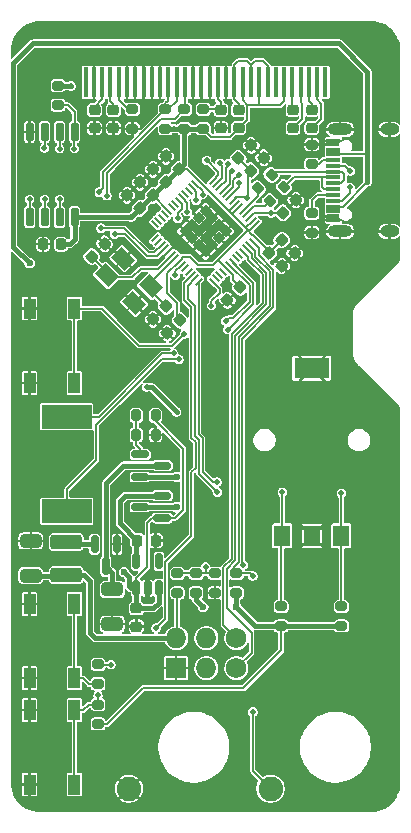
<source format=gtl>
%TF.GenerationSoftware,KiCad,Pcbnew,8.99.0-3110-g1838b2656d*%
%TF.CreationDate,2024-11-19T22:26:19+01:00*%
%TF.ProjectId,dmm_sao,646d6d5f-7361-46f2-9e6b-696361645f70,1.1*%
%TF.SameCoordinates,PX4f27ac0PY3ef1480*%
%TF.FileFunction,Copper,L1,Top*%
%TF.FilePolarity,Positive*%
%FSLAX46Y46*%
G04 Gerber Fmt 4.6, Leading zero omitted, Abs format (unit mm)*
G04 Created by KiCad (PCBNEW 8.99.0-3110-g1838b2656d) date 2024-11-19 22:26:19*
%MOMM*%
%LPD*%
G01*
G04 APERTURE LIST*
G04 Aperture macros list*
%AMRoundRect*
0 Rectangle with rounded corners*
0 $1 Rounding radius*
0 $2 $3 $4 $5 $6 $7 $8 $9 X,Y pos of 4 corners*
0 Add a 4 corners polygon primitive as box body*
4,1,4,$2,$3,$4,$5,$6,$7,$8,$9,$2,$3,0*
0 Add four circle primitives for the rounded corners*
1,1,$1+$1,$2,$3*
1,1,$1+$1,$4,$5*
1,1,$1+$1,$6,$7*
1,1,$1+$1,$8,$9*
0 Add four rect primitives between the rounded corners*
20,1,$1+$1,$2,$3,$4,$5,0*
20,1,$1+$1,$4,$5,$6,$7,0*
20,1,$1+$1,$6,$7,$8,$9,0*
20,1,$1+$1,$8,$9,$2,$3,0*%
%AMHorizOval*
0 Thick line with rounded ends*
0 $1 width*
0 $2 $3 position (X,Y) of the first rounded end (center of the circle)*
0 $4 $5 position (X,Y) of the second rounded end (center of the circle)*
0 Add line between two ends*
20,1,$1,$2,$3,$4,$5,0*
0 Add two circle primitives to create the rounded ends*
1,1,$1,$2,$3*
1,1,$1,$4,$5*%
%AMRotRect*
0 Rectangle, with rotation*
0 The origin of the aperture is its center*
0 $1 length*
0 $2 width*
0 $3 Rotation angle, in degrees counterclockwise*
0 Add horizontal line*
21,1,$1,$2,0,0,$3*%
G04 Aperture macros list end*
%TA.AperFunction,SMDPad,CuDef*%
%ADD10R,1.150000X0.300000*%
%TD*%
%TA.AperFunction,SMDPad,CuDef*%
%ADD11R,1.100000X0.300000*%
%TD*%
%TA.AperFunction,ComponentPad*%
%ADD12O,2.100000X1.000000*%
%TD*%
%TA.AperFunction,ComponentPad*%
%ADD13O,1.600000X1.000000*%
%TD*%
%TA.AperFunction,SMDPad,CuDef*%
%ADD14RoundRect,0.200000X0.275000X-0.200000X0.275000X0.200000X-0.275000X0.200000X-0.275000X-0.200000X0*%
%TD*%
%TA.AperFunction,SMDPad,CuDef*%
%ADD15RoundRect,0.225000X-0.017678X0.335876X-0.335876X0.017678X0.017678X-0.335876X0.335876X-0.017678X0*%
%TD*%
%TA.AperFunction,SMDPad,CuDef*%
%ADD16RoundRect,0.225000X0.017678X-0.335876X0.335876X-0.017678X-0.017678X0.335876X-0.335876X0.017678X0*%
%TD*%
%TA.AperFunction,SMDPad,CuDef*%
%ADD17RoundRect,0.225000X0.225000X0.250000X-0.225000X0.250000X-0.225000X-0.250000X0.225000X-0.250000X0*%
%TD*%
%TA.AperFunction,SMDPad,CuDef*%
%ADD18RoundRect,0.225000X-0.250000X0.225000X-0.250000X-0.225000X0.250000X-0.225000X0.250000X0.225000X0*%
%TD*%
%TA.AperFunction,SMDPad,CuDef*%
%ADD19RoundRect,0.150000X-0.587500X-0.150000X0.587500X-0.150000X0.587500X0.150000X-0.587500X0.150000X0*%
%TD*%
%TA.AperFunction,SMDPad,CuDef*%
%ADD20R,1.000000X1.700000*%
%TD*%
%TA.AperFunction,SMDPad,CuDef*%
%ADD21RoundRect,0.200000X0.200000X0.275000X-0.200000X0.275000X-0.200000X-0.275000X0.200000X-0.275000X0*%
%TD*%
%TA.AperFunction,SMDPad,CuDef*%
%ADD22RoundRect,0.250000X0.650000X-0.325000X0.650000X0.325000X-0.650000X0.325000X-0.650000X-0.325000X0*%
%TD*%
%TA.AperFunction,SMDPad,CuDef*%
%ADD23RoundRect,0.250000X-0.650000X0.325000X-0.650000X-0.325000X0.650000X-0.325000X0.650000X0.325000X0*%
%TD*%
%TA.AperFunction,SMDPad,CuDef*%
%ADD24RoundRect,0.200000X-0.275000X0.200000X-0.275000X-0.200000X0.275000X-0.200000X0.275000X0.200000X0*%
%TD*%
%TA.AperFunction,SMDPad,CuDef*%
%ADD25RoundRect,0.150000X0.150000X-0.512500X0.150000X0.512500X-0.150000X0.512500X-0.150000X-0.512500X0*%
%TD*%
%TA.AperFunction,SMDPad,CuDef*%
%ADD26RoundRect,0.225000X0.335876X0.017678X0.017678X0.335876X-0.335876X-0.017678X-0.017678X-0.335876X0*%
%TD*%
%TA.AperFunction,SMDPad,CuDef*%
%ADD27RoundRect,0.200000X-0.200000X-0.275000X0.200000X-0.275000X0.200000X0.275000X-0.200000X0.275000X0*%
%TD*%
%TA.AperFunction,SMDPad,CuDef*%
%ADD28RoundRect,0.200000X-0.053033X0.335876X-0.335876X0.053033X0.053033X-0.335876X0.335876X-0.053033X0*%
%TD*%
%TA.AperFunction,SMDPad,CuDef*%
%ADD29R,4.200000X2.000000*%
%TD*%
%TA.AperFunction,SMDPad,CuDef*%
%ADD30RoundRect,0.250000X1.075000X-0.375000X1.075000X0.375000X-1.075000X0.375000X-1.075000X-0.375000X0*%
%TD*%
%TA.AperFunction,SMDPad,CuDef*%
%ADD31C,2.082800*%
%TD*%
%TA.AperFunction,SMDPad,CuDef*%
%ADD32RoundRect,0.150000X-0.150000X0.650000X-0.150000X-0.650000X0.150000X-0.650000X0.150000X0.650000X0*%
%TD*%
%TA.AperFunction,SMDPad,CuDef*%
%ADD33R,1.400000X1.800000*%
%TD*%
%TA.AperFunction,SMDPad,CuDef*%
%ADD34R,3.000000X1.800000*%
%TD*%
%TA.AperFunction,ComponentPad*%
%ADD35O,1.727200X1.727200*%
%TD*%
%TA.AperFunction,ComponentPad*%
%ADD36R,1.727200X1.727200*%
%TD*%
%TA.AperFunction,ComponentPad*%
%ADD37C,1.727200*%
%TD*%
%TA.AperFunction,SMDPad,CuDef*%
%ADD38RoundRect,0.225000X-0.335876X-0.017678X-0.017678X-0.335876X0.335876X0.017678X0.017678X0.335876X0*%
%TD*%
%TA.AperFunction,SMDPad,CuDef*%
%ADD39RoundRect,0.225000X0.250000X-0.225000X0.250000X0.225000X-0.250000X0.225000X-0.250000X-0.225000X0*%
%TD*%
%TA.AperFunction,SMDPad,CuDef*%
%ADD40RoundRect,0.150000X-0.150000X0.587500X-0.150000X-0.587500X0.150000X-0.587500X0.150000X0.587500X0*%
%TD*%
%TA.AperFunction,SMDPad,CuDef*%
%ADD41HorizOval,0.200000X-0.238649X0.238649X0.238649X-0.238649X0*%
%TD*%
%TA.AperFunction,SMDPad,CuDef*%
%ADD42HorizOval,0.200000X-0.238649X-0.238649X0.238649X0.238649X0*%
%TD*%
%TA.AperFunction,SMDPad,CuDef*%
%ADD43RotRect,0.800000X0.800000X315.000000*%
%TD*%
%TA.AperFunction,SMDPad,CuDef*%
%ADD44R,0.400000X2.540000*%
%TD*%
%TA.AperFunction,SMDPad,CuDef*%
%ADD45RoundRect,0.150000X0.587500X0.150000X-0.587500X0.150000X-0.587500X-0.150000X0.587500X-0.150000X0*%
%TD*%
%TA.AperFunction,SMDPad,CuDef*%
%ADD46RoundRect,0.225000X-0.225000X-0.250000X0.225000X-0.250000X0.225000X0.250000X-0.225000X0.250000X0*%
%TD*%
%TA.AperFunction,SMDPad,CuDef*%
%ADD47RotRect,1.600000X1.300000X135.000000*%
%TD*%
%TA.AperFunction,ViaPad*%
%ADD48C,0.600000*%
%TD*%
%TA.AperFunction,ViaPad*%
%ADD49C,0.500000*%
%TD*%
%TA.AperFunction,Conductor*%
%ADD50C,0.200000*%
%TD*%
%TA.AperFunction,Conductor*%
%ADD51C,0.400000*%
%TD*%
%TA.AperFunction,Conductor*%
%ADD52C,0.150000*%
%TD*%
%TA.AperFunction,Conductor*%
%ADD53C,0.300000*%
%TD*%
G04 APERTURE END LIST*
D10*
%TO.P,J3,A1,GND*%
%TO.N,GND*%
X27830000Y-17349999D03*
%TO.P,J3,A4,VBUS*%
%TO.N,USB_BUS_POWER*%
X27830000Y-16550000D03*
%TO.P,J3,A5,CC1*%
%TO.N,Net-(J3-CC1)*%
X27830000Y-15250001D03*
%TO.P,J3,A6,D+*%
%TO.N,/RP2040/USB_D+*%
X27830000Y-14249999D03*
%TO.P,J3,A7,D-*%
%TO.N,/RP2040/USB_D-*%
X27830000Y-13749999D03*
%TO.P,J3,A8,SBU1*%
%TO.N,/RP2040/SBU1*%
X27829999Y-12750000D03*
%TO.P,J3,A9,VBUS*%
%TO.N,USB_BUS_POWER*%
X27830000Y-11450000D03*
%TO.P,J3,A12,GND*%
%TO.N,GND*%
X27830000Y-10649999D03*
D11*
%TO.P,J3,B1,GND*%
X27805000Y-10950000D03*
D10*
%TO.P,J3,B4,VBUS*%
%TO.N,USB_BUS_POWER*%
X27829999Y-11749999D03*
%TO.P,J3,B5,CC2*%
%TO.N,Net-(J3-CC2)*%
X27830000Y-12250000D03*
%TO.P,J3,B6,D+*%
%TO.N,/RP2040/USB_D+*%
X27830001Y-13250000D03*
%TO.P,J3,B7,D-*%
%TO.N,/RP2040/USB_D-*%
X27830000Y-14750000D03*
%TO.P,J3,B8,SBU2*%
%TO.N,/RP2040/SBU2*%
X27830001Y-15749999D03*
%TO.P,J3,B9,VBUS*%
%TO.N,USB_BUS_POWER*%
X27830001Y-16250001D03*
D11*
%TO.P,J3,B12,GND*%
%TO.N,GND*%
X27805000Y-17050001D03*
D12*
%TO.P,J3,S1,SHIELD*%
X28395000Y-18320002D03*
D13*
X32575000Y-18320001D03*
D12*
X28394998Y-9680000D03*
D13*
X32575000Y-9680000D03*
%TD*%
D14*
%TO.P,R7,1*%
%TO.N,VCC*%
X15200000Y-9625000D03*
%TO.P,R7,2*%
%TO.N,I2C1_SCL*%
X15200000Y-7975000D03*
%TD*%
D15*
%TO.P,C14,1*%
%TO.N,VCC*%
X19948008Y-23051992D03*
%TO.P,C14,2*%
%TO.N,GND*%
X18851992Y-24148008D03*
%TD*%
D16*
%TO.P,C22,1*%
%TO.N,GND*%
X12551992Y-25748008D03*
%TO.P,C22,2*%
%TO.N,Net-(U4-XOUT)*%
X13648008Y-24651992D03*
%TD*%
%TO.P,C18,1*%
%TO.N,+1V1*%
X20825000Y-13175000D03*
%TO.P,C18,2*%
%TO.N,GND*%
X21921016Y-12078984D03*
%TD*%
D17*
%TO.P,C13,1*%
%TO.N,VCC*%
X4775001Y-19400000D03*
%TO.P,C13,2*%
%TO.N,GND*%
X3224999Y-19400000D03*
%TD*%
D14*
%TO.P,R1,1*%
%TO.N,VCC*%
X19600000Y-48925000D03*
%TO.P,R1,2*%
%TO.N,/DMM Measure/MEASURE_RES*%
X19600000Y-47275000D03*
%TD*%
D18*
%TO.P,C7,1*%
%TO.N,USB_BUS_POWER*%
X11150000Y-50224999D03*
%TO.P,C7,2*%
%TO.N,GND*%
X11150000Y-51775001D03*
%TD*%
D19*
%TO.P,Q2,1,G*%
%TO.N,Net-(Q2-G)*%
X11462499Y-37200004D03*
%TO.P,Q2,2,S*%
%TO.N,VCC*%
X11462499Y-39100002D03*
%TO.P,Q2,3,D*%
%TO.N,/PSU/BOOST_OUT*%
X13337500Y-38150003D03*
%TD*%
D20*
%TO.P,SW1,1,A*%
%TO.N,GND*%
X2100000Y-31150000D03*
X2100000Y-24850000D03*
%TO.P,SW1,2,B*%
%TO.N,BTN_FN*%
X5900000Y-31150000D03*
X5900000Y-24850000D03*
%TD*%
D21*
%TO.P,R9,1*%
%TO.N,USB_BUS_POWER*%
X12775000Y-33900000D03*
%TO.P,R9,2*%
%TO.N,Net-(Q2-G)*%
X11125000Y-33900000D03*
%TD*%
D22*
%TO.P,C8,1*%
%TO.N,SAO_VIN*%
X2200000Y-47475000D03*
%TO.P,C8,2*%
%TO.N,GND*%
X2200000Y-44525000D03*
%TD*%
D23*
%TO.P,C10,1*%
%TO.N,/PSU/BOOST_OUT*%
X9100000Y-48625000D03*
%TO.P,C10,2*%
%TO.N,GND*%
X9100000Y-51575000D03*
%TD*%
D24*
%TO.P,R3,1*%
%TO.N,/DMM Measure/MEASURE_VIN*%
X16200000Y-47275000D03*
%TO.P,R3,2*%
%TO.N,VCC*%
X16200000Y-48925000D03*
%TD*%
D25*
%TO.P,U1,1,VIN*%
%TO.N,USB_BUS_POWER*%
X11150000Y-48537500D03*
%TO.P,U1,2,GND*%
%TO.N,GND*%
X12100000Y-48537500D03*
%TO.P,U1,3,EN*%
%TO.N,USB_BUS_POWER*%
X13050000Y-48537500D03*
%TO.P,U1,4,NC*%
%TO.N,unconnected-(U1-NC-Pad4)*%
X13050000Y-46262500D03*
%TO.P,U1,5,VOUT*%
%TO.N,/PSU/VREG_OUT*%
X11150000Y-46262500D03*
%TD*%
D26*
%TO.P,C17,1*%
%TO.N,VCC*%
X11448008Y-16348008D03*
%TO.P,C17,2*%
%TO.N,GND*%
X10351992Y-15251992D03*
%TD*%
D24*
%TO.P,R17,1*%
%TO.N,VCC*%
X4500000Y-5975000D03*
%TO.P,R17,2*%
%TO.N,/RP2040/QSPI-~{CS}*%
X4500000Y-7625000D03*
%TD*%
D27*
%TO.P,R10,1*%
%TO.N,Net-(Q2-G)*%
X11125000Y-35550000D03*
%TO.P,R10,2*%
%TO.N,GND*%
X12775000Y-35550000D03*
%TD*%
D14*
%TO.P,R6,1*%
%TO.N,VCC*%
X13600000Y-9625000D03*
%TO.P,R6,2*%
%TO.N,I2C1_SDA*%
X13600000Y-7975000D03*
%TD*%
D28*
%TO.P,R15,1*%
%TO.N,/RP2040/USB_D+*%
X22583363Y-13516637D03*
%TO.P,R15,2*%
%TO.N,/RP2040/D+*%
X21416637Y-14683363D03*
%TD*%
D29*
%TO.P,LS1,1,1*%
%TO.N,/RP2040/SPI_COPI{slash}G7*%
X5250000Y-42000000D03*
%TO.P,LS1,2,2*%
%TO.N,/RP2040/SPI_SCK{slash}G6*%
X5250000Y-34000000D03*
%TD*%
D15*
%TO.P,C21,1*%
%TO.N,GND*%
X8448008Y-19351992D03*
%TO.P,C21,2*%
%TO.N,Net-(U4-XIN)*%
X7351992Y-20448008D03*
%TD*%
D16*
%TO.P,C20,1*%
%TO.N,+1V1*%
X23551992Y-16748008D03*
%TO.P,C20,2*%
%TO.N,GND*%
X24648008Y-15651992D03*
%TD*%
D30*
%TO.P,L1,1,1*%
%TO.N,SAO_VIN*%
X5200000Y-47400000D03*
%TO.P,L1,2,2*%
%TO.N,Net-(U2-LX)*%
X5200000Y-44600000D03*
%TD*%
D28*
%TO.P,R14,1*%
%TO.N,/RP2040/USB_D-*%
X23633363Y-14566637D03*
%TO.P,R14,2*%
%TO.N,/RP2040/D-*%
X22466637Y-15733363D03*
%TD*%
D14*
%TO.P,R2,1*%
%TO.N,SAO_VIN*%
X14600000Y-48925000D03*
%TO.P,R2,2*%
%TO.N,/DMM Measure/MEASURE_VIN*%
X14600000Y-47275000D03*
%TD*%
%TO.P,R16,1*%
%TO.N,VCC*%
X7900000Y-60025000D03*
%TO.P,R16,2*%
%TO.N,/RP2040/~{RESET}*%
X7900000Y-58375000D03*
%TD*%
D24*
%TO.P,R4,1*%
%TO.N,/DMM Measure/MEASURE_VIN*%
X17800000Y-47275000D03*
%TO.P,R4,2*%
%TO.N,GND*%
X17800000Y-48925000D03*
%TD*%
D14*
%TO.P,R5,1*%
%TO.N,VCC*%
X16800000Y-9625000D03*
%TO.P,R5,2*%
%TO.N,Net-(OLEDM1-RES#)*%
X16800000Y-7975000D03*
%TD*%
D24*
%TO.P,R19,1*%
%TO.N,ENC_B*%
X28500000Y-50075000D03*
%TO.P,R19,2*%
%TO.N,VCC*%
X28500000Y-51725000D03*
%TD*%
D31*
%TO.P,J2,1,Pin_1*%
%TO.N,GND*%
X10500000Y-65500000D03*
%TD*%
D32*
%TO.P,U3,1,~{CS}*%
%TO.N,/RP2040/QSPI-~{CS}*%
X5905000Y-9900003D03*
%TO.P,U3,2,DO(IO1)*%
%TO.N,/RP2040/QSPI-1*%
X4635000Y-9900000D03*
%TO.P,U3,3,IO2*%
%TO.N,/RP2040/QSPI-2*%
X3365000Y-9900000D03*
%TO.P,U3,4,GND*%
%TO.N,GND*%
X2095001Y-9899999D03*
%TO.P,U3,5,DI(IO0)*%
%TO.N,/RP2040/QSPI-0*%
X2095000Y-17099997D03*
%TO.P,U3,6,CLK*%
%TO.N,/RP2040/QSPI-CLK*%
X3365000Y-17100000D03*
%TO.P,U3,7,IO3*%
%TO.N,/RP2040/QSPI-3*%
X4635000Y-17100000D03*
%TO.P,U3,8,VCC*%
%TO.N,VCC*%
X5904999Y-17100001D03*
%TD*%
D33*
%TO.P,SW2,A,A*%
%TO.N,ENC_A*%
X23500000Y-44100000D03*
%TO.P,SW2,B,B*%
%TO.N,ENC_B*%
X28500000Y-44100000D03*
D34*
%TO.P,SW2,C,C*%
%TO.N,GND*%
X26000000Y-29900000D03*
D33*
X26000000Y-44100000D03*
%TD*%
D35*
%TO.P,X1,1,VCC*%
%TO.N,SAO_VIN*%
X14520000Y-52750000D03*
D36*
%TO.P,X1,2,GND*%
%TO.N,GND*%
X14520000Y-55290000D03*
D35*
%TO.P,X1,3,SDA*%
%TO.N,I2C0_SDA*%
X17060000Y-52750000D03*
%TO.P,X1,4,SCL*%
%TO.N,I2C0_SCL*%
X17060000Y-55290000D03*
D37*
%TO.P,X1,5,GPIO1*%
%TO.N,SAO_GPIO1*%
X19600000Y-52750000D03*
%TO.P,X1,6,GPIO2*%
%TO.N,SAO_GPIO2*%
X19600000Y-55290000D03*
%TD*%
D38*
%TO.P,C11,1*%
%TO.N,VCC*%
X23451992Y-19051992D03*
%TO.P,C11,2*%
%TO.N,GND*%
X24548008Y-20148008D03*
%TD*%
D39*
%TO.P,C1,1*%
%TO.N,Net-(OLEDM1-CAP2P)*%
X26000000Y-9575001D03*
%TO.P,C1,2*%
%TO.N,Net-(OLEDM1-CAP2N)*%
X26000000Y-8024999D03*
%TD*%
D31*
%TO.P,J1,1,Pin_1*%
%TO.N,/DMM Measure/MEASURE_RES*%
X22500000Y-65500000D03*
%TD*%
D38*
%TO.P,C12,1*%
%TO.N,VCC*%
X22351992Y-20151992D03*
%TO.P,C12,2*%
%TO.N,GND*%
X23448008Y-21248008D03*
%TD*%
D24*
%TO.P,R18,1*%
%TO.N,ENC_A*%
X23400000Y-50075000D03*
%TO.P,R18,2*%
%TO.N,VCC*%
X23400000Y-51725000D03*
%TD*%
D18*
%TO.P,C6,1*%
%TO.N,Net-(OLEDM1-VCOMH)*%
X9200000Y-8024999D03*
%TO.P,C6,2*%
%TO.N,GND*%
X9200000Y-9575001D03*
%TD*%
D26*
%TO.P,C16,1*%
%TO.N,VCC*%
X13648008Y-14148008D03*
%TO.P,C16,2*%
%TO.N,GND*%
X12551992Y-13051992D03*
%TD*%
%TO.P,C24,1*%
%TO.N,VCC*%
X14748008Y-13048008D03*
%TO.P,C24,2*%
%TO.N,GND*%
X13651992Y-11951992D03*
%TD*%
D40*
%TO.P,U2,1,GND*%
%TO.N,GND*%
X9505000Y-44802500D03*
%TO.P,U2,2,LX*%
%TO.N,Net-(U2-LX)*%
X7605001Y-44802499D03*
%TO.P,U2,3,VOUT*%
%TO.N,/PSU/BOOST_OUT*%
X8555000Y-46677500D03*
%TD*%
D24*
%TO.P,R8,1*%
%TO.N,Net-(OLEDM1-IREF)*%
X10800000Y-7975000D03*
%TO.P,R8,2*%
%TO.N,GND*%
X10800000Y-9625000D03*
%TD*%
%TO.P,R12,1*%
%TO.N,GND*%
X26000000Y-10975000D03*
%TO.P,R12,2*%
%TO.N,Net-(J3-CC2)*%
X26000000Y-12625000D03*
%TD*%
D39*
%TO.P,C5,1*%
%TO.N,GND*%
X18300000Y-9575001D03*
%TO.P,C5,2*%
%TO.N,Net-(OLEDM1-RES#)*%
X18300000Y-8024999D03*
%TD*%
%TO.P,C3,1*%
%TO.N,VCC*%
X19800000Y-9575001D03*
%TO.P,C3,2*%
%TO.N,Net-(OLEDM1-BS0)*%
X19800000Y-8024999D03*
%TD*%
D41*
%TO.P,U4,1,IOVDD*%
%TO.N,VCC*%
X16407797Y-14030841D03*
%TO.P,U4,2,GPIO0*%
%TO.N,/RP2040/SBU1*%
X16124956Y-14313685D03*
%TO.P,U4,3,GPIO1*%
%TO.N,/RP2040/SBU2*%
X15842112Y-14596528D03*
%TO.P,U4,4,GPIO2*%
%TO.N,/RP2040/CTS1{slash}AUD_LRCLK*%
X15559270Y-14879371D03*
%TO.P,U4,5,GPIO3*%
%TO.N,/RP2040/RTS1{slash}AUD_BCLK*%
X15276427Y-15162214D03*
%TO.P,U4,6,GPIO4*%
%TO.N,I2C0_SDA*%
X14993584Y-15445056D03*
%TO.P,U4,7,GPIO5*%
%TO.N,I2C0_SCL*%
X14710743Y-15727898D03*
%TO.P,U4,8,GPIO6*%
%TO.N,/RP2040/D0*%
X14427900Y-16010743D03*
%TO.P,U4,9,GPIO7*%
%TO.N,/RP2040/D1*%
X14145055Y-16293583D03*
%TO.P,U4,10,IOVDD*%
%TO.N,VCC*%
X13862214Y-16576427D03*
%TO.P,U4,11,GPIO8*%
%TO.N,/RP2040/I2C_~{INT}{slash}TX2*%
X13579371Y-16859269D03*
%TO.P,U4,12,GPIO9*%
%TO.N,/RP2040/SPI_~{CS1}{slash}SDIO_DAT3{slash}RX2*%
X13296529Y-17142111D03*
%TO.P,U4,13,GPIO10*%
%TO.N,/RP2040/SDIO_DAT2{slash}AUD_OUT*%
X13013683Y-17424956D03*
%TO.P,U4,14,GPIO11*%
%TO.N,/RP2040/SDIO_DAT1{slash}AUD_IN*%
X12730840Y-17707797D03*
D42*
%TO.P,U4,15,GPIO12*%
%TO.N,/RP2040/SPI_CIPO1{slash}SDIO_DAT0*%
X12730841Y-18892203D03*
%TO.P,U4,16,GPIO13*%
%TO.N,/RP2040/PWM0*%
X13013685Y-19175044D03*
%TO.P,U4,17,GPIO14*%
%TO.N,I2C1_SDA*%
X13296528Y-19457888D03*
%TO.P,U4,18,GPIO15*%
%TO.N,I2C1_SCL*%
X13579371Y-19740730D03*
%TO.P,U4,19,TESTEN*%
%TO.N,GND*%
X13862214Y-20023573D03*
%TO.P,U4,20,XIN*%
%TO.N,Net-(U4-XIN)*%
X14145056Y-20306416D03*
%TO.P,U4,21,XOUT*%
%TO.N,Net-(U4-XOUT)*%
X14427898Y-20589257D03*
%TO.P,U4,22,IOVDD*%
%TO.N,VCC*%
X14710743Y-20872100D03*
%TO.P,U4,23,DVDD*%
%TO.N,+1V1*%
X14993583Y-21154945D03*
%TO.P,U4,24,SWCLK*%
%TO.N,/RP2040/SWDCLK*%
X15276427Y-21437786D03*
%TO.P,U4,25,SWDIO*%
%TO.N,/RP2040/SWDIO*%
X15559269Y-21720629D03*
%TO.P,U4,26,RUN*%
%TO.N,/RP2040/~{RESET}*%
X15842111Y-22003471D03*
%TO.P,U4,27,GPIO16*%
%TO.N,ENC_A*%
X16124956Y-22286317D03*
%TO.P,U4,28,GPIO17*%
%TO.N,ENC_B*%
X16407797Y-22569160D03*
D41*
%TO.P,U4,29,GPIO18*%
%TO.N,BTN_FN*%
X17592203Y-22569159D03*
%TO.P,U4,30,GPIO19*%
%TO.N,/RP2040/G3*%
X17875044Y-22286315D03*
%TO.P,U4,31,GPIO20*%
%TO.N,/RP2040/SPI_CIPO{slash}G4*%
X18157888Y-22003472D03*
%TO.P,U4,32,GPIO21*%
%TO.N,/RP2040/SPI_~{CS}{slash}G5*%
X18440730Y-21720629D03*
%TO.P,U4,33,IOVDD*%
%TO.N,VCC*%
X18723573Y-21437786D03*
%TO.P,U4,34,GPIO22*%
%TO.N,/RP2040/SPI_SCK{slash}G6*%
X19006416Y-21154944D03*
%TO.P,U4,35,GPIO23*%
%TO.N,/RP2040/SPI_COPI{slash}G7*%
X19289257Y-20872102D03*
%TO.P,U4,36,GPIO24*%
%TO.N,/RP2040/PWM1{slash}AUD_MCLK*%
X19572100Y-20589257D03*
%TO.P,U4,37,GPIO25*%
%TO.N,unconnected-(U4-GPIO25-Pad37)*%
X19854945Y-20306417D03*
%TO.P,U4,38,GPIO26*%
%TO.N,SAO_GPIO1*%
X20137786Y-20023573D03*
%TO.P,U4,39,GPIO27*%
%TO.N,SAO_GPIO2*%
X20420629Y-19740731D03*
%TO.P,U4,40,GPIO28*%
%TO.N,/DMM Measure/MEASURE_RES*%
X20703471Y-19457889D03*
%TO.P,U4,41,GPIO29*%
%TO.N,/DMM Measure/MEASURE_VIN*%
X20986317Y-19175044D03*
%TO.P,U4,42,IOVDD*%
%TO.N,VCC*%
X21269160Y-18892203D03*
D42*
%TO.P,U4,43,ADC_AVDD*%
X21269159Y-17707797D03*
%TO.P,U4,44,VREG_VIN*%
X20986315Y-17424956D03*
%TO.P,U4,45,VREG_VOUT*%
%TO.N,+1V1*%
X20703472Y-17142112D03*
%TO.P,U4,46,USB_D-*%
%TO.N,/RP2040/D-*%
X20420629Y-16859270D03*
%TO.P,U4,47,USB_D+*%
%TO.N,/RP2040/D+*%
X20137786Y-16576427D03*
%TO.P,U4,48,USB_VDD*%
%TO.N,VCC*%
X19854944Y-16293584D03*
%TO.P,U4,49,IOVDD*%
X19572102Y-16010743D03*
%TO.P,U4,50,DVDD*%
%TO.N,+1V1*%
X19289257Y-15727900D03*
%TO.P,U4,51,QSPI_SD3*%
%TO.N,/RP2040/QSPI-3*%
X19006417Y-15445055D03*
%TO.P,U4,52,QSPI_SCLK*%
%TO.N,/RP2040/QSPI-CLK*%
X18723573Y-15162214D03*
%TO.P,U4,53,QSPI_SD0*%
%TO.N,/RP2040/QSPI-0*%
X18440731Y-14879371D03*
%TO.P,U4,54,QSPI_SD2*%
%TO.N,/RP2040/QSPI-2*%
X18157889Y-14596529D03*
%TO.P,U4,55,QSPI_SD1*%
%TO.N,/RP2040/QSPI-1*%
X17875044Y-14313683D03*
%TO.P,U4,56,~{QSPI_CS}*%
%TO.N,/RP2040/QSPI-~{CS}*%
X17592203Y-14030840D03*
D43*
%TO.P,U4,57,GND*%
%TO.N,GND*%
X16434312Y-17168627D03*
X15868628Y-17734314D03*
X15302943Y-18299999D03*
X17000001Y-16602943D03*
X17565686Y-17168628D03*
X17000000Y-17734315D03*
X16434315Y-18300000D03*
X15868627Y-18865688D03*
X18131373Y-17734312D03*
X17565685Y-18300000D03*
X17000000Y-18865685D03*
X16434314Y-19431372D03*
X16999999Y-19997057D03*
X18697057Y-18300001D03*
X18131372Y-18865686D03*
X17565688Y-19431373D03*
%TD*%
D20*
%TO.P,SW4,1,A*%
%TO.N,GND*%
X2100000Y-56150000D03*
X2100000Y-49850000D03*
%TO.P,SW4,2,B*%
%TO.N,/RP2040/~{BOOT}*%
X5900000Y-56150000D03*
X5900000Y-49850000D03*
%TD*%
D14*
%TO.P,R11,1*%
%TO.N,GND*%
X26000000Y-18425000D03*
%TO.P,R11,2*%
%TO.N,Net-(J3-CC1)*%
X26000000Y-16775000D03*
%TD*%
D15*
%TO.P,C15,1*%
%TO.N,VCC*%
X14848008Y-25851992D03*
%TO.P,C15,2*%
%TO.N,GND*%
X13751992Y-26948008D03*
%TD*%
D18*
%TO.P,C4,1*%
%TO.N,Net-(OLEDM1-VCC)*%
X7600000Y-8024999D03*
%TO.P,C4,2*%
%TO.N,GND*%
X7600000Y-9575001D03*
%TD*%
D14*
%TO.P,R13,1*%
%TO.N,/RP2040/~{BOOT}*%
X7900000Y-56625000D03*
%TO.P,R13,2*%
%TO.N,/RP2040/QSPI-~{CS}*%
X7900000Y-54975000D03*
%TD*%
D44*
%TO.P,OLEDM1,1,NC*%
%TO.N,unconnected-(OLEDM1-NC-Pad1)*%
X27150000Y-5700000D03*
%TO.P,OLEDM1,2,CAP2P*%
%TO.N,Net-(OLEDM1-CAP2P)*%
X26450000Y-5700000D03*
%TO.P,OLEDM1,3,CAP2N*%
%TO.N,Net-(OLEDM1-CAP2N)*%
X25750000Y-5700000D03*
%TO.P,OLEDM1,4,CAP1P*%
%TO.N,Net-(OLEDM1-CAP1P)*%
X25050000Y-5700000D03*
%TO.P,OLEDM1,5,CAP1N*%
%TO.N,Net-(OLEDM1-CAP1N)*%
X24350000Y-5700000D03*
%TO.P,OLEDM1,6,VBAT*%
%TO.N,VCC*%
X23650002Y-5700001D03*
%TO.P,OLEDM1,7,NC*%
%TO.N,unconnected-(OLEDM1-NC-Pad7)*%
X22949999Y-5700001D03*
%TO.P,OLEDM1,8,VSS*%
%TO.N,Net-(OLEDM1-BS0)*%
X22249998Y-5699998D03*
%TO.P,OLEDM1,9,VDD*%
%TO.N,VCC*%
X21550002Y-5700002D03*
%TO.P,OLEDM1,10,BS0*%
%TO.N,Net-(OLEDM1-BS0)*%
X20849998Y-5700000D03*
%TO.P,OLEDM1,11,BS1*%
%TO.N,VCC*%
X20149998Y-5700001D03*
%TO.P,OLEDM1,12,BS2*%
%TO.N,Net-(OLEDM1-BS0)*%
X19450001Y-5700000D03*
%TO.P,OLEDM1,13,CS#*%
%TO.N,GND*%
X18749998Y-5700000D03*
%TO.P,OLEDM1,14,RES#*%
%TO.N,Net-(OLEDM1-RES#)*%
X18050000Y-5699998D03*
%TO.P,OLEDM1,15,C/D#*%
%TO.N,GND*%
X17350000Y-5699999D03*
%TO.P,OLEDM1,16,R/W#*%
X16649998Y-5700000D03*
%TO.P,OLEDM1,17,E_RD#*%
X15950000Y-5699998D03*
%TO.P,OLEDM1,18,DB0*%
%TO.N,I2C1_SCL*%
X15250001Y-5699999D03*
%TO.P,OLEDM1,19,DB1*%
%TO.N,I2C1_SDA*%
X14550000Y-5700002D03*
%TO.P,OLEDM1,20,DB2*%
X13849999Y-5699998D03*
%TO.P,OLEDM1,21,DB3*%
%TO.N,GND*%
X13150002Y-5699999D03*
%TO.P,OLEDM1,22,DB4*%
X12449998Y-5700002D03*
%TO.P,OLEDM1,23,DB5*%
X11750001Y-5700001D03*
%TO.P,OLEDM1,24,DB6*%
X11050001Y-5699998D03*
%TO.P,OLEDM1,25,DB7*%
X10350000Y-5700002D03*
%TO.P,OLEDM1,26,IREF*%
%TO.N,Net-(OLEDM1-IREF)*%
X9650000Y-5700002D03*
%TO.P,OLEDM1,27,VCOMH*%
%TO.N,Net-(OLEDM1-VCOMH)*%
X8949998Y-5700000D03*
%TO.P,OLEDM1,28,VCC*%
%TO.N,Net-(OLEDM1-VCC)*%
X8250000Y-5700000D03*
%TO.P,OLEDM1,29,VLSS*%
%TO.N,GND*%
X7550000Y-5700000D03*
%TO.P,OLEDM1,30,NC*%
%TO.N,unconnected-(OLEDM1-NC-Pad30)*%
X6850002Y-5700001D03*
%TD*%
D45*
%TO.P,Q1,1,G*%
%TO.N,USB_BUS_POWER*%
X13337502Y-42599997D03*
%TO.P,Q1,2,S*%
%TO.N,/PSU/VREG_OUT*%
X13337501Y-40700001D03*
%TO.P,Q1,3,D*%
%TO.N,VCC*%
X11462500Y-41650000D03*
%TD*%
D16*
%TO.P,C19,1*%
%TO.N,+1V1*%
X19775000Y-12125000D03*
%TO.P,C19,2*%
%TO.N,GND*%
X20871016Y-11028984D03*
%TD*%
D46*
%TO.P,C9,1*%
%TO.N,/PSU/VREG_OUT*%
X11224999Y-44500000D03*
%TO.P,C9,2*%
%TO.N,GND*%
X12775001Y-44500000D03*
%TD*%
D20*
%TO.P,SW3,1,A*%
%TO.N,GND*%
X2100000Y-65150000D03*
X2100000Y-58850000D03*
%TO.P,SW3,2,B*%
%TO.N,/RP2040/~{RESET}*%
X5900000Y-65150000D03*
X5900000Y-58850000D03*
%TD*%
D47*
%TO.P,Y1,1,1*%
%TO.N,Net-(U4-XOUT)*%
X12373833Y-22959619D03*
%TO.P,Y1,2,2*%
%TO.N,GND*%
X10040381Y-20626167D03*
%TO.P,Y1,3,3*%
%TO.N,Net-(U4-XIN)*%
X8626167Y-22040381D03*
%TO.P,Y1,4,4*%
%TO.N,GND*%
X10959619Y-24373833D03*
%TD*%
D26*
%TO.P,C23,1*%
%TO.N,VCC*%
X12548008Y-15248008D03*
%TO.P,C23,2*%
%TO.N,GND*%
X11451992Y-14151992D03*
%TD*%
D39*
%TO.P,C2,1*%
%TO.N,Net-(OLEDM1-CAP1P)*%
X24400000Y-9575001D03*
%TO.P,C2,2*%
%TO.N,Net-(OLEDM1-CAP1N)*%
X24400000Y-8024999D03*
%TD*%
D48*
%TO.N,GND*%
X7500000Y-39250000D03*
D49*
%TO.N,VCC*%
X5600000Y-6000000D03*
X10696015Y-17100001D03*
D48*
X14550000Y-39100000D03*
D49*
X16200000Y-49000000D03*
D48*
X14550000Y-41650000D03*
D49*
X12000000Y-31500000D03*
X14350000Y-9625000D03*
D48*
X16800000Y-50100000D03*
X19600000Y-50100000D03*
D49*
X14550000Y-33600000D03*
D48*
%TO.N,GND*%
X12650000Y-43500000D03*
D49*
X19750000Y-24500000D03*
X2200000Y-11400000D03*
X7000000Y-43500000D03*
X8850000Y-60900000D03*
X15625000Y-38200000D03*
X2200000Y-8400000D03*
X18200000Y-38200000D03*
D48*
X15189836Y-30973338D03*
D49*
X22800000Y-17800000D03*
X3200000Y-58800000D03*
X11950000Y-29000000D03*
X3200000Y-49800000D03*
X17900000Y-42000000D03*
X15316071Y-34958333D03*
X9800000Y-19200000D03*
X10400000Y-3400000D03*
X16000000Y-8800000D03*
X16900000Y-34700000D03*
X21600000Y-10400000D03*
X22400000Y-48200000D03*
D48*
X11200000Y-43001000D03*
D49*
X15200000Y-25000000D03*
X18200000Y-16600000D03*
X22600000Y-11400000D03*
X26000000Y-31400000D03*
X16350000Y-39500000D03*
X10000000Y-8800000D03*
X800000Y-44600000D03*
X25600000Y-1200000D03*
X7950000Y-32950000D03*
D48*
X12150000Y-39900000D03*
D49*
X2600000Y-1400000D03*
X12500000Y-30750000D03*
X11700000Y-32400000D03*
X17275000Y-36350000D03*
X22050000Y-42050000D03*
X11600000Y-17800000D03*
X20350000Y-21150000D03*
X12400000Y-3400000D03*
X19800000Y-18200000D03*
X11800000Y-27000000D03*
X3700000Y-40400000D03*
X7200000Y-16200000D03*
X17600000Y-8800000D03*
D48*
X17100000Y-30100000D03*
D49*
X15000000Y-1200000D03*
X8400000Y-8800000D03*
X19000000Y-8800000D03*
X2200000Y-45600000D03*
X25000000Y-18200000D03*
X9400000Y-16200000D03*
X18200000Y-25200000D03*
D48*
X15350000Y-46100000D03*
D49*
X29800000Y-10800000D03*
X7400000Y-18600000D03*
X12000000Y-21000000D03*
D48*
X17250000Y-26500000D03*
D49*
X24200000Y-22000000D03*
X29800000Y-12600000D03*
X13800000Y-18000000D03*
X6800000Y-21600000D03*
D48*
X12450000Y-47350000D03*
D49*
X29800000Y-13800000D03*
D48*
X9450000Y-40300000D03*
D49*
X18722046Y-27520418D03*
X15600000Y-48000000D03*
X17000000Y-48000000D03*
X15800000Y-3400000D03*
X15625000Y-36300000D03*
X31400000Y-2400000D03*
X25000000Y-11000000D03*
X26200000Y-45600000D03*
X17200000Y-23400000D03*
D48*
X12100000Y-49550000D03*
D49*
X14400000Y-23200000D03*
X6700000Y-37250000D03*
X17000000Y-21800000D03*
X22000000Y-53000000D03*
X25200000Y-20800000D03*
X15000000Y-19600000D03*
D48*
X12300000Y-51100000D03*
D49*
X15200000Y-43600000D03*
X2200000Y-19400000D03*
D48*
%TO.N,USB_BUS_POWER*%
X10100000Y-47150000D03*
X2100000Y-21000000D03*
D49*
%TO.N,+1V1*%
X22550000Y-16748008D03*
X14450000Y-22050000D03*
X20478553Y-15528553D03*
%TO.N,/RP2040/SBU1*%
X29250000Y-13200000D03*
X16750000Y-15200000D03*
%TO.N,/RP2040/SBU2*%
X16200000Y-15700000D03*
X29250000Y-14600000D03*
%TO.N,I2C1_SDA*%
X8149992Y-18050000D03*
X8000000Y-15000000D03*
%TO.N,I2C1_SCL*%
X8650000Y-15300000D03*
X9300000Y-18550000D03*
%TO.N,/DMM Measure/MEASURE_RES*%
X21000000Y-47500000D03*
X21000000Y-59000000D03*
%TO.N,/DMM Measure/MEASURE_VIN*%
X20193453Y-46566169D03*
X17000000Y-46700000D03*
%TO.N,/RP2040/QSPI-~{CS}*%
X17100000Y-12299992D03*
X9000000Y-55000000D03*
X5900000Y-11300000D03*
%TO.N,/RP2040/~{RESET}*%
X12800000Y-51900000D03*
X7900000Y-57600000D03*
%TO.N,BTN_FN*%
X15200000Y-27000000D03*
X17500000Y-24600000D03*
%TO.N,ENC_A*%
X17999994Y-40399994D03*
X23500000Y-40399998D03*
%TO.N,ENC_B*%
X28500000Y-40500000D03*
X17956589Y-39543415D03*
%TO.N,/RP2040/QSPI-2*%
X18900000Y-12600000D03*
X3350000Y-11250000D03*
%TO.N,/RP2040/QSPI-3*%
X19850000Y-14200000D03*
X4650000Y-15599998D03*
%TO.N,/RP2040/QSPI-0*%
X2095000Y-15600000D03*
X19275000Y-13175000D03*
%TO.N,/RP2040/QSPI-1*%
X4650000Y-11300000D03*
X18200000Y-12550000D03*
%TO.N,/RP2040/QSPI-CLK*%
X19820723Y-13528115D03*
X3365000Y-15600000D03*
%TO.N,I2C0_SDA*%
X15450000Y-16650000D03*
%TO.N,/RP2040/SPI_SCK{slash}G6*%
X18700000Y-25900000D03*
X14300000Y-28650000D03*
%TO.N,I2C0_SCL*%
X14650000Y-17200000D03*
%TO.N,/RP2040/SPI_COPI{slash}G7*%
X18875000Y-26625000D03*
X14750000Y-29150000D03*
%TD*%
D50*
%TO.N,Net-(OLEDM1-CAP2N)*%
X25750000Y-5700000D02*
X25750000Y-7250000D01*
X26000000Y-7500000D02*
X26000000Y-8024999D01*
X25750000Y-7250000D02*
X26000000Y-7500000D01*
%TO.N,Net-(OLEDM1-CAP2P)*%
X26800000Y-7500000D02*
X26800000Y-8775001D01*
X26800000Y-8775001D02*
X26000000Y-9575001D01*
X26450000Y-7150000D02*
X26800000Y-7500000D01*
X26450000Y-5700000D02*
X26450000Y-7150000D01*
%TO.N,Net-(OLEDM1-CAP1N)*%
X24350000Y-5700000D02*
X24350000Y-7974999D01*
X24350000Y-7974999D02*
X24400000Y-8024999D01*
%TO.N,Net-(OLEDM1-CAP1P)*%
X25050000Y-7350000D02*
X25200000Y-7500000D01*
X25200000Y-7500000D02*
X25200000Y-8775001D01*
X25050000Y-5700000D02*
X25050000Y-7350000D01*
X25200000Y-8775001D02*
X24400000Y-9575001D01*
%TO.N,VCC*%
X18996323Y-16586522D02*
X19572102Y-16010743D01*
X19300000Y-22403984D02*
X19948008Y-23051992D01*
X13700000Y-23500000D02*
X14600000Y-24400000D01*
X17475000Y-10300000D02*
X16800000Y-9625000D01*
X20525000Y-8850001D02*
X19800000Y-9575001D01*
X18723573Y-21437786D02*
X19300000Y-22014213D01*
D51*
X23400000Y-51725000D02*
X21225000Y-51725000D01*
D50*
X14710743Y-20872100D02*
X13700000Y-21882843D01*
X20200000Y-57000000D02*
X23400000Y-53800000D01*
X20588478Y-18211522D02*
X18050000Y-20750000D01*
X19448528Y-16701472D02*
X19263478Y-16886522D01*
D51*
X15200000Y-9625000D02*
X13600000Y-9625000D01*
D50*
X20149998Y-7222011D02*
X20525000Y-7597013D01*
X20363478Y-17986522D02*
X20424749Y-17986522D01*
D51*
X16200000Y-48925000D02*
X16200000Y-49000000D01*
D50*
X19075001Y-10300000D02*
X17475000Y-10300000D01*
X15700000Y-20500000D02*
X15082843Y-20500000D01*
X12548008Y-15262221D02*
X12548008Y-15248008D01*
X14600000Y-25603984D02*
X14848008Y-25851992D01*
D51*
X16200000Y-49000000D02*
X16200000Y-49500000D01*
X14748008Y-13048008D02*
X15200000Y-12596016D01*
X4775001Y-19400000D02*
X5500000Y-19400000D01*
D50*
X23400000Y-53800000D02*
X23400000Y-51725000D01*
X14600000Y-24400000D02*
X14600000Y-25603984D01*
X16407797Y-14030841D02*
X15424964Y-13048008D01*
X19300000Y-22014213D02*
X19300000Y-22403984D01*
X19800000Y-9575001D02*
X19075001Y-10300000D01*
D51*
X4525000Y-6000000D02*
X4500000Y-5975000D01*
X5904999Y-17100001D02*
X10696015Y-17100001D01*
X11462499Y-39100002D02*
X14549998Y-39100002D01*
D50*
X20799999Y-18423043D02*
X20800000Y-18423043D01*
X21600000Y-7600000D02*
X20527987Y-7600000D01*
D51*
X15200000Y-12596016D02*
X15200000Y-9625000D01*
D50*
X20688478Y-18311522D02*
X20688478Y-18288478D01*
X20424749Y-17986522D02*
X20986315Y-17424956D01*
D51*
X5904999Y-18995001D02*
X5904999Y-17100001D01*
D50*
X15424964Y-13048008D02*
X14748008Y-13048008D01*
X21550002Y-5700002D02*
X21550002Y-7550002D01*
X19263478Y-16886522D02*
X20363478Y-17986522D01*
D51*
X11448008Y-16348008D02*
X12548008Y-15248008D01*
D50*
X20688478Y-18311522D02*
X20799999Y-18423043D01*
D51*
X15200000Y-9625000D02*
X16800000Y-9625000D01*
D50*
X20525000Y-7597013D02*
X20525000Y-8850001D01*
X13862214Y-16576427D02*
X12548008Y-15262221D01*
X19854944Y-16293584D02*
X19448528Y-16700000D01*
X21269160Y-18892203D02*
X22351992Y-19975035D01*
D51*
X13648008Y-14148008D02*
X14748008Y-13048008D01*
D50*
X18050000Y-20764213D02*
X18050000Y-20750000D01*
D51*
X14549998Y-39100002D02*
X14550000Y-39100000D01*
D50*
X23650002Y-7249998D02*
X23300000Y-7600000D01*
D51*
X14550000Y-33600000D02*
X12450000Y-31500000D01*
D50*
X20363478Y-17986522D02*
X20688478Y-18311522D01*
X7900000Y-60025000D02*
X8675000Y-60025000D01*
X16407797Y-14030841D02*
X18963478Y-16586522D01*
X17600000Y-21200000D02*
X16400000Y-21200000D01*
X20688478Y-18288478D02*
X21269159Y-17707797D01*
X15082843Y-20500000D02*
X14710743Y-20872100D01*
X18963478Y-16586522D02*
X19263478Y-16886522D01*
X18723573Y-21437786D02*
X18050000Y-20764213D01*
D51*
X28500000Y-51725000D02*
X23400000Y-51725000D01*
X21225000Y-51725000D02*
X19600000Y-50100000D01*
X11462500Y-41650000D02*
X14550000Y-41650000D01*
D50*
X19448528Y-16700000D02*
X19448528Y-16701472D01*
X8675000Y-60025000D02*
X11700000Y-57000000D01*
X23650002Y-5700001D02*
X23650002Y-7249998D01*
X23300000Y-7600000D02*
X21600000Y-7600000D01*
X20800000Y-18423043D02*
X21269160Y-18892203D01*
D51*
X5600000Y-6000000D02*
X4525000Y-6000000D01*
D50*
X22351992Y-20151992D02*
X23451992Y-19051992D01*
D51*
X5500000Y-19400000D02*
X5904999Y-18995001D01*
X12450000Y-31500000D02*
X12000000Y-31500000D01*
D50*
X18963478Y-16586522D02*
X18996323Y-16586522D01*
X20527987Y-7600000D02*
X20525000Y-7597013D01*
X16400000Y-21200000D02*
X15700000Y-20500000D01*
D51*
X19600000Y-50100000D02*
X19600000Y-48925000D01*
X13648008Y-14148008D02*
X12548008Y-15248008D01*
D50*
X22351992Y-19975035D02*
X22351992Y-20151992D01*
X21550002Y-7550002D02*
X21600000Y-7600000D01*
D51*
X16200000Y-49500000D02*
X16800000Y-50100000D01*
D50*
X20149998Y-5700001D02*
X20149998Y-7222011D01*
X11700000Y-57000000D02*
X20200000Y-57000000D01*
X13700000Y-21882843D02*
X13700000Y-23500000D01*
D51*
X10696015Y-17100001D02*
X11448008Y-16348008D01*
D50*
X18050000Y-20750000D02*
X17600000Y-21200000D01*
%TO.N,Net-(OLEDM1-BS0)*%
X19800000Y-7500000D02*
X19800000Y-8024999D01*
X21199996Y-3900000D02*
X20849998Y-4249998D01*
X19780001Y-3900000D02*
X20500000Y-3900000D01*
X22249998Y-5699998D02*
X22249998Y-4279998D01*
X19450001Y-7150001D02*
X19800000Y-7500000D01*
X21870000Y-3900000D02*
X21199996Y-3900000D01*
X19450001Y-4230000D02*
X19780001Y-3900000D01*
X20500000Y-3900000D02*
X20849998Y-4249998D01*
X19450001Y-5700000D02*
X19450001Y-4230000D01*
X20849998Y-4249998D02*
X20849998Y-5700000D01*
X22249998Y-4279998D02*
X21870000Y-3900000D01*
X19450001Y-5700000D02*
X19450001Y-7150001D01*
%TO.N,Net-(OLEDM1-VCC)*%
X8250000Y-5700000D02*
X8250000Y-7112500D01*
X7600000Y-7762500D02*
X7600000Y-8024999D01*
X8250000Y-7112500D02*
X7600000Y-7762500D01*
%TO.N,Net-(OLEDM1-RES#)*%
X18050000Y-7150000D02*
X18300000Y-7400000D01*
X18050000Y-5699998D02*
X18050000Y-7150000D01*
X16800000Y-7975000D02*
X18250001Y-7975000D01*
X18300000Y-7400000D02*
X18300000Y-8024999D01*
X18250001Y-7975000D02*
X18300000Y-8024999D01*
%TO.N,Net-(OLEDM1-VCOMH)*%
X8949998Y-5700000D02*
X8949998Y-7249998D01*
X9200000Y-7500000D02*
X9200000Y-8024999D01*
X8949998Y-7249998D02*
X9200000Y-7500000D01*
D52*
%TO.N,USB_BUS_POWER*%
X12074001Y-46725999D02*
X11150000Y-47650000D01*
D50*
X28605001Y-16250001D02*
X30700000Y-14155002D01*
X27830001Y-16250001D02*
X28605001Y-16250001D01*
D51*
X30700000Y-11800000D02*
X30700000Y-4800000D01*
X2400000Y-2400000D02*
X700000Y-4100000D01*
D52*
X12074001Y-42975999D02*
X12074001Y-46725999D01*
X12775000Y-34375000D02*
X12775000Y-33900000D01*
D51*
X30700000Y-4800000D02*
X28300000Y-2400000D01*
X700000Y-4100000D02*
X700000Y-19600000D01*
D52*
X11150000Y-47650000D02*
X11150000Y-48537500D01*
D50*
X30685000Y-11785000D02*
X30700000Y-11800000D01*
D51*
X11150000Y-48537500D02*
X11150000Y-50225001D01*
X13050000Y-49750000D02*
X13050000Y-48537500D01*
D52*
X13337502Y-42599997D02*
X12450003Y-42599997D01*
D51*
X700000Y-19600000D02*
X2100000Y-21000000D01*
D50*
X27829999Y-11749999D02*
X27865000Y-11785000D01*
D52*
X15100000Y-41913173D02*
X15100000Y-36700000D01*
D51*
X10687500Y-48537500D02*
X11150000Y-48537500D01*
X10100000Y-47150000D02*
X10500000Y-47550000D01*
D52*
X12450003Y-42599997D02*
X12074001Y-42975999D01*
X13337502Y-42599997D02*
X14413176Y-42599997D01*
X14413176Y-42599997D02*
X15100000Y-41913173D01*
D51*
X11150000Y-50224999D02*
X12575001Y-50224999D01*
D52*
X15100000Y-36700000D02*
X12775000Y-34375000D01*
D51*
X10500000Y-48350000D02*
X10687500Y-48537500D01*
X10500000Y-47550000D02*
X10500000Y-48350000D01*
D50*
X27865000Y-11785000D02*
X30685000Y-11785000D01*
D51*
X12575001Y-50224999D02*
X13050000Y-49750000D01*
X28300000Y-2400000D02*
X2400000Y-2400000D01*
X30700000Y-14155002D02*
X30700000Y-11800000D01*
%TO.N,SAO_VIN*%
X7200000Y-52300000D02*
X7200000Y-47900000D01*
D50*
X14600000Y-52670000D02*
X14520000Y-52750000D01*
D51*
X6700000Y-47400000D02*
X5200000Y-47400000D01*
D50*
X14600000Y-48925000D02*
X14600000Y-52670000D01*
D51*
X2200000Y-47475000D02*
X5125000Y-47475000D01*
D53*
X5125000Y-47475000D02*
X5200000Y-47400000D01*
D51*
X7650000Y-52750000D02*
X7200000Y-52300000D01*
X7200000Y-47900000D02*
X6700000Y-47400000D01*
X14520000Y-52750000D02*
X7650000Y-52750000D01*
%TO.N,/PSU/VREG_OUT*%
X9750000Y-43025001D02*
X9750000Y-41150000D01*
X9750000Y-41150000D02*
X10199999Y-40700001D01*
X11150000Y-46262500D02*
X11150000Y-44574999D01*
X11224999Y-44500000D02*
X9750000Y-43025001D01*
X10199999Y-40700001D02*
X13337501Y-40700001D01*
%TO.N,/PSU/BOOST_OUT*%
X8555000Y-39645000D02*
X10049997Y-38150003D01*
X9100000Y-47222500D02*
X8555000Y-46677500D01*
X9100000Y-48625000D02*
X9100000Y-47222500D01*
X8555000Y-46677500D02*
X8555000Y-39645000D01*
X10049997Y-38150003D02*
X13337500Y-38150003D01*
D50*
%TO.N,+1V1*%
X14450000Y-22050000D02*
X14450000Y-21698528D01*
X20478553Y-15528553D02*
X20626843Y-15380263D01*
X21097576Y-16748008D02*
X22550000Y-16748008D01*
X20372094Y-15422094D02*
X19595063Y-15422094D01*
X20626843Y-15380263D02*
X20626843Y-13373157D01*
X20478553Y-15528553D02*
X20372094Y-15422094D01*
X19595063Y-15422094D02*
X19289257Y-15727900D01*
X20703472Y-17142112D02*
X21097576Y-16748008D01*
X22550000Y-16748008D02*
X23551992Y-16748008D01*
X20626843Y-13373157D02*
X20825000Y-13175000D01*
X14450000Y-21698528D02*
X14993583Y-21154945D01*
X20825000Y-13175000D02*
X19775000Y-12125000D01*
D52*
%TO.N,Net-(U4-XIN)*%
X7351992Y-20448008D02*
X8626167Y-21722183D01*
X8785787Y-22200000D02*
X8626167Y-22040380D01*
X14145056Y-20306416D02*
X12951472Y-21500000D01*
X8626167Y-21722183D02*
X8626167Y-22040380D01*
X12951472Y-21500000D02*
X11500000Y-21500000D01*
X11500000Y-21500000D02*
X10800000Y-22200000D01*
X10800000Y-22200000D02*
X8785787Y-22200000D01*
%TO.N,Net-(U4-XOUT)*%
X12373833Y-23377817D02*
X12373833Y-22959620D01*
X12373833Y-22643322D02*
X12373833Y-22959620D01*
X13648008Y-24651992D02*
X12373833Y-23377817D01*
X14427898Y-20589257D02*
X12373833Y-22643322D01*
D50*
%TO.N,/RP2040/USB_D-*%
X24450001Y-13749999D02*
X26900000Y-13749999D01*
X27830000Y-14750000D02*
X27055000Y-14750000D01*
X27055000Y-14750000D02*
X26900000Y-14595000D01*
X26900000Y-14595000D02*
X26900000Y-13749999D01*
X26900000Y-13749999D02*
X27830000Y-13749999D01*
X23633363Y-14566637D02*
X24450001Y-13749999D01*
D52*
%TO.N,Net-(J3-CC2)*%
X26575000Y-12625000D02*
X26000000Y-12625000D01*
X26950000Y-12250000D02*
X26575000Y-12625000D01*
X27830000Y-12250000D02*
X26950000Y-12250000D01*
%TO.N,Net-(J3-CC1)*%
X26000000Y-15700000D02*
X26000000Y-16775000D01*
X26449999Y-15250001D02*
X26000000Y-15700000D01*
X27830000Y-15250001D02*
X26449999Y-15250001D01*
%TO.N,/RP2040/SBU1*%
X16750000Y-15200000D02*
X16750000Y-14938729D01*
X16750000Y-14938729D02*
X16124956Y-14313685D01*
X29250000Y-13200000D02*
X28800000Y-12750000D01*
X28800000Y-12750000D02*
X27829999Y-12750000D01*
%TO.N,/RP2040/SBU2*%
X29250000Y-14600000D02*
X29250000Y-15055000D01*
X28555001Y-15749999D02*
X27830001Y-15749999D01*
X29250000Y-15055000D02*
X28555001Y-15749999D01*
X15842112Y-14596528D02*
X16200000Y-14954416D01*
X16200000Y-14954416D02*
X16200000Y-15700000D01*
D50*
%TO.N,/RP2040/USB_D+*%
X22583363Y-13516637D02*
X22825000Y-13275000D01*
X27805001Y-13275000D02*
X27830001Y-13250000D01*
X27830001Y-13250000D02*
X28555001Y-13250000D01*
X28555001Y-13250000D02*
X28750000Y-13444999D01*
X28500001Y-14249999D02*
X27830000Y-14249999D01*
X22825000Y-13275000D02*
X27805001Y-13275000D01*
X28750000Y-13444999D02*
X28750000Y-14000000D01*
X28750000Y-14000000D02*
X28500001Y-14249999D01*
D53*
%TO.N,Net-(U2-LX)*%
X5402499Y-44802499D02*
X5200000Y-44600000D01*
D51*
X7605001Y-44802499D02*
X5402499Y-44802499D01*
D52*
%TO.N,I2C1_SDA*%
X13600000Y-7975000D02*
X8325000Y-13250000D01*
D50*
X13849999Y-7237501D02*
X13600000Y-7487500D01*
D52*
X12654416Y-20100000D02*
X12174264Y-20100000D01*
D50*
X13600000Y-7487500D02*
X13600000Y-7975000D01*
X14550000Y-5700002D02*
X14550000Y-7250000D01*
X13825000Y-7975000D02*
X13600000Y-7975000D01*
D52*
X13296528Y-19457888D02*
X12654416Y-20100000D01*
D50*
X14550000Y-7250000D02*
X13825000Y-7975000D01*
D52*
X8325000Y-13250000D02*
X8325000Y-14675000D01*
D50*
X13849999Y-5699998D02*
X13849999Y-7237501D01*
D52*
X10124264Y-18050000D02*
X8149992Y-18050000D01*
X8325000Y-14675000D02*
X8000000Y-15000000D01*
X12174264Y-20100000D02*
X10124264Y-18050000D01*
D50*
%TO.N,Net-(OLEDM1-IREF)*%
X9650000Y-5700002D02*
X9650000Y-7170002D01*
X10454998Y-7975000D02*
X10800000Y-7975000D01*
X9650000Y-7170002D02*
X10454998Y-7975000D01*
D52*
%TO.N,I2C1_SCL*%
X12050000Y-20400000D02*
X10200000Y-18550000D01*
X8650000Y-13350000D02*
X8650000Y-15300000D01*
D50*
X15250001Y-5699999D02*
X15250001Y-7924999D01*
X15250001Y-7924999D02*
X15200000Y-7975000D01*
D52*
X14375000Y-8800000D02*
X13200000Y-8800000D01*
X15200000Y-7975000D02*
X14375000Y-8800000D01*
X13200000Y-8800000D02*
X8650000Y-13350000D01*
X12920101Y-20400000D02*
X12050000Y-20400000D01*
X13579371Y-19740730D02*
X12920101Y-20400000D01*
X10200000Y-18550000D02*
X9300000Y-18550000D01*
D50*
%TO.N,Net-(Q2-G)*%
X11125000Y-35550000D02*
X11125000Y-36375000D01*
X11125000Y-36375000D02*
X11462499Y-36712499D01*
X11125000Y-33900000D02*
X11125000Y-35550000D01*
X11462499Y-36712499D02*
X11462499Y-37200004D01*
D52*
%TO.N,/DMM Measure/MEASURE_RES*%
X22450000Y-24625736D02*
X19800000Y-27275736D01*
X21000000Y-64000000D02*
X22500000Y-65500000D01*
X22450000Y-21701472D02*
X22450000Y-24625736D01*
X20703471Y-19457889D02*
X21200000Y-19954418D01*
X21000000Y-59000000D02*
X21000000Y-64000000D01*
X19600000Y-47275000D02*
X20775000Y-47275000D01*
X19800000Y-27275736D02*
X19800000Y-46300000D01*
X20775000Y-47275000D02*
X21000000Y-47500000D01*
X21200000Y-20451472D02*
X22450000Y-21701472D01*
X21200000Y-19954418D02*
X21200000Y-20451472D01*
X19400000Y-46700000D02*
X19400000Y-47275000D01*
X19800000Y-46300000D02*
X19400000Y-46700000D01*
%TO.N,/DMM Measure/MEASURE_VIN*%
X17000000Y-46700000D02*
X17000000Y-47275000D01*
X21500000Y-19688728D02*
X20986316Y-19175044D01*
D50*
X17000000Y-47275000D02*
X17800000Y-47275000D01*
D52*
X20100000Y-27400000D02*
X22750000Y-24750000D01*
X20193453Y-46566169D02*
X20100000Y-46472716D01*
X22750000Y-24750000D02*
X22750000Y-21577208D01*
D50*
X16200000Y-47275000D02*
X17000000Y-47275000D01*
D52*
X22750000Y-21577208D02*
X21500000Y-20327208D01*
X21500000Y-20327208D02*
X21500000Y-19688728D01*
X20100000Y-46472716D02*
X20100000Y-27400000D01*
D50*
X14600000Y-47275000D02*
X16200000Y-47275000D01*
D52*
%TO.N,/RP2040/~{BOOT}*%
X6650000Y-56150000D02*
X5900000Y-56150000D01*
X5900000Y-56150000D02*
X5900000Y-49850000D01*
X7900000Y-56625000D02*
X7125000Y-56625000D01*
X7125000Y-56625000D02*
X6650000Y-56150000D01*
D50*
%TO.N,/RP2040/QSPI-~{CS}*%
X5325000Y-7625000D02*
X4500000Y-7625000D01*
X5905000Y-9900003D02*
X5905000Y-8205000D01*
D52*
X17592203Y-14030840D02*
X18050000Y-13573043D01*
X18050000Y-13249992D02*
X17100000Y-12299992D01*
X5900000Y-9905003D02*
X5905000Y-9900003D01*
X18050000Y-13573043D02*
X18050000Y-13249992D01*
X5900000Y-11300000D02*
X5900000Y-9905003D01*
X7925000Y-55000000D02*
X7900000Y-54975000D01*
D50*
X5905000Y-8205000D02*
X5325000Y-7625000D01*
D52*
X9000000Y-55000000D02*
X7925000Y-55000000D01*
D50*
%TO.N,/RP2040/D-*%
X20420629Y-16859270D02*
X21079899Y-16200000D01*
X22000000Y-16200000D02*
X22466637Y-15733363D01*
X21079899Y-16200000D02*
X22000000Y-16200000D01*
%TO.N,/RP2040/D+*%
X20137786Y-16576427D02*
X21416637Y-15297576D01*
X21416637Y-15297576D02*
X21416637Y-14683363D01*
D52*
%TO.N,/RP2040/~{RESET}*%
X7900000Y-58375000D02*
X7900000Y-57600000D01*
X15800000Y-24748528D02*
X15800000Y-35775000D01*
X7125000Y-58375000D02*
X6650000Y-58850000D01*
X15842111Y-22003471D02*
X15200000Y-22645582D01*
X15800000Y-44100000D02*
X13600000Y-46300000D01*
X5900000Y-65150000D02*
X5900000Y-58850000D01*
X15800000Y-35775000D02*
X16150000Y-36125000D01*
X13600000Y-46300000D02*
X13600000Y-51100000D01*
X15200000Y-24148528D02*
X15800000Y-24748528D01*
X16150000Y-36125000D02*
X16150000Y-38375000D01*
X15200000Y-22645582D02*
X15200000Y-24148528D01*
X16150000Y-38375000D02*
X15800000Y-38725000D01*
X15800000Y-38725000D02*
X15800000Y-44100000D01*
X13600000Y-51100000D02*
X12800000Y-51900000D01*
X7900000Y-58375000D02*
X7125000Y-58375000D01*
X6650000Y-58850000D02*
X5900000Y-58850000D01*
%TO.N,BTN_FN*%
X14200000Y-28000000D02*
X11400000Y-28000000D01*
X17500000Y-24600000D02*
X17500000Y-24200000D01*
X8250000Y-24850000D02*
X5900000Y-24850000D01*
X11400000Y-28000000D02*
X8250000Y-24850000D01*
X5900000Y-24850000D02*
X5900000Y-31150000D01*
X18200000Y-23176956D02*
X17592203Y-22569159D01*
X17500000Y-24200000D02*
X18200000Y-23500000D01*
X18200000Y-23500000D02*
X18200000Y-23176956D01*
X15200000Y-27000000D02*
X14200000Y-28000000D01*
%TO.N,ENC_A*%
X23500000Y-40399998D02*
X23500000Y-44100000D01*
X16124956Y-22286316D02*
X15500000Y-22911272D01*
X23500000Y-49975000D02*
X23400000Y-50075000D01*
X23400000Y-50075000D02*
X23400000Y-44200000D01*
X15500000Y-24024264D02*
X16100000Y-24624264D01*
X16100000Y-35608273D02*
X16450000Y-35958273D01*
X16100000Y-24624264D02*
X16100000Y-35608273D01*
X23400000Y-44200000D02*
X23500000Y-44100000D01*
X16450000Y-35958273D02*
X16450000Y-38850000D01*
X16450000Y-38850000D02*
X17999994Y-40399994D01*
X15500000Y-22911272D02*
X15500000Y-24024264D01*
%TO.N,ENC_B*%
X16407797Y-35491806D02*
X16750000Y-35834009D01*
X16750000Y-38650000D02*
X17643415Y-39543415D01*
X28500000Y-50075000D02*
X28500000Y-44100000D01*
X16750000Y-35834009D02*
X16750000Y-38650000D01*
X17643415Y-39543415D02*
X17956589Y-39543415D01*
X28500000Y-40500000D02*
X28500000Y-44100000D01*
X16407797Y-22569160D02*
X16407797Y-35491806D01*
%TO.N,/RP2040/QSPI-2*%
X3365000Y-11235000D02*
X3350000Y-11250000D01*
X18900000Y-12736827D02*
X18900000Y-12600000D01*
X18157889Y-14596529D02*
X18700000Y-14054418D01*
X3365000Y-9900000D02*
X3365000Y-11235000D01*
X18700000Y-12936827D02*
X18900000Y-12736827D01*
X18700000Y-14054418D02*
X18700000Y-12936827D01*
%TO.N,/RP2040/QSPI-3*%
X19850000Y-14200000D02*
X19850000Y-14601472D01*
X4635000Y-15614998D02*
X4650000Y-15599998D01*
X4635000Y-17100000D02*
X4635000Y-15614998D01*
X19850000Y-14601472D02*
X19006417Y-15445055D01*
%TO.N,/RP2040/QSPI-0*%
X19050000Y-13400000D02*
X19275000Y-13175000D01*
X18440731Y-14879371D02*
X19050000Y-14270102D01*
X19050000Y-14270102D02*
X19050000Y-13400000D01*
X2095000Y-17099997D02*
X2095000Y-15600000D01*
%TO.N,/RP2040/QSPI-1*%
X4635000Y-11285000D02*
X4650000Y-11300000D01*
X18400000Y-13788728D02*
X18400000Y-12750000D01*
X4635000Y-9900000D02*
X4635000Y-11285000D01*
X18400000Y-12750000D02*
X18200000Y-12550000D01*
X17875044Y-14313684D02*
X18400000Y-13788728D01*
%TO.N,/RP2040/QSPI-CLK*%
X3365000Y-17100000D02*
X3365000Y-15600000D01*
X19350000Y-14535787D02*
X18723573Y-15162214D01*
X19820723Y-13528115D02*
X19350000Y-13998838D01*
X19350000Y-13998838D02*
X19350000Y-14535787D01*
%TO.N,SAO_GPIO2*%
X19500000Y-27151472D02*
X19500000Y-46174264D01*
X20900000Y-20220102D02*
X20900000Y-20575736D01*
X20420629Y-19740731D02*
X20900000Y-20220102D01*
X20900000Y-20575736D02*
X22150000Y-21825736D01*
X20900000Y-52283884D02*
X20900000Y-53990000D01*
X18800000Y-46874264D02*
X18800000Y-50183884D01*
X20900000Y-53990000D02*
X19600000Y-55290000D01*
X22150000Y-24501472D02*
X19500000Y-27151472D01*
X19500000Y-46174264D02*
X18800000Y-46874264D01*
X22150000Y-21825736D02*
X22150000Y-24501472D01*
X18800000Y-50183884D02*
X20900000Y-52283884D01*
%TO.N,I2C0_SDA*%
X15450000Y-15901472D02*
X15450000Y-16650000D01*
X14993584Y-15445056D02*
X15450000Y-15901472D01*
%TO.N,SAO_GPIO1*%
X18500000Y-46750000D02*
X18500000Y-51650000D01*
X20600000Y-20700000D02*
X21850000Y-21950000D01*
X18500000Y-51650000D02*
X19600000Y-52750000D01*
X19200000Y-27027208D02*
X19200000Y-46050000D01*
X20600000Y-20485787D02*
X20600000Y-20700000D01*
X21850000Y-21950000D02*
X21850000Y-24377208D01*
X21850000Y-24377208D02*
X19200000Y-27027208D01*
X20137786Y-20023573D02*
X20600000Y-20485787D01*
X19200000Y-46050000D02*
X18500000Y-46750000D01*
%TO.N,/RP2040/SPI_SCK{slash}G6*%
X20738292Y-22886820D02*
X20738292Y-24261708D01*
X19350000Y-25650000D02*
X18950000Y-25650000D01*
X14300000Y-28650000D02*
X13350000Y-28650000D01*
X13350000Y-28650000D02*
X8000000Y-34000000D01*
X18950000Y-25650000D02*
X18700000Y-25900000D01*
X19006416Y-21154944D02*
X20738292Y-22886820D01*
X8000000Y-34000000D02*
X5250000Y-34000000D01*
X20738292Y-24261708D02*
X19350000Y-25650000D01*
%TO.N,I2C0_SCL*%
X14650000Y-16725561D02*
X14650000Y-17200000D01*
X14991549Y-16008704D02*
X14991549Y-16384012D01*
X14991549Y-16384012D02*
X14650000Y-16725561D01*
X14710743Y-15727898D02*
X14991549Y-16008704D01*
%TO.N,/RP2040/SPI_COPI{slash}G7*%
X21039292Y-24460708D02*
X18875000Y-26625000D01*
X14750000Y-29150000D02*
X13274264Y-29150000D01*
X5250000Y-40150000D02*
X5250000Y-42000000D01*
X19289257Y-20872102D02*
X19289257Y-20976751D01*
X13274264Y-29150000D02*
X7750000Y-34674264D01*
X21039292Y-22763002D02*
X21039292Y-24460708D01*
X21000000Y-22723710D02*
X21039292Y-22763002D01*
X21000000Y-22687494D02*
X21000000Y-22723710D01*
X7750000Y-34674264D02*
X7750000Y-37650000D01*
X19289257Y-20976751D02*
X21000000Y-22687494D01*
X7750000Y-37650000D02*
X5250000Y-40150000D01*
%TD*%
%TA.AperFunction,Conductor*%
%TO.N,GND*%
G36*
X14950772Y-21911535D02*
G01*
X14987950Y-21926935D01*
X14999647Y-21926935D01*
X15003161Y-21927271D01*
X15025293Y-21939018D01*
X15048446Y-21948609D01*
X15049879Y-21952069D01*
X15053187Y-21953825D01*
X15060529Y-21977781D01*
X15070120Y-22000935D01*
X15070120Y-22009107D01*
X15108254Y-22101172D01*
X15108257Y-22101176D01*
X15178722Y-22171641D01*
X15178725Y-22171643D01*
X15201074Y-22180900D01*
X15241123Y-22220948D01*
X15241123Y-22277585D01*
X15225082Y-22301593D01*
X15074032Y-22452643D01*
X15074025Y-22452650D01*
X15072265Y-22454411D01*
X15072264Y-22454412D01*
X15008830Y-22517846D01*
X15008830Y-22517847D01*
X15001371Y-22535851D01*
X15001370Y-22535854D01*
X14974499Y-22600726D01*
X14974499Y-22699048D01*
X14974500Y-22699057D01*
X14974500Y-24097701D01*
X14974499Y-24097715D01*
X14974499Y-24193383D01*
X14991824Y-24235208D01*
X15008828Y-24276261D01*
X15008831Y-24276265D01*
X15082671Y-24350105D01*
X15082673Y-24350106D01*
X15552826Y-24820259D01*
X15574500Y-24872585D01*
X15574500Y-25550598D01*
X15552826Y-25602924D01*
X15500500Y-25624598D01*
X15448175Y-25602924D01*
X15070650Y-25225399D01*
X15070646Y-25225396D01*
X15070642Y-25225392D01*
X15011523Y-25181309D01*
X15011519Y-25181307D01*
X14900472Y-25143184D01*
X14858019Y-25105694D01*
X14850500Y-25073194D01*
X14850500Y-24350172D01*
X14850499Y-24350170D01*
X14850472Y-24350106D01*
X14819887Y-24276265D01*
X14812365Y-24258105D01*
X14812363Y-24258102D01*
X13972174Y-23417913D01*
X13950500Y-23365587D01*
X13950500Y-22262013D01*
X13972174Y-22209687D01*
X14024500Y-22188013D01*
X14076826Y-22209687D01*
X14088585Y-22225012D01*
X14129520Y-22295913D01*
X14204087Y-22370480D01*
X14295413Y-22423207D01*
X14397270Y-22450499D01*
X14397271Y-22450500D01*
X14397273Y-22450500D01*
X14502729Y-22450500D01*
X14502729Y-22450499D01*
X14604587Y-22423207D01*
X14695913Y-22370480D01*
X14770480Y-22295913D01*
X14823207Y-22204587D01*
X14850499Y-22102729D01*
X14850500Y-22102729D01*
X14850500Y-21997271D01*
X14849867Y-21992462D01*
X14851883Y-21992196D01*
X14858365Y-21942911D01*
X14903294Y-21908427D01*
X14950772Y-21911535D01*
G37*
%TD.AperFunction*%
%TA.AperFunction,Conductor*%
G36*
X20325081Y-20717722D02*
G01*
X20339800Y-20717722D01*
X20350207Y-20728129D01*
X20363807Y-20733762D01*
X20379848Y-20757769D01*
X20388943Y-20779725D01*
X20395505Y-20795566D01*
X20395505Y-20795567D01*
X20408828Y-20827733D01*
X20408831Y-20827737D01*
X20482671Y-20901577D01*
X20482673Y-20901578D01*
X21602826Y-22021731D01*
X21624500Y-22074057D01*
X21624500Y-24253151D01*
X21602826Y-24305477D01*
X21391119Y-24517184D01*
X21360468Y-24529879D01*
X21338794Y-24538858D01*
X21338793Y-24538857D01*
X21338793Y-24538858D01*
X21301075Y-24523235D01*
X21286468Y-24517185D01*
X21286467Y-24517184D01*
X21264793Y-24464859D01*
X21264793Y-24445408D01*
X21264793Y-24415853D01*
X21264792Y-24415850D01*
X21264792Y-22718147D01*
X21243549Y-22666861D01*
X21230463Y-22635268D01*
X21230461Y-22635265D01*
X21227186Y-22631990D01*
X21211146Y-22607985D01*
X21191170Y-22559759D01*
X21191170Y-22559758D01*
X21127736Y-22496324D01*
X21123521Y-22492109D01*
X21123514Y-22492103D01*
X19832284Y-21200873D01*
X19810610Y-21148547D01*
X19832284Y-21096221D01*
X19856292Y-21080180D01*
X19860575Y-21078406D01*
X19860576Y-21078406D01*
X19952645Y-21040270D01*
X20023113Y-20969802D01*
X20061249Y-20877733D01*
X20061249Y-20869566D01*
X20082923Y-20817240D01*
X20135249Y-20795566D01*
X20143420Y-20795566D01*
X20143421Y-20795566D01*
X20235490Y-20757430D01*
X20259156Y-20733763D01*
X20272754Y-20728130D01*
X20283163Y-20717722D01*
X20297882Y-20717722D01*
X20311481Y-20712089D01*
X20325081Y-20717722D01*
G37*
%TD.AperFunction*%
%TA.AperFunction,Conductor*%
G36*
X16028326Y-6521674D02*
G01*
X16050000Y-6574000D01*
X16050000Y-7119997D01*
X16164779Y-7119997D01*
X16208525Y-7111296D01*
X16258884Y-7077647D01*
X16314433Y-7066597D01*
X16341109Y-7077646D01*
X16391470Y-7111296D01*
X16435224Y-7119999D01*
X16549998Y-7119999D01*
X16549998Y-6574000D01*
X16571672Y-6521674D01*
X16623998Y-6500000D01*
X16675998Y-6500000D01*
X16728324Y-6521674D01*
X16749998Y-6574000D01*
X16749998Y-7119999D01*
X16864777Y-7119999D01*
X16908523Y-7111298D01*
X16958886Y-7077646D01*
X17014435Y-7066596D01*
X17041111Y-7077645D01*
X17091472Y-7111295D01*
X17135226Y-7119998D01*
X17250000Y-7119998D01*
X17250000Y-6574000D01*
X17271674Y-6521674D01*
X17324000Y-6500000D01*
X17376000Y-6500000D01*
X17428326Y-6521674D01*
X17450000Y-6574000D01*
X17450000Y-7119998D01*
X17564779Y-7119998D01*
X17608525Y-7111297D01*
X17658438Y-7077946D01*
X17672875Y-7075074D01*
X17685115Y-7066896D01*
X17699551Y-7069767D01*
X17713987Y-7066896D01*
X17740664Y-7077946D01*
X17741495Y-7078501D01*
X17741496Y-7078502D01*
X17741502Y-7078506D01*
X17766613Y-7095285D01*
X17798078Y-7142377D01*
X17799500Y-7156813D01*
X17799500Y-7199829D01*
X17837634Y-7291894D01*
X17837637Y-7291898D01*
X17894616Y-7348877D01*
X17916290Y-7401203D01*
X17894616Y-7453529D01*
X17874791Y-7467684D01*
X17828788Y-7490173D01*
X17740173Y-7578788D01*
X17689228Y-7683000D01*
X17679857Y-7691274D01*
X17675073Y-7702826D01*
X17659449Y-7709297D01*
X17646775Y-7720490D01*
X17622747Y-7724500D01*
X17485885Y-7724500D01*
X17433559Y-7702826D01*
X17418837Y-7678407D01*
X17418097Y-7678770D01*
X17415572Y-7673606D01*
X17364198Y-7568517D01*
X17281483Y-7485802D01*
X17281482Y-7485801D01*
X17176394Y-7434427D01*
X17108264Y-7424500D01*
X17108260Y-7424500D01*
X16491740Y-7424500D01*
X16491735Y-7424500D01*
X16423606Y-7434427D01*
X16423605Y-7434427D01*
X16318517Y-7485801D01*
X16235801Y-7568517D01*
X16184427Y-7673605D01*
X16184427Y-7673606D01*
X16174500Y-7741735D01*
X16174500Y-8208264D01*
X16184427Y-8276393D01*
X16184427Y-8276394D01*
X16235801Y-8381482D01*
X16235802Y-8381483D01*
X16318517Y-8464198D01*
X16423607Y-8515573D01*
X16491740Y-8525500D01*
X16491746Y-8525500D01*
X17108254Y-8525500D01*
X17108260Y-8525500D01*
X17176393Y-8515573D01*
X17281483Y-8464198D01*
X17364198Y-8381483D01*
X17415573Y-8276393D01*
X17415573Y-8276392D01*
X17418097Y-8271230D01*
X17419814Y-8272069D01*
X17426672Y-8263800D01*
X17433559Y-8247174D01*
X17444073Y-8242818D01*
X17451338Y-8234059D01*
X17485885Y-8225500D01*
X17601739Y-8225500D01*
X17654065Y-8247174D01*
X17674966Y-8288831D01*
X17685134Y-8358624D01*
X17685134Y-8358625D01*
X17740173Y-8471209D01*
X17740174Y-8471210D01*
X17828789Y-8559825D01*
X17941375Y-8614865D01*
X18014364Y-8625499D01*
X18014370Y-8625499D01*
X18585630Y-8625499D01*
X18585636Y-8625499D01*
X18658625Y-8614865D01*
X18771211Y-8559825D01*
X18859826Y-8471210D01*
X18914866Y-8358624D01*
X18925500Y-8285635D01*
X18925500Y-7764363D01*
X18914866Y-7691374D01*
X18859826Y-7578788D01*
X18771211Y-7490173D01*
X18771210Y-7490172D01*
X18658626Y-7435133D01*
X18624148Y-7430110D01*
X18613830Y-7428606D01*
X18565177Y-7399615D01*
X18550500Y-7355380D01*
X18550500Y-7350171D01*
X18550499Y-7350170D01*
X18550221Y-7349500D01*
X18524597Y-7287636D01*
X18512365Y-7258105D01*
X18512363Y-7258102D01*
X18500586Y-7246325D01*
X18478912Y-7193999D01*
X18500586Y-7141673D01*
X18552912Y-7119999D01*
X18649998Y-7119999D01*
X18649998Y-6574000D01*
X18671672Y-6521674D01*
X18723998Y-6500000D01*
X18775998Y-6500000D01*
X18828324Y-6521674D01*
X18849998Y-6574000D01*
X18849998Y-7119999D01*
X18964777Y-7119999D01*
X19008522Y-7111298D01*
X19058438Y-7077946D01*
X19072875Y-7075074D01*
X19085114Y-7066897D01*
X19099550Y-7069768D01*
X19113987Y-7066897D01*
X19140662Y-7077946D01*
X19141496Y-7078503D01*
X19141497Y-7078504D01*
X19141500Y-7078506D01*
X19166613Y-7095286D01*
X19198079Y-7142379D01*
X19199501Y-7156815D01*
X19199501Y-7199830D01*
X19237635Y-7291895D01*
X19237638Y-7291899D01*
X19330024Y-7384285D01*
X19351698Y-7436611D01*
X19330024Y-7488937D01*
X19240173Y-7578788D01*
X19185134Y-7691372D01*
X19185134Y-7691373D01*
X19174500Y-7764358D01*
X19174500Y-8285639D01*
X19185134Y-8358624D01*
X19185134Y-8358625D01*
X19240173Y-8471209D01*
X19240174Y-8471210D01*
X19328789Y-8559825D01*
X19441375Y-8614865D01*
X19514364Y-8625499D01*
X19514370Y-8625499D01*
X20085630Y-8625499D01*
X20085636Y-8625499D01*
X20158625Y-8614865D01*
X20167997Y-8610282D01*
X20184874Y-8609234D01*
X20200500Y-8602762D01*
X20212048Y-8607545D01*
X20224525Y-8606770D01*
X20237202Y-8617964D01*
X20252826Y-8624436D01*
X20257609Y-8635984D01*
X20266979Y-8644258D01*
X20274500Y-8676762D01*
X20274500Y-8715588D01*
X20252826Y-8767914D01*
X20067914Y-8952827D01*
X20015588Y-8974501D01*
X19514359Y-8974501D01*
X19441374Y-8985135D01*
X19441373Y-8985135D01*
X19328789Y-9040174D01*
X19240173Y-9128790D01*
X19185134Y-9241374D01*
X19185134Y-9241375D01*
X19174500Y-9314360D01*
X19174500Y-9815587D01*
X19152826Y-9867913D01*
X19037104Y-9983634D01*
X18984778Y-10005308D01*
X18932452Y-9983634D01*
X18910778Y-9931308D01*
X18914079Y-9909454D01*
X18914379Y-9908481D01*
X18924999Y-9835593D01*
X18925000Y-9835582D01*
X18925000Y-9675001D01*
X17675000Y-9675001D01*
X17675000Y-9835593D01*
X17685620Y-9908482D01*
X17702495Y-9942999D01*
X17703543Y-9959877D01*
X17710014Y-9975500D01*
X17705230Y-9987049D01*
X17706005Y-9999527D01*
X17694811Y-10012202D01*
X17688340Y-10027826D01*
X17676790Y-10032610D01*
X17668515Y-10041981D01*
X17636014Y-10049500D01*
X17609413Y-10049500D01*
X17557087Y-10027826D01*
X17446859Y-9917598D01*
X17425185Y-9865272D01*
X17425380Y-9859908D01*
X17425500Y-9858256D01*
X17425500Y-9391746D01*
X17425500Y-9391740D01*
X17415573Y-9323607D01*
X17411076Y-9314408D01*
X17675000Y-9314408D01*
X17675000Y-9475001D01*
X18200000Y-9475001D01*
X18400000Y-9475001D01*
X18925000Y-9475001D01*
X18925000Y-9314419D01*
X18924999Y-9314408D01*
X18914379Y-9241518D01*
X18859412Y-9129083D01*
X18770917Y-9040588D01*
X18658482Y-8985621D01*
X18585592Y-8975001D01*
X18400000Y-8975001D01*
X18400000Y-9475001D01*
X18200000Y-9475001D01*
X18200000Y-8975001D01*
X18014407Y-8975001D01*
X17941517Y-8985621D01*
X17829082Y-9040588D01*
X17740587Y-9129083D01*
X17685620Y-9241518D01*
X17675000Y-9314408D01*
X17411076Y-9314408D01*
X17364198Y-9218517D01*
X17281483Y-9135802D01*
X17281482Y-9135801D01*
X17176394Y-9084427D01*
X17108264Y-9074500D01*
X17108260Y-9074500D01*
X16491740Y-9074500D01*
X16491735Y-9074500D01*
X16423606Y-9084427D01*
X16423605Y-9084427D01*
X16318517Y-9135801D01*
X16235802Y-9218516D01*
X16235658Y-9218811D01*
X16228721Y-9233000D01*
X16186270Y-9270490D01*
X16162241Y-9274500D01*
X15837759Y-9274500D01*
X15785433Y-9252826D01*
X15771279Y-9233002D01*
X15764198Y-9218517D01*
X15681483Y-9135802D01*
X15681482Y-9135801D01*
X15576394Y-9084427D01*
X15508264Y-9074500D01*
X15508260Y-9074500D01*
X14891740Y-9074500D01*
X14891735Y-9074500D01*
X14823606Y-9084427D01*
X14823605Y-9084427D01*
X14718517Y-9135801D01*
X14635802Y-9218516D01*
X14629051Y-9232325D01*
X14609723Y-9249391D01*
X14591712Y-9267843D01*
X14588787Y-9267878D01*
X14586596Y-9269813D01*
X14560860Y-9268214D01*
X14535079Y-9268525D01*
X14530564Y-9266332D01*
X14530068Y-9266302D01*
X14529696Y-9265911D01*
X14525576Y-9263911D01*
X14504587Y-9251793D01*
X14504583Y-9251792D01*
X14504582Y-9251791D01*
X14402729Y-9224500D01*
X14402727Y-9224500D01*
X14297273Y-9224500D01*
X14238306Y-9240300D01*
X14228391Y-9238994D01*
X14219154Y-9242821D01*
X14201307Y-9235428D01*
X14182154Y-9232907D01*
X14166828Y-9221147D01*
X14097507Y-9151826D01*
X14075833Y-9099500D01*
X14097507Y-9047174D01*
X14149833Y-9025500D01*
X14321525Y-9025500D01*
X14321533Y-9025501D01*
X14330145Y-9025501D01*
X14419854Y-9025501D01*
X14419855Y-9025501D01*
X14478460Y-9001225D01*
X14502736Y-8991170D01*
X14566170Y-8927736D01*
X14566170Y-8927735D01*
X14576575Y-8917330D01*
X14576576Y-8917327D01*
X14946731Y-8547174D01*
X14999057Y-8525500D01*
X15508254Y-8525500D01*
X15508260Y-8525500D01*
X15576393Y-8515573D01*
X15681483Y-8464198D01*
X15764198Y-8381483D01*
X15815573Y-8276393D01*
X15825500Y-8208260D01*
X15825500Y-7741740D01*
X15815573Y-7673607D01*
X15764198Y-7568517D01*
X15681483Y-7485802D01*
X15681482Y-7485801D01*
X15576394Y-7434427D01*
X15572168Y-7433811D01*
X15563830Y-7432596D01*
X15515177Y-7403604D01*
X15500501Y-7359370D01*
X15500501Y-7156814D01*
X15503401Y-7149811D01*
X15501923Y-7142378D01*
X15513914Y-7124431D01*
X15522175Y-7104488D01*
X15533388Y-7095286D01*
X15558075Y-7078790D01*
X15558505Y-7078503D01*
X15558505Y-7078502D01*
X15559337Y-7077947D01*
X15614886Y-7066897D01*
X15641562Y-7077946D01*
X15691472Y-7111294D01*
X15735226Y-7119997D01*
X15850000Y-7119997D01*
X15850000Y-6574000D01*
X15871674Y-6521674D01*
X15924000Y-6500000D01*
X15976000Y-6500000D01*
X16028326Y-6521674D01*
G37*
%TD.AperFunction*%
%TA.AperFunction,Conductor*%
G36*
X31002231Y-500634D02*
G01*
X31296821Y-518454D01*
X31305673Y-519528D01*
X31593784Y-572327D01*
X31602435Y-574460D01*
X31882062Y-661595D01*
X31890401Y-664757D01*
X32157497Y-784967D01*
X32165409Y-789120D01*
X32416046Y-940636D01*
X32423400Y-945712D01*
X32653951Y-1126336D01*
X32660640Y-1132262D01*
X32867737Y-1339359D01*
X32873663Y-1346048D01*
X33054287Y-1576599D01*
X33059363Y-1583953D01*
X33210879Y-1834590D01*
X33215032Y-1842502D01*
X33335239Y-2109590D01*
X33338407Y-2117946D01*
X33425536Y-2397552D01*
X33427675Y-2406228D01*
X33480469Y-2694317D01*
X33481546Y-2703188D01*
X33499365Y-2997768D01*
X33499500Y-3002236D01*
X33499500Y-9206609D01*
X33477826Y-9258935D01*
X33425500Y-9280609D01*
X33373174Y-9258935D01*
X33289350Y-9175111D01*
X33182890Y-9103978D01*
X33064598Y-9054979D01*
X33064591Y-9054977D01*
X32939018Y-9030000D01*
X32675000Y-9030000D01*
X32675000Y-9380000D01*
X32475000Y-9380000D01*
X32475000Y-9030000D01*
X32210982Y-9030000D01*
X32085408Y-9054977D01*
X32085401Y-9054979D01*
X31967109Y-9103978D01*
X31860649Y-9175111D01*
X31860648Y-9175113D01*
X31770113Y-9265648D01*
X31770111Y-9265649D01*
X31698978Y-9372109D01*
X31649979Y-9490401D01*
X31649977Y-9490408D01*
X31632156Y-9579999D01*
X31632157Y-9580000D01*
X31991212Y-9580000D01*
X31975000Y-9640504D01*
X31975000Y-9719496D01*
X31991212Y-9780000D01*
X31632156Y-9780000D01*
X31649977Y-9869591D01*
X31649979Y-9869598D01*
X31698978Y-9987890D01*
X31770111Y-10094350D01*
X31860649Y-10184888D01*
X31967109Y-10256021D01*
X32085401Y-10305020D01*
X32085408Y-10305022D01*
X32210982Y-10330000D01*
X32475000Y-10330000D01*
X32475000Y-9980000D01*
X32675000Y-9980000D01*
X32675000Y-10330000D01*
X32939018Y-10330000D01*
X33064591Y-10305022D01*
X33064598Y-10305020D01*
X33182890Y-10256021D01*
X33289350Y-10184888D01*
X33289352Y-10184887D01*
X33373174Y-10101065D01*
X33425500Y-10079391D01*
X33477826Y-10101065D01*
X33499500Y-10153391D01*
X33499500Y-17846610D01*
X33477826Y-17898936D01*
X33425500Y-17920610D01*
X33373174Y-17898936D01*
X33289350Y-17815112D01*
X33182890Y-17743979D01*
X33064598Y-17694980D01*
X33064591Y-17694978D01*
X32939018Y-17670001D01*
X32675000Y-17670001D01*
X32675000Y-18020001D01*
X32475000Y-18020001D01*
X32475000Y-17670001D01*
X32210982Y-17670001D01*
X32085408Y-17694978D01*
X32085401Y-17694980D01*
X31967109Y-17743979D01*
X31860649Y-17815112D01*
X31860648Y-17815114D01*
X31770113Y-17905649D01*
X31770111Y-17905650D01*
X31698978Y-18012110D01*
X31649979Y-18130402D01*
X31649977Y-18130409D01*
X31632156Y-18220000D01*
X31632157Y-18220001D01*
X31991212Y-18220001D01*
X31975000Y-18280505D01*
X31975000Y-18359497D01*
X31991212Y-18420001D01*
X31632156Y-18420001D01*
X31649977Y-18509592D01*
X31649979Y-18509599D01*
X31698978Y-18627891D01*
X31770111Y-18734351D01*
X31860649Y-18824889D01*
X31967109Y-18896022D01*
X32085401Y-18945021D01*
X32085408Y-18945023D01*
X32210982Y-18970001D01*
X32475000Y-18970001D01*
X32475000Y-18620001D01*
X32675000Y-18620001D01*
X32675000Y-18970001D01*
X32939018Y-18970001D01*
X33064591Y-18945023D01*
X33064598Y-18945021D01*
X33182890Y-18896022D01*
X33289350Y-18824889D01*
X33289352Y-18824888D01*
X33373174Y-18741066D01*
X33425500Y-18719392D01*
X33477826Y-18741066D01*
X33499500Y-18793392D01*
X33499500Y-20519897D01*
X33499499Y-20519901D01*
X33499499Y-20537132D01*
X33499499Y-20549460D01*
X33499499Y-20582155D01*
X33499143Y-20589407D01*
X33490618Y-20675978D01*
X33487787Y-20690209D01*
X33463597Y-20769946D01*
X33458045Y-20783349D01*
X33418760Y-20856840D01*
X33410700Y-20868901D01*
X33355391Y-20936290D01*
X33350545Y-20941640D01*
X33349638Y-20942548D01*
X33349605Y-20942580D01*
X33303859Y-20988319D01*
X33303805Y-20988379D01*
X29889119Y-24403067D01*
X29888967Y-24403239D01*
X29869475Y-24422731D01*
X29869471Y-24422734D01*
X29749720Y-24578782D01*
X29651370Y-24749115D01*
X29651360Y-24749135D01*
X29576090Y-24930839D01*
X29576084Y-24930858D01*
X29525174Y-25120849D01*
X29525172Y-25120858D01*
X29499500Y-25315871D01*
X29499500Y-28656178D01*
X29499537Y-28656749D01*
X29499537Y-28684122D01*
X29525204Y-28879127D01*
X29576104Y-29069116D01*
X29651358Y-29250820D01*
X29651365Y-29250835D01*
X29749694Y-29421169D01*
X29749704Y-29421185D01*
X29869416Y-29577218D01*
X29869423Y-29577227D01*
X29892383Y-29600190D01*
X29892393Y-29600207D01*
X29941352Y-29649166D01*
X29944139Y-29651953D01*
X29989156Y-29696979D01*
X29989224Y-29697038D01*
X33350596Y-33058410D01*
X33355476Y-33063795D01*
X33410667Y-33131055D01*
X33418725Y-33143117D01*
X33458008Y-33216621D01*
X33463556Y-33230015D01*
X33487749Y-33309778D01*
X33490578Y-33324004D01*
X33499143Y-33410982D01*
X33499499Y-33418233D01*
X33499499Y-33449614D01*
X33499499Y-33480099D01*
X33499499Y-33480101D01*
X33499500Y-33486063D01*
X33499500Y-64997763D01*
X33499365Y-65002231D01*
X33481546Y-65296811D01*
X33480469Y-65305682D01*
X33427675Y-65593771D01*
X33425536Y-65602447D01*
X33338407Y-65882053D01*
X33335239Y-65890409D01*
X33215032Y-66157497D01*
X33210879Y-66165409D01*
X33059363Y-66416046D01*
X33054287Y-66423400D01*
X32873663Y-66653951D01*
X32867737Y-66660640D01*
X32660640Y-66867737D01*
X32653951Y-66873663D01*
X32423400Y-67054287D01*
X32416046Y-67059363D01*
X32165409Y-67210879D01*
X32157497Y-67215032D01*
X31890409Y-67335239D01*
X31882053Y-67338407D01*
X31602447Y-67425536D01*
X31593771Y-67427675D01*
X31305682Y-67480469D01*
X31296811Y-67481546D01*
X31002232Y-67499365D01*
X30997764Y-67499500D01*
X3002236Y-67499500D01*
X2997768Y-67499365D01*
X2703188Y-67481546D01*
X2694317Y-67480469D01*
X2406228Y-67427675D01*
X2397552Y-67425536D01*
X2117946Y-67338407D01*
X2109590Y-67335239D01*
X1842502Y-67215032D01*
X1834590Y-67210879D01*
X1583953Y-67059363D01*
X1576599Y-67054287D01*
X1346048Y-66873663D01*
X1339359Y-66867737D01*
X1132262Y-66660640D01*
X1126336Y-66653951D01*
X950799Y-66429893D01*
X950799Y-66429892D01*
X945713Y-66423401D01*
X940636Y-66416046D01*
X938468Y-66412459D01*
X9728961Y-66412459D01*
X9875570Y-66518977D01*
X10042666Y-66604116D01*
X10221002Y-66662061D01*
X10221015Y-66662064D01*
X10406234Y-66691400D01*
X10593766Y-66691400D01*
X10778984Y-66662064D01*
X10778997Y-66662061D01*
X10957335Y-66604115D01*
X10957341Y-66604113D01*
X11124426Y-66518978D01*
X11124432Y-66518975D01*
X11271037Y-66412459D01*
X10500000Y-65641421D01*
X9728961Y-66412459D01*
X938468Y-66412459D01*
X789120Y-66165409D01*
X784967Y-66157497D01*
X781818Y-66150500D01*
X720735Y-66014778D01*
X1450001Y-66014778D01*
X1458701Y-66058524D01*
X1491855Y-66108143D01*
X1491856Y-66108144D01*
X1541472Y-66141296D01*
X1585226Y-66149999D01*
X2000000Y-66149999D01*
X2200000Y-66149999D01*
X2614779Y-66149999D01*
X2658524Y-66141298D01*
X2708143Y-66108144D01*
X2708144Y-66108143D01*
X2741296Y-66058527D01*
X2750000Y-66014773D01*
X2750000Y-65250000D01*
X2200000Y-65250000D01*
X2200000Y-66149999D01*
X2000000Y-66149999D01*
X2000000Y-65250000D01*
X1450001Y-65250000D01*
X1450001Y-66014778D01*
X720735Y-66014778D01*
X664757Y-65890401D01*
X661595Y-65882062D01*
X574460Y-65602435D01*
X572327Y-65593784D01*
X519528Y-65305673D01*
X518454Y-65296821D01*
X500635Y-65002231D01*
X500500Y-64997763D01*
X500500Y-64285226D01*
X1450000Y-64285226D01*
X1450000Y-65050000D01*
X2000000Y-65050000D01*
X2200000Y-65050000D01*
X2749999Y-65050000D01*
X2749999Y-64285221D01*
X2741298Y-64241475D01*
X2708144Y-64191856D01*
X2708143Y-64191855D01*
X2658527Y-64158703D01*
X2614773Y-64150000D01*
X2200000Y-64150000D01*
X2200000Y-65050000D01*
X2000000Y-65050000D01*
X2000000Y-64150000D01*
X1585229Y-64150000D01*
X1541473Y-64158703D01*
X1491856Y-64191855D01*
X1491855Y-64191856D01*
X1458703Y-64241472D01*
X1450000Y-64285226D01*
X500500Y-64285226D01*
X500500Y-59714778D01*
X1450001Y-59714778D01*
X1458701Y-59758524D01*
X1491855Y-59808143D01*
X1491856Y-59808144D01*
X1541472Y-59841296D01*
X1585226Y-59849999D01*
X2000000Y-59849999D01*
X2200000Y-59849999D01*
X2614779Y-59849999D01*
X2658524Y-59841298D01*
X2708143Y-59808144D01*
X2708144Y-59808143D01*
X2741296Y-59758527D01*
X2750000Y-59714773D01*
X2750000Y-58950000D01*
X2200000Y-58950000D01*
X2200000Y-59849999D01*
X2000000Y-59849999D01*
X2000000Y-58950000D01*
X1450001Y-58950000D01*
X1450001Y-59714778D01*
X500500Y-59714778D01*
X500500Y-57985226D01*
X1450000Y-57985226D01*
X1450000Y-58750000D01*
X2000000Y-58750000D01*
X2200000Y-58750000D01*
X2749999Y-58750000D01*
X2749999Y-57985221D01*
X2741298Y-57941475D01*
X2708144Y-57891856D01*
X2708143Y-57891855D01*
X2658527Y-57858703D01*
X2614773Y-57850000D01*
X2200000Y-57850000D01*
X2200000Y-58750000D01*
X2000000Y-58750000D01*
X2000000Y-57850000D01*
X1585229Y-57850000D01*
X1541473Y-57858703D01*
X1491856Y-57891855D01*
X1491855Y-57891856D01*
X1458703Y-57941472D01*
X1450000Y-57985226D01*
X500500Y-57985226D01*
X500500Y-57014778D01*
X1450001Y-57014778D01*
X1458701Y-57058524D01*
X1491855Y-57108143D01*
X1491856Y-57108144D01*
X1541472Y-57141296D01*
X1585226Y-57149999D01*
X2000000Y-57149999D01*
X2200000Y-57149999D01*
X2614779Y-57149999D01*
X2658524Y-57141298D01*
X2708143Y-57108144D01*
X2708144Y-57108143D01*
X2741296Y-57058527D01*
X2750000Y-57014773D01*
X2750000Y-56250000D01*
X2200000Y-56250000D01*
X2200000Y-57149999D01*
X2000000Y-57149999D01*
X2000000Y-56250000D01*
X1450001Y-56250000D01*
X1450001Y-57014778D01*
X500500Y-57014778D01*
X500500Y-55285226D01*
X1450000Y-55285226D01*
X1450000Y-56050000D01*
X2000000Y-56050000D01*
X2200000Y-56050000D01*
X2749999Y-56050000D01*
X2749999Y-55285221D01*
X2741298Y-55241475D01*
X2708144Y-55191856D01*
X2708143Y-55191855D01*
X2658527Y-55158703D01*
X2614773Y-55150000D01*
X2200000Y-55150000D01*
X2200000Y-56050000D01*
X2000000Y-56050000D01*
X2000000Y-55150000D01*
X1585229Y-55150000D01*
X1541473Y-55158703D01*
X1491856Y-55191855D01*
X1491855Y-55191856D01*
X1458703Y-55241472D01*
X1450000Y-55285226D01*
X500500Y-55285226D01*
X500500Y-50714778D01*
X1450001Y-50714778D01*
X1458701Y-50758524D01*
X1491855Y-50808143D01*
X1491856Y-50808144D01*
X1541472Y-50841296D01*
X1585226Y-50849999D01*
X2000000Y-50849999D01*
X2200000Y-50849999D01*
X2614779Y-50849999D01*
X2658524Y-50841298D01*
X2708143Y-50808144D01*
X2708144Y-50808143D01*
X2741296Y-50758527D01*
X2750000Y-50714773D01*
X2750000Y-49950000D01*
X2200000Y-49950000D01*
X2200000Y-50849999D01*
X2000000Y-50849999D01*
X2000000Y-49950000D01*
X1450001Y-49950000D01*
X1450001Y-50714778D01*
X500500Y-50714778D01*
X500500Y-48985226D01*
X1450000Y-48985226D01*
X1450000Y-49750000D01*
X2000000Y-49750000D01*
X2200000Y-49750000D01*
X2749999Y-49750000D01*
X2749999Y-48985229D01*
X2749997Y-48985213D01*
X2749990Y-48985180D01*
X5249500Y-48985180D01*
X5249500Y-50714819D01*
X5258233Y-50758722D01*
X5291254Y-50808143D01*
X5291496Y-50808504D01*
X5341278Y-50841767D01*
X5385180Y-50850500D01*
X5600500Y-50850500D01*
X5652826Y-50872174D01*
X5674500Y-50924500D01*
X5674500Y-55075500D01*
X5652826Y-55127826D01*
X5600500Y-55149500D01*
X5385180Y-55149500D01*
X5363229Y-55153866D01*
X5341277Y-55158233D01*
X5291496Y-55191495D01*
X5291495Y-55191496D01*
X5258233Y-55241277D01*
X5257311Y-55245913D01*
X5249500Y-55285180D01*
X5249500Y-57014820D01*
X5252815Y-57031483D01*
X5258233Y-57058722D01*
X5291254Y-57108143D01*
X5291496Y-57108504D01*
X5341278Y-57141767D01*
X5385180Y-57150500D01*
X5385181Y-57150500D01*
X6414819Y-57150500D01*
X6414820Y-57150500D01*
X6458722Y-57141767D01*
X6508504Y-57108504D01*
X6541767Y-57058722D01*
X6550500Y-57014820D01*
X6550500Y-56548057D01*
X6572174Y-56495731D01*
X6624500Y-56474057D01*
X6676825Y-56495730D01*
X6997264Y-56816170D01*
X7080145Y-56850500D01*
X7169854Y-56850500D01*
X7209370Y-56850500D01*
X7261696Y-56872174D01*
X7282597Y-56913830D01*
X7284427Y-56926394D01*
X7335801Y-57031482D01*
X7335802Y-57031483D01*
X7418517Y-57114198D01*
X7523607Y-57165573D01*
X7591005Y-57175393D01*
X7639658Y-57204384D01*
X7653562Y-57259288D01*
X7632661Y-57300944D01*
X7579521Y-57354084D01*
X7526795Y-57445408D01*
X7526791Y-57445417D01*
X7499500Y-57547270D01*
X7499500Y-57652729D01*
X7526791Y-57754582D01*
X7527144Y-57755433D01*
X7527143Y-57755897D01*
X7528048Y-57759271D01*
X7527143Y-57759513D01*
X7527143Y-57812070D01*
X7491277Y-57850231D01*
X7418516Y-57885802D01*
X7335801Y-57968517D01*
X7284427Y-58073605D01*
X7282597Y-58086170D01*
X7253605Y-58134824D01*
X7209370Y-58149500D01*
X7080145Y-58149500D01*
X6997266Y-58183828D01*
X6676826Y-58504268D01*
X6624500Y-58525942D01*
X6572174Y-58504268D01*
X6550500Y-58451942D01*
X6550500Y-57985180D01*
X6547185Y-57968517D01*
X6541767Y-57941278D01*
X6508504Y-57891496D01*
X6499982Y-57885802D01*
X6458722Y-57858233D01*
X6414820Y-57849500D01*
X5385180Y-57849500D01*
X5363229Y-57853866D01*
X5341277Y-57858233D01*
X5291496Y-57891495D01*
X5291495Y-57891496D01*
X5258233Y-57941277D01*
X5258233Y-57941278D01*
X5249500Y-57985180D01*
X5249500Y-59714820D01*
X5251248Y-59723605D01*
X5258233Y-59758722D01*
X5291254Y-59808143D01*
X5291496Y-59808504D01*
X5341278Y-59841767D01*
X5385180Y-59850500D01*
X5600500Y-59850500D01*
X5652826Y-59872174D01*
X5674500Y-59924500D01*
X5674500Y-64075500D01*
X5652826Y-64127826D01*
X5600500Y-64149500D01*
X5385180Y-64149500D01*
X5363229Y-64153866D01*
X5341277Y-64158233D01*
X5291496Y-64191495D01*
X5291495Y-64191496D01*
X5258233Y-64241277D01*
X5249500Y-64285180D01*
X5249500Y-66014819D01*
X5258233Y-66058722D01*
X5291254Y-66108143D01*
X5291496Y-66108504D01*
X5341278Y-66141767D01*
X5385180Y-66150500D01*
X5385181Y-66150500D01*
X6414819Y-66150500D01*
X6414820Y-66150500D01*
X6458722Y-66141767D01*
X6508504Y-66108504D01*
X6541767Y-66058722D01*
X6550500Y-66014820D01*
X6550500Y-65406234D01*
X9308600Y-65406234D01*
X9308600Y-65593765D01*
X9337935Y-65778984D01*
X9337938Y-65778997D01*
X9395883Y-65957333D01*
X9481022Y-66124430D01*
X9587539Y-66271037D01*
X10358578Y-65499999D01*
X10641421Y-65499999D01*
X11412459Y-66271037D01*
X11518975Y-66124432D01*
X11518978Y-66124426D01*
X11604113Y-65957341D01*
X11604115Y-65957335D01*
X11662061Y-65778997D01*
X11662064Y-65778984D01*
X11691400Y-65593765D01*
X11691400Y-65406234D01*
X11662064Y-65221015D01*
X11662061Y-65221002D01*
X11604116Y-65042666D01*
X11518977Y-64875570D01*
X11412459Y-64728961D01*
X10641421Y-65499999D01*
X10358578Y-65499999D01*
X9587540Y-64728961D01*
X9481022Y-64875569D01*
X9395883Y-65042666D01*
X9337938Y-65221002D01*
X9337935Y-65221015D01*
X9308600Y-65406234D01*
X6550500Y-65406234D01*
X6550500Y-64587540D01*
X9728961Y-64587540D01*
X10499999Y-65358578D01*
X11271037Y-64587539D01*
X11124430Y-64481022D01*
X10957333Y-64395883D01*
X10778997Y-64337938D01*
X10778984Y-64337935D01*
X10593766Y-64308600D01*
X10406234Y-64308600D01*
X10221015Y-64337935D01*
X10221002Y-64337938D01*
X10042666Y-64395883D01*
X9875569Y-64481022D01*
X9728961Y-64587540D01*
X6550500Y-64587540D01*
X6550500Y-64285180D01*
X6541767Y-64241278D01*
X6508504Y-64191496D01*
X6508016Y-64191170D01*
X6458722Y-64158233D01*
X6414820Y-64149500D01*
X6414819Y-64149500D01*
X6199500Y-64149500D01*
X6147174Y-64127826D01*
X6125500Y-64075500D01*
X6125500Y-61831499D01*
X12999500Y-61831499D01*
X12999500Y-62168501D01*
X13037233Y-62503396D01*
X13112224Y-62831949D01*
X13112227Y-62831961D01*
X13223531Y-63150050D01*
X13369751Y-63453680D01*
X13369753Y-63453684D01*
X13369754Y-63453685D01*
X13549054Y-63739039D01*
X13759176Y-64002523D01*
X13997477Y-64240824D01*
X14260961Y-64450946D01*
X14546315Y-64630245D01*
X14849949Y-64776468D01*
X15168046Y-64887775D01*
X15168051Y-64887776D01*
X15168054Y-64887777D01*
X15223424Y-64900414D01*
X15496606Y-64962766D01*
X15831496Y-65000499D01*
X15831500Y-65000499D01*
X16168500Y-65000499D01*
X16168504Y-65000499D01*
X16503394Y-64962766D01*
X16831954Y-64887775D01*
X17150051Y-64776468D01*
X17453685Y-64630245D01*
X17739039Y-64450946D01*
X18002523Y-64240824D01*
X18240824Y-64002523D01*
X18450946Y-63739039D01*
X18630246Y-63453685D01*
X18776468Y-63150051D01*
X18887775Y-62831954D01*
X18962767Y-62503394D01*
X19000500Y-62168505D01*
X19000500Y-62000000D01*
X19000500Y-61934108D01*
X19000500Y-61831496D01*
X18962767Y-61496606D01*
X18887776Y-61168046D01*
X18776469Y-60849949D01*
X18630246Y-60546314D01*
X18450946Y-60260961D01*
X18240825Y-59997477D01*
X18002523Y-59759175D01*
X17739039Y-59549054D01*
X17453686Y-59369754D01*
X17453685Y-59369753D01*
X17453681Y-59369751D01*
X17150050Y-59223530D01*
X16831961Y-59112226D01*
X16831945Y-59112221D01*
X16520643Y-59041170D01*
X16503397Y-59037233D01*
X16421866Y-59028047D01*
X16168504Y-58999500D01*
X15831496Y-58999500D01*
X15664051Y-59018366D01*
X15496602Y-59037233D01*
X15496601Y-59037234D01*
X15168054Y-59112221D01*
X15168038Y-59112226D01*
X14849949Y-59223530D01*
X14546318Y-59369751D01*
X14260960Y-59549054D01*
X13997473Y-59759178D01*
X13759178Y-59997473D01*
X13549054Y-60260960D01*
X13369751Y-60546318D01*
X13223530Y-60849949D01*
X13112226Y-61168038D01*
X13112221Y-61168054D01*
X13037234Y-61496601D01*
X13037233Y-61496602D01*
X12999500Y-61831499D01*
X6125500Y-61831499D01*
X6125500Y-59924500D01*
X6147174Y-59872174D01*
X6199500Y-59850500D01*
X6414819Y-59850500D01*
X6414820Y-59850500D01*
X6458722Y-59841767D01*
X6508504Y-59808504D01*
X6541767Y-59758722D01*
X6550500Y-59714820D01*
X6550500Y-59149501D01*
X6572174Y-59097175D01*
X6624500Y-59075501D01*
X6694854Y-59075501D01*
X6694855Y-59075501D01*
X6753460Y-59051225D01*
X6777736Y-59041170D01*
X6841170Y-58977736D01*
X6841170Y-58977735D01*
X6851575Y-58967330D01*
X6851576Y-58967327D01*
X7164543Y-58654362D01*
X7216868Y-58632689D01*
X7269194Y-58654363D01*
X7283349Y-58674188D01*
X7284427Y-58676393D01*
X7335802Y-58781483D01*
X7418517Y-58864198D01*
X7523607Y-58915573D01*
X7591740Y-58925500D01*
X7591746Y-58925500D01*
X8208254Y-58925500D01*
X8208260Y-58925500D01*
X8276393Y-58915573D01*
X8381483Y-58864198D01*
X8464198Y-58781483D01*
X8515573Y-58676393D01*
X8525500Y-58608260D01*
X8525500Y-58141740D01*
X8515573Y-58073607D01*
X8464198Y-57968517D01*
X8381483Y-57885802D01*
X8381482Y-57885801D01*
X8308723Y-57850232D01*
X8271233Y-57807779D01*
X8272733Y-57759481D01*
X8271951Y-57759272D01*
X8272843Y-57755939D01*
X8272860Y-57755423D01*
X8273203Y-57754593D01*
X8273207Y-57754587D01*
X8300500Y-57652727D01*
X8300500Y-57547273D01*
X8300500Y-57547271D01*
X8300499Y-57547270D01*
X8273208Y-57445417D01*
X8273207Y-57445413D01*
X8220480Y-57354087D01*
X8167338Y-57300945D01*
X8145664Y-57248619D01*
X8167338Y-57196293D01*
X8208992Y-57175393D01*
X8276393Y-57165573D01*
X8381483Y-57114198D01*
X8464198Y-57031483D01*
X8515573Y-56926393D01*
X8525500Y-56858260D01*
X8525500Y-56391740D01*
X8515573Y-56323607D01*
X8464198Y-56218517D01*
X8381483Y-56135802D01*
X8381482Y-56135801D01*
X8276394Y-56084427D01*
X8208264Y-56074500D01*
X8208260Y-56074500D01*
X7591740Y-56074500D01*
X7591735Y-56074500D01*
X7523606Y-56084427D01*
X7523605Y-56084427D01*
X7418517Y-56135801D01*
X7335802Y-56218516D01*
X7283349Y-56325811D01*
X7240896Y-56363301D01*
X7184367Y-56359791D01*
X7164542Y-56345636D01*
X6851578Y-56032673D01*
X6851578Y-56032672D01*
X6777738Y-55958832D01*
X6777736Y-55958830D01*
X6753460Y-55948774D01*
X6753458Y-55948773D01*
X6753458Y-55948772D01*
X6694855Y-55924499D01*
X6624500Y-55924499D01*
X6572174Y-55902825D01*
X6550500Y-55850499D01*
X6550500Y-55285180D01*
X6546247Y-55263800D01*
X6541767Y-55241278D01*
X6508504Y-55191496D01*
X6506265Y-55190000D01*
X6458722Y-55158233D01*
X6440393Y-55154587D01*
X6414820Y-55149500D01*
X6414819Y-55149500D01*
X6199500Y-55149500D01*
X6147174Y-55127826D01*
X6125500Y-55075500D01*
X6125500Y-54741735D01*
X7274500Y-54741735D01*
X7274500Y-55208264D01*
X7284427Y-55276393D01*
X7284427Y-55276394D01*
X7335801Y-55381482D01*
X7335802Y-55381483D01*
X7418517Y-55464198D01*
X7523607Y-55515573D01*
X7591740Y-55525500D01*
X7591746Y-55525500D01*
X8208254Y-55525500D01*
X8208260Y-55525500D01*
X8276393Y-55515573D01*
X8381483Y-55464198D01*
X8464198Y-55381483D01*
X8515573Y-55276393D01*
X8515573Y-55276392D01*
X8518097Y-55271230D01*
X8519814Y-55272069D01*
X8526672Y-55263800D01*
X8533559Y-55247174D01*
X8544073Y-55242818D01*
X8551338Y-55234059D01*
X8585885Y-55225500D01*
X8628455Y-55225500D01*
X8680781Y-55247174D01*
X8754087Y-55320480D01*
X8845413Y-55373207D01*
X8947270Y-55400499D01*
X8947271Y-55400500D01*
X8947273Y-55400500D01*
X9052729Y-55400500D01*
X9052729Y-55400499D01*
X9154587Y-55373207D01*
X9245913Y-55320480D01*
X9320480Y-55245913D01*
X9373207Y-55154587D01*
X9400499Y-55052729D01*
X9400500Y-55052729D01*
X9400500Y-54947271D01*
X9400499Y-54947270D01*
X9373208Y-54845417D01*
X9373207Y-54845413D01*
X9320480Y-54754087D01*
X9245913Y-54679520D01*
X9235668Y-54673605D01*
X9154591Y-54626795D01*
X9154582Y-54626791D01*
X9052729Y-54599500D01*
X9052727Y-54599500D01*
X8947273Y-54599500D01*
X8947271Y-54599500D01*
X8845417Y-54626791D01*
X8845408Y-54626795D01*
X8754086Y-54679520D01*
X8680781Y-54752826D01*
X8628455Y-54774500D01*
X8594273Y-54774500D01*
X8541947Y-54752826D01*
X8521046Y-54711170D01*
X8520453Y-54707100D01*
X8515573Y-54673607D01*
X8464198Y-54568517D01*
X8381483Y-54485802D01*
X8381482Y-54485801D01*
X8358305Y-54474471D01*
X8276394Y-54434427D01*
X8208264Y-54424500D01*
X8208260Y-54424500D01*
X7591740Y-54424500D01*
X7591735Y-54424500D01*
X7523606Y-54434427D01*
X7523605Y-54434427D01*
X7418517Y-54485801D01*
X7335801Y-54568517D01*
X7284427Y-54673605D01*
X7284427Y-54673606D01*
X7274500Y-54741735D01*
X6125500Y-54741735D01*
X6125500Y-54411626D01*
X13506400Y-54411626D01*
X13506400Y-55190000D01*
X14020874Y-55190000D01*
X14012000Y-55223120D01*
X14012000Y-55356880D01*
X14020874Y-55390000D01*
X13506401Y-55390000D01*
X13506401Y-56168378D01*
X13515101Y-56212124D01*
X13548255Y-56261743D01*
X13548256Y-56261744D01*
X13597872Y-56294896D01*
X13641626Y-56303599D01*
X14420000Y-56303599D01*
X14420000Y-55789125D01*
X14453120Y-55798000D01*
X14586880Y-55798000D01*
X14620000Y-55789125D01*
X14620000Y-56303599D01*
X15398379Y-56303599D01*
X15442124Y-56294898D01*
X15491743Y-56261744D01*
X15491744Y-56261743D01*
X15524896Y-56212127D01*
X15533600Y-56168373D01*
X15533600Y-55390000D01*
X15019126Y-55390000D01*
X15028000Y-55356880D01*
X15028000Y-55223120D01*
X15019158Y-55190120D01*
X16045900Y-55190120D01*
X16045900Y-55389880D01*
X16055510Y-55438196D01*
X16084869Y-55585795D01*
X16084872Y-55585806D01*
X16161314Y-55770354D01*
X16264311Y-55924500D01*
X16272297Y-55936451D01*
X16413549Y-56077703D01*
X16579643Y-56188684D01*
X16579644Y-56188684D01*
X16579645Y-56188685D01*
X16651664Y-56218516D01*
X16764198Y-56265129D01*
X16960120Y-56304100D01*
X16960121Y-56304100D01*
X17159879Y-56304100D01*
X17159880Y-56304100D01*
X17355802Y-56265129D01*
X17540357Y-56188684D01*
X17706451Y-56077703D01*
X17847703Y-55936451D01*
X17958684Y-55770357D01*
X18035129Y-55585802D01*
X18074100Y-55389880D01*
X18074100Y-55190120D01*
X18035129Y-54994198D01*
X17973502Y-54845417D01*
X17958685Y-54809645D01*
X17915484Y-54744991D01*
X17847703Y-54643549D01*
X17706451Y-54502297D01*
X17681763Y-54485801D01*
X17540354Y-54391314D01*
X17355806Y-54314872D01*
X17355795Y-54314869D01*
X17206147Y-54285103D01*
X17159880Y-54275900D01*
X16960120Y-54275900D01*
X16921362Y-54283609D01*
X16764204Y-54314869D01*
X16764193Y-54314872D01*
X16579645Y-54391314D01*
X16413552Y-54502294D01*
X16272294Y-54643552D01*
X16161314Y-54809645D01*
X16084872Y-54994193D01*
X16084869Y-54994204D01*
X16068699Y-55075500D01*
X16045900Y-55190120D01*
X15019158Y-55190120D01*
X15019126Y-55190000D01*
X15533599Y-55190000D01*
X15533599Y-54411621D01*
X15524898Y-54367875D01*
X15491744Y-54318256D01*
X15491743Y-54318255D01*
X15442127Y-54285103D01*
X15398373Y-54276400D01*
X14620000Y-54276400D01*
X14620000Y-54790874D01*
X14586880Y-54782000D01*
X14453120Y-54782000D01*
X14420000Y-54790874D01*
X14420000Y-54276400D01*
X13641629Y-54276400D01*
X13597873Y-54285103D01*
X13548256Y-54318255D01*
X13548255Y-54318256D01*
X13515103Y-54367872D01*
X13506400Y-54411626D01*
X6125500Y-54411626D01*
X6125500Y-50924500D01*
X6147174Y-50872174D01*
X6199500Y-50850500D01*
X6414819Y-50850500D01*
X6414820Y-50850500D01*
X6458722Y-50841767D01*
X6508504Y-50808504D01*
X6541767Y-50758722D01*
X6550500Y-50714820D01*
X6550500Y-48985180D01*
X6541767Y-48941278D01*
X6508504Y-48891496D01*
X6506874Y-48890407D01*
X6458722Y-48858233D01*
X6414820Y-48849500D01*
X5385180Y-48849500D01*
X5363229Y-48853866D01*
X5341277Y-48858233D01*
X5291496Y-48891495D01*
X5291495Y-48891496D01*
X5258233Y-48941277D01*
X5249500Y-48985180D01*
X2749990Y-48985180D01*
X2741298Y-48941475D01*
X2708144Y-48891856D01*
X2708143Y-48891855D01*
X2658527Y-48858703D01*
X2614773Y-48850000D01*
X2200000Y-48850000D01*
X2200000Y-49750000D01*
X2000000Y-49750000D01*
X2000000Y-48850000D01*
X1585229Y-48850000D01*
X1541473Y-48858703D01*
X1491856Y-48891855D01*
X1491855Y-48891856D01*
X1458703Y-48941472D01*
X1450000Y-48985226D01*
X500500Y-48985226D01*
X500500Y-47118480D01*
X1149500Y-47118480D01*
X1149500Y-47831519D01*
X1164353Y-47925304D01*
X1164354Y-47925306D01*
X1192292Y-47980136D01*
X1221950Y-48038342D01*
X1311658Y-48128050D01*
X1424696Y-48185646D01*
X1518481Y-48200500D01*
X2881518Y-48200499D01*
X2881519Y-48200499D01*
X2975304Y-48185646D01*
X2975306Y-48185645D01*
X2977419Y-48184568D01*
X3088342Y-48128050D01*
X3178050Y-48038342D01*
X3235646Y-47925304D01*
X3241567Y-47887923D01*
X3271158Y-47839633D01*
X3314655Y-47825500D01*
X3664304Y-47825500D01*
X3716630Y-47847174D01*
X3737393Y-47887923D01*
X3739354Y-47900305D01*
X3739354Y-47900306D01*
X3793607Y-48006782D01*
X3796950Y-48013342D01*
X3886658Y-48103050D01*
X3999696Y-48160646D01*
X4093481Y-48175500D01*
X6306518Y-48175499D01*
X6306519Y-48175499D01*
X6400304Y-48160646D01*
X6400306Y-48160645D01*
X6402419Y-48159568D01*
X6513342Y-48103050D01*
X6603050Y-48013342D01*
X6629250Y-47961922D01*
X6638302Y-47954190D01*
X6642858Y-47943192D01*
X6659017Y-47936498D01*
X6672317Y-47925140D01*
X6684184Y-47926074D01*
X6695184Y-47921518D01*
X6711344Y-47928211D01*
X6728780Y-47929584D01*
X6747510Y-47943192D01*
X6827826Y-48023508D01*
X6849500Y-48075834D01*
X6849500Y-52346146D01*
X6863796Y-52399498D01*
X6863796Y-52399499D01*
X6873384Y-52435283D01*
X6873386Y-52435288D01*
X6919530Y-52515212D01*
X7434788Y-53030470D01*
X7514712Y-53076614D01*
X7514713Y-53076614D01*
X7514715Y-53076615D01*
X7559284Y-53088557D01*
X7603853Y-53100499D01*
X7603854Y-53100500D01*
X7603856Y-53100500D01*
X13518083Y-53100500D01*
X13570409Y-53122174D01*
X13586450Y-53146182D01*
X13621314Y-53230354D01*
X13621315Y-53230356D01*
X13621316Y-53230357D01*
X13732297Y-53396451D01*
X13873549Y-53537703D01*
X14039643Y-53648684D01*
X14039644Y-53648684D01*
X14039645Y-53648685D01*
X14154451Y-53696239D01*
X14224198Y-53725129D01*
X14420120Y-53764100D01*
X14420121Y-53764100D01*
X14619879Y-53764100D01*
X14619880Y-53764100D01*
X14815802Y-53725129D01*
X15000357Y-53648684D01*
X15166451Y-53537703D01*
X15307703Y-53396451D01*
X15418684Y-53230357D01*
X15495129Y-53045802D01*
X15534100Y-52849880D01*
X15534100Y-52650120D01*
X16045900Y-52650120D01*
X16045900Y-52849879D01*
X16084869Y-53045795D01*
X16084872Y-53045806D01*
X16161314Y-53230354D01*
X16161315Y-53230356D01*
X16161316Y-53230357D01*
X16272297Y-53396451D01*
X16413549Y-53537703D01*
X16579643Y-53648684D01*
X16579644Y-53648684D01*
X16579645Y-53648685D01*
X16694451Y-53696239D01*
X16764198Y-53725129D01*
X16960120Y-53764100D01*
X16960121Y-53764100D01*
X17159879Y-53764100D01*
X17159880Y-53764100D01*
X17355802Y-53725129D01*
X17540357Y-53648684D01*
X17706451Y-53537703D01*
X17847703Y-53396451D01*
X17958684Y-53230357D01*
X18035129Y-53045802D01*
X18074100Y-52849880D01*
X18074100Y-52650120D01*
X18035129Y-52454198D01*
X18027294Y-52435283D01*
X17958685Y-52269645D01*
X17953185Y-52261414D01*
X17847703Y-52103549D01*
X17706451Y-51962297D01*
X17700415Y-51958264D01*
X17540354Y-51851314D01*
X17355806Y-51774872D01*
X17355795Y-51774869D01*
X17188244Y-51741542D01*
X17159880Y-51735900D01*
X16960120Y-51735900D01*
X16931756Y-51741542D01*
X16764204Y-51774869D01*
X16764193Y-51774872D01*
X16579645Y-51851314D01*
X16413552Y-51962294D01*
X16272294Y-52103552D01*
X16161314Y-52269645D01*
X16084872Y-52454193D01*
X16084869Y-52454204D01*
X16045900Y-52650120D01*
X15534100Y-52650120D01*
X15495129Y-52454198D01*
X15487294Y-52435283D01*
X15418685Y-52269645D01*
X15413185Y-52261414D01*
X15307703Y-52103549D01*
X15166451Y-51962297D01*
X15166447Y-51962294D01*
X15000356Y-51851315D01*
X14896181Y-51808164D01*
X14856133Y-51768115D01*
X14850500Y-51739797D01*
X14850500Y-49547915D01*
X14872174Y-49495589D01*
X14913830Y-49474688D01*
X14976393Y-49465573D01*
X15081483Y-49414198D01*
X15164198Y-49331483D01*
X15215573Y-49226393D01*
X15225500Y-49158260D01*
X15225500Y-48691740D01*
X15225499Y-48691735D01*
X15574500Y-48691735D01*
X15574500Y-49158264D01*
X15584427Y-49226393D01*
X15584427Y-49226394D01*
X15635801Y-49331482D01*
X15635802Y-49331483D01*
X15718517Y-49414198D01*
X15808000Y-49457943D01*
X15845490Y-49500396D01*
X15848187Y-49510547D01*
X15849500Y-49517424D01*
X15849500Y-49546144D01*
X15867873Y-49614712D01*
X15868572Y-49617321D01*
X15868574Y-49617331D01*
X15873384Y-49635283D01*
X15873386Y-49635288D01*
X15919530Y-49715212D01*
X16330308Y-50125990D01*
X16349460Y-50159163D01*
X16380199Y-50273882D01*
X16380201Y-50273887D01*
X16439508Y-50376609D01*
X16439509Y-50376610D01*
X16439511Y-50376613D01*
X16523387Y-50460489D01*
X16523389Y-50460490D01*
X16523390Y-50460491D01*
X16601292Y-50505468D01*
X16626114Y-50519799D01*
X16626115Y-50519799D01*
X16626117Y-50519800D01*
X16665326Y-50530306D01*
X16740688Y-50550499D01*
X16740689Y-50550500D01*
X16740691Y-50550500D01*
X16859311Y-50550500D01*
X16859311Y-50550499D01*
X16973886Y-50519799D01*
X17076613Y-50460489D01*
X17160489Y-50376613D01*
X17219799Y-50273886D01*
X17250499Y-50159311D01*
X17250500Y-50159311D01*
X17250500Y-50040689D01*
X17250499Y-50040688D01*
X17219800Y-49926117D01*
X17219798Y-49926112D01*
X17160491Y-49823390D01*
X17160490Y-49823389D01*
X17160489Y-49823387D01*
X17076613Y-49739511D01*
X17076610Y-49739509D01*
X17076609Y-49739508D01*
X16973887Y-49680201D01*
X16973882Y-49680199D01*
X16859163Y-49649460D01*
X16825990Y-49630308D01*
X16698007Y-49502325D01*
X16676333Y-49449999D01*
X16698006Y-49397674D01*
X16764198Y-49331483D01*
X16815573Y-49226393D01*
X16825500Y-49158260D01*
X16825500Y-49158224D01*
X17175001Y-49158224D01*
X17184912Y-49226250D01*
X17236213Y-49331188D01*
X17318810Y-49413785D01*
X17423750Y-49465087D01*
X17491781Y-49474999D01*
X17700000Y-49474999D01*
X17700000Y-49025000D01*
X17175001Y-49025000D01*
X17175001Y-49158224D01*
X16825500Y-49158224D01*
X16825500Y-48691776D01*
X17175000Y-48691776D01*
X17175000Y-48825000D01*
X17700000Y-48825000D01*
X17700000Y-48375000D01*
X17491788Y-48375000D01*
X17491776Y-48375001D01*
X17423749Y-48384912D01*
X17318811Y-48436213D01*
X17236214Y-48518810D01*
X17184912Y-48623750D01*
X17175000Y-48691776D01*
X16825500Y-48691776D01*
X16825500Y-48691740D01*
X16815573Y-48623607D01*
X16764198Y-48518517D01*
X16681483Y-48435802D01*
X16681482Y-48435801D01*
X16576394Y-48384427D01*
X16508264Y-48374500D01*
X16508260Y-48374500D01*
X15891740Y-48374500D01*
X15891735Y-48374500D01*
X15823606Y-48384427D01*
X15823605Y-48384427D01*
X15718517Y-48435801D01*
X15635801Y-48518517D01*
X15584427Y-48623605D01*
X15584427Y-48623606D01*
X15574500Y-48691735D01*
X15225499Y-48691735D01*
X15215573Y-48623607D01*
X15164198Y-48518517D01*
X15081483Y-48435802D01*
X15081482Y-48435801D01*
X14976394Y-48384427D01*
X14908264Y-48374500D01*
X14908260Y-48374500D01*
X14291740Y-48374500D01*
X14291735Y-48374500D01*
X14223606Y-48384427D01*
X14223605Y-48384427D01*
X14118517Y-48435801D01*
X14035801Y-48518517D01*
X13984427Y-48623605D01*
X13984427Y-48623606D01*
X13974500Y-48691735D01*
X13974500Y-49158264D01*
X13984427Y-49226393D01*
X13984427Y-49226394D01*
X14035801Y-49331482D01*
X14035802Y-49331483D01*
X14118517Y-49414198D01*
X14223607Y-49465573D01*
X14286169Y-49474688D01*
X14334823Y-49503680D01*
X14349500Y-49547915D01*
X14349500Y-51689216D01*
X14327826Y-51741542D01*
X14289937Y-51761794D01*
X14224203Y-51774869D01*
X14224193Y-51774872D01*
X14039645Y-51851314D01*
X13873552Y-51962294D01*
X13732294Y-52103552D01*
X13621314Y-52269645D01*
X13586450Y-52353818D01*
X13546402Y-52393867D01*
X13518083Y-52399500D01*
X13012013Y-52399500D01*
X12959687Y-52377826D01*
X12938013Y-52325500D01*
X12959687Y-52273174D01*
X12975013Y-52261414D01*
X12978214Y-52259566D01*
X13045913Y-52220480D01*
X13120480Y-52145913D01*
X13173207Y-52054587D01*
X13200499Y-51952729D01*
X13200500Y-51952729D01*
X13200500Y-51849056D01*
X13222174Y-51796730D01*
X13462309Y-51556595D01*
X13717327Y-51301577D01*
X13717330Y-51301575D01*
X13727735Y-51291170D01*
X13727736Y-51291170D01*
X13791170Y-51227736D01*
X13813221Y-51174500D01*
X13825501Y-51144855D01*
X13825501Y-51055145D01*
X13825501Y-51049187D01*
X13825500Y-51049173D01*
X13825500Y-46424056D01*
X13847173Y-46371731D01*
X15917327Y-44301576D01*
X15917330Y-44301575D01*
X15927735Y-44291170D01*
X15927736Y-44291170D01*
X15991170Y-44227736D01*
X16015029Y-44170135D01*
X16025501Y-44144854D01*
X16025501Y-44055145D01*
X16025501Y-44049187D01*
X16025500Y-44049173D01*
X16025500Y-38849057D01*
X16025669Y-38848647D01*
X16025505Y-38848238D01*
X16047174Y-38796731D01*
X16098174Y-38745731D01*
X16150500Y-38724057D01*
X16202826Y-38745731D01*
X16224500Y-38798057D01*
X16224500Y-38799173D01*
X16224499Y-38799187D01*
X16224499Y-38894855D01*
X16247549Y-38950501D01*
X16258829Y-38977735D01*
X16332671Y-39051577D01*
X16332673Y-39051578D01*
X17577820Y-40296725D01*
X17599494Y-40349051D01*
X17599494Y-40452723D01*
X17626785Y-40554576D01*
X17626789Y-40554585D01*
X17679514Y-40645907D01*
X17754081Y-40720474D01*
X17845407Y-40773201D01*
X17947264Y-40800493D01*
X17947265Y-40800494D01*
X17947267Y-40800494D01*
X18052723Y-40800494D01*
X18052723Y-40800493D01*
X18154581Y-40773201D01*
X18245907Y-40720474D01*
X18320474Y-40645907D01*
X18373201Y-40554581D01*
X18400493Y-40452723D01*
X18400494Y-40452723D01*
X18400494Y-40347265D01*
X18400493Y-40347264D01*
X18375526Y-40254086D01*
X18373201Y-40245407D01*
X18320474Y-40154081D01*
X18245907Y-40079514D01*
X18150381Y-40024362D01*
X18151512Y-40022401D01*
X18116785Y-39987657D01*
X18116799Y-39931020D01*
X18148159Y-39895269D01*
X18202502Y-39863895D01*
X18277069Y-39789328D01*
X18329796Y-39698002D01*
X18357088Y-39596144D01*
X18357089Y-39596144D01*
X18357089Y-39490686D01*
X18357088Y-39490685D01*
X18329797Y-39388832D01*
X18329796Y-39388828D01*
X18277069Y-39297502D01*
X18202502Y-39222935D01*
X18196966Y-39219739D01*
X18111180Y-39170210D01*
X18111171Y-39170206D01*
X18009318Y-39142915D01*
X18009316Y-39142915D01*
X17903862Y-39142915D01*
X17903860Y-39142915D01*
X17802006Y-39170206D01*
X17801997Y-39170210D01*
X17716210Y-39219739D01*
X17660057Y-39227131D01*
X17626884Y-39207979D01*
X16997174Y-38578269D01*
X16975500Y-38525943D01*
X16975500Y-35887484D01*
X16975501Y-35887475D01*
X16975501Y-35789153D01*
X16951058Y-35730145D01*
X16941170Y-35706274D01*
X16941170Y-35706273D01*
X16877736Y-35642839D01*
X16877734Y-35642838D01*
X16654971Y-35420075D01*
X16633297Y-35367749D01*
X16633297Y-22728573D01*
X16654971Y-22676247D01*
X16858809Y-22472409D01*
X16858810Y-22472408D01*
X16896946Y-22380339D01*
X16896946Y-22280684D01*
X16867538Y-22209687D01*
X16858811Y-22188617D01*
X16858809Y-22188614D01*
X16788343Y-22118148D01*
X16788339Y-22118145D01*
X16696273Y-22080011D01*
X16688105Y-22080011D01*
X16635779Y-22058337D01*
X16614105Y-22006011D01*
X16614105Y-21997841D01*
X16614104Y-21997839D01*
X16609450Y-21986604D01*
X16581136Y-21918246D01*
X16575970Y-21905774D01*
X16575968Y-21905771D01*
X16505502Y-21835305D01*
X16505498Y-21835302D01*
X16413432Y-21797168D01*
X16405260Y-21797168D01*
X16352934Y-21775494D01*
X16331260Y-21723168D01*
X16331260Y-21714995D01*
X16331259Y-21714993D01*
X16293125Y-21622928D01*
X16293123Y-21622925D01*
X16221495Y-21551297D01*
X16199821Y-21498971D01*
X16221495Y-21446645D01*
X16273821Y-21424971D01*
X16302137Y-21430603D01*
X16350172Y-21450500D01*
X16350173Y-21450500D01*
X17649826Y-21450500D01*
X17649828Y-21450500D01*
X17697859Y-21430605D01*
X17754494Y-21430605D01*
X17794543Y-21470653D01*
X17794543Y-21527290D01*
X17778502Y-21551298D01*
X17706876Y-21622924D01*
X17706873Y-21622928D01*
X17668739Y-21714993D01*
X17668739Y-21723166D01*
X17647065Y-21775492D01*
X17594739Y-21797166D01*
X17586567Y-21797166D01*
X17494500Y-21835300D01*
X17424029Y-21905771D01*
X17385895Y-21997836D01*
X17385895Y-22006010D01*
X17364221Y-22058336D01*
X17311895Y-22080010D01*
X17303726Y-22080010D01*
X17211659Y-22118144D01*
X17141188Y-22188615D01*
X17103054Y-22280680D01*
X17103054Y-22380339D01*
X17141188Y-22472404D01*
X17141191Y-22472408D01*
X17688954Y-23020171D01*
X17688957Y-23020173D01*
X17704545Y-23026629D01*
X17735711Y-23039538D01*
X17759718Y-23055579D01*
X17952826Y-23248687D01*
X17974500Y-23301013D01*
X17974500Y-23375942D01*
X17952826Y-23428268D01*
X17308830Y-24072264D01*
X17303197Y-24085863D01*
X17274499Y-24155144D01*
X17274499Y-24228456D01*
X17252825Y-24280782D01*
X17179520Y-24354086D01*
X17126795Y-24445408D01*
X17126791Y-24445417D01*
X17099500Y-24547270D01*
X17099500Y-24652729D01*
X17126791Y-24754582D01*
X17126792Y-24754585D01*
X17126793Y-24754587D01*
X17179520Y-24845913D01*
X17254087Y-24920480D01*
X17345413Y-24973207D01*
X17447270Y-25000499D01*
X17447271Y-25000500D01*
X17447273Y-25000500D01*
X17552729Y-25000500D01*
X17552729Y-25000499D01*
X17654587Y-24973207D01*
X17745913Y-24920480D01*
X17820480Y-24845913D01*
X17873207Y-24754587D01*
X17900499Y-24652729D01*
X17900500Y-24652729D01*
X17900500Y-24642982D01*
X18498438Y-24642982D01*
X18629667Y-24774211D01*
X18688721Y-24818246D01*
X18807094Y-24858884D01*
X18932243Y-24858884D01*
X19050619Y-24818245D01*
X19109671Y-24774211D01*
X19223222Y-24660660D01*
X18851991Y-24289429D01*
X18498438Y-24642982D01*
X17900500Y-24642982D01*
X17900500Y-24547271D01*
X17900499Y-24547270D01*
X17898128Y-24538423D01*
X17873207Y-24445413D01*
X17820480Y-24354087D01*
X17794974Y-24328581D01*
X17773300Y-24276255D01*
X17794973Y-24223930D01*
X18015829Y-24003075D01*
X18068154Y-23981402D01*
X18120480Y-24003076D01*
X18142154Y-24055402D01*
X18141145Y-24067583D01*
X18141116Y-24067756D01*
X18141116Y-24192905D01*
X18141115Y-24192905D01*
X18181753Y-24311278D01*
X18225788Y-24370332D01*
X18357017Y-24501561D01*
X18710571Y-24148007D01*
X18993413Y-24148007D01*
X19364644Y-24519238D01*
X19478195Y-24405687D01*
X19522229Y-24346635D01*
X19562868Y-24228258D01*
X19562868Y-24103110D01*
X19522230Y-23984737D01*
X19478195Y-23925683D01*
X19346966Y-23794454D01*
X18993413Y-24148007D01*
X18710571Y-24148007D01*
X19205545Y-23653033D01*
X19074316Y-23521804D01*
X19015262Y-23477769D01*
X18896890Y-23437132D01*
X18771741Y-23437132D01*
X18653364Y-23477770D01*
X18594312Y-23521804D01*
X18594309Y-23521807D01*
X18551826Y-23564291D01*
X18499500Y-23585965D01*
X18447174Y-23564291D01*
X18425500Y-23511965D01*
X18425500Y-23230431D01*
X18425501Y-23230422D01*
X18425501Y-23132102D01*
X18397990Y-23065685D01*
X18391170Y-23049220D01*
X18327736Y-22985786D01*
X18323521Y-22981571D01*
X18323514Y-22981565D01*
X18209228Y-22867279D01*
X18187554Y-22814953D01*
X18209228Y-22762627D01*
X18233233Y-22746587D01*
X18255589Y-22737328D01*
X18326057Y-22666860D01*
X18364193Y-22574791D01*
X18364193Y-22566621D01*
X18385867Y-22514295D01*
X18438193Y-22492621D01*
X18446363Y-22492621D01*
X18446364Y-22492621D01*
X18538433Y-22454485D01*
X18608901Y-22384017D01*
X18647037Y-22291948D01*
X18647037Y-22283778D01*
X18668711Y-22231452D01*
X18721037Y-22209778D01*
X18729205Y-22209778D01*
X18729206Y-22209778D01*
X18821275Y-22171642D01*
X18891743Y-22101174D01*
X18891743Y-22101172D01*
X18895791Y-22095115D01*
X18897928Y-22096543D01*
X18901050Y-22093420D01*
X18906687Y-22079812D01*
X18920277Y-22074182D01*
X18930676Y-22063779D01*
X18945404Y-22063774D01*
X18959013Y-22058138D01*
X18972603Y-22063767D01*
X18987313Y-22063763D01*
X19011339Y-22079812D01*
X19027826Y-22096299D01*
X19049500Y-22148625D01*
X19049500Y-22453813D01*
X19087634Y-22545878D01*
X19087636Y-22545881D01*
X19282283Y-22740527D01*
X19303957Y-22792853D01*
X19289282Y-22837085D01*
X19277326Y-22853119D01*
X19277323Y-22853125D01*
X19236632Y-22971653D01*
X19236632Y-23096975D01*
X19277323Y-23215503D01*
X19277325Y-23215507D01*
X19321408Y-23274626D01*
X19321412Y-23274630D01*
X19321415Y-23274634D01*
X19725366Y-23678585D01*
X19725369Y-23678587D01*
X19725373Y-23678591D01*
X19784492Y-23722674D01*
X19784496Y-23722676D01*
X19903025Y-23763368D01*
X20028346Y-23763368D01*
X20146875Y-23722676D01*
X20206006Y-23678585D01*
X20386467Y-23498123D01*
X20438792Y-23476450D01*
X20491118Y-23498124D01*
X20512792Y-23550450D01*
X20512792Y-24137650D01*
X20491118Y-24189976D01*
X19278269Y-25402826D01*
X19225943Y-25424500D01*
X18905145Y-25424500D01*
X18822266Y-25458828D01*
X18803268Y-25477826D01*
X18750942Y-25499500D01*
X18647271Y-25499500D01*
X18545417Y-25526791D01*
X18545408Y-25526795D01*
X18454086Y-25579520D01*
X18379520Y-25654086D01*
X18326795Y-25745408D01*
X18326791Y-25745417D01*
X18299500Y-25847270D01*
X18299500Y-25952729D01*
X18326791Y-26054582D01*
X18326795Y-26054591D01*
X18338367Y-26074634D01*
X18379520Y-26145913D01*
X18454087Y-26220480D01*
X18482929Y-26237132D01*
X18534949Y-26267166D01*
X18569428Y-26312100D01*
X18562035Y-26368252D01*
X18556662Y-26376294D01*
X18554522Y-26379083D01*
X18501795Y-26470408D01*
X18501791Y-26470417D01*
X18474500Y-26572270D01*
X18474500Y-26677729D01*
X18501791Y-26779582D01*
X18501792Y-26779585D01*
X18501793Y-26779587D01*
X18554520Y-26870913D01*
X18629087Y-26945480D01*
X18720413Y-26998207D01*
X18822270Y-27025499D01*
X18822271Y-27025500D01*
X18900500Y-27025500D01*
X18952826Y-27047174D01*
X18974500Y-27099500D01*
X18974500Y-45925942D01*
X18952826Y-45978268D01*
X18308829Y-46622265D01*
X18305064Y-46631356D01*
X18278023Y-46696638D01*
X18237974Y-46736686D01*
X18181337Y-46736686D01*
X18177156Y-46734800D01*
X18176394Y-46734427D01*
X18108264Y-46724500D01*
X18108260Y-46724500D01*
X17491740Y-46724500D01*
X17491737Y-46724500D01*
X17491725Y-46724501D01*
X17485165Y-46725457D01*
X17430262Y-46711551D01*
X17401273Y-46662895D01*
X17400500Y-46652230D01*
X17400500Y-46647271D01*
X17400499Y-46647270D01*
X17396492Y-46632317D01*
X17373207Y-46545413D01*
X17320480Y-46454087D01*
X17245913Y-46379520D01*
X17232420Y-46371730D01*
X17154591Y-46326795D01*
X17154582Y-46326791D01*
X17052729Y-46299500D01*
X17052727Y-46299500D01*
X16947273Y-46299500D01*
X16947271Y-46299500D01*
X16845417Y-46326791D01*
X16845408Y-46326795D01*
X16754086Y-46379520D01*
X16679520Y-46454086D01*
X16626795Y-46545408D01*
X16626791Y-46545417D01*
X16599500Y-46647270D01*
X16599500Y-46652230D01*
X16577826Y-46704556D01*
X16525500Y-46726230D01*
X16514835Y-46725457D01*
X16508274Y-46724501D01*
X16508263Y-46724500D01*
X16508260Y-46724500D01*
X15891740Y-46724500D01*
X15891735Y-46724500D01*
X15823606Y-46734427D01*
X15823605Y-46734427D01*
X15718517Y-46785801D01*
X15635801Y-46868517D01*
X15581903Y-46978770D01*
X15580185Y-46977930D01*
X15548662Y-47015941D01*
X15514115Y-47024500D01*
X15285885Y-47024500D01*
X15233559Y-47002826D01*
X15218837Y-46978407D01*
X15218097Y-46978770D01*
X15215572Y-46973606D01*
X15164198Y-46868517D01*
X15081483Y-46785802D01*
X15081482Y-46785801D01*
X14976394Y-46734427D01*
X14908264Y-46724500D01*
X14908260Y-46724500D01*
X14291740Y-46724500D01*
X14291735Y-46724500D01*
X14223606Y-46734427D01*
X14223605Y-46734427D01*
X14118517Y-46785801D01*
X14035801Y-46868517D01*
X13984427Y-46973605D01*
X13984427Y-46973606D01*
X13974500Y-47041735D01*
X13974500Y-47508264D01*
X13984427Y-47576393D01*
X13984427Y-47576394D01*
X14035801Y-47681482D01*
X14035802Y-47681483D01*
X14118517Y-47764198D01*
X14223607Y-47815573D01*
X14291740Y-47825500D01*
X14291746Y-47825500D01*
X14908254Y-47825500D01*
X14908260Y-47825500D01*
X14976393Y-47815573D01*
X15081483Y-47764198D01*
X15164198Y-47681483D01*
X15215573Y-47576393D01*
X15215573Y-47576392D01*
X15218097Y-47571230D01*
X15219814Y-47572069D01*
X15251338Y-47534059D01*
X15285885Y-47525500D01*
X15514115Y-47525500D01*
X15566441Y-47547174D01*
X15581162Y-47571592D01*
X15581903Y-47571230D01*
X15635801Y-47681482D01*
X15635802Y-47681483D01*
X15718517Y-47764198D01*
X15823607Y-47815573D01*
X15891740Y-47825500D01*
X15891746Y-47825500D01*
X16508254Y-47825500D01*
X16508260Y-47825500D01*
X16576393Y-47815573D01*
X16681483Y-47764198D01*
X16764198Y-47681483D01*
X16815573Y-47576393D01*
X16815573Y-47576392D01*
X16818097Y-47571230D01*
X16819814Y-47572069D01*
X16851338Y-47534059D01*
X16885885Y-47525500D01*
X16950172Y-47525500D01*
X17114115Y-47525500D01*
X17166441Y-47547174D01*
X17181162Y-47571592D01*
X17181903Y-47571230D01*
X17235801Y-47681482D01*
X17235802Y-47681483D01*
X17318517Y-47764198D01*
X17423607Y-47815573D01*
X17491740Y-47825500D01*
X17491746Y-47825500D01*
X18108254Y-47825500D01*
X18108260Y-47825500D01*
X18176393Y-47815573D01*
X18176398Y-47815570D01*
X18178654Y-47814874D01*
X18180198Y-47815018D01*
X18182080Y-47814744D01*
X18182146Y-47815199D01*
X18235046Y-47820135D01*
X18271202Y-47863730D01*
X18274500Y-47885576D01*
X18274500Y-48314953D01*
X18252826Y-48367279D01*
X18200500Y-48388953D01*
X18178658Y-48385656D01*
X18176252Y-48384912D01*
X18108223Y-48375000D01*
X17900000Y-48375000D01*
X17900000Y-49474999D01*
X18108211Y-49474999D01*
X18108224Y-49474998D01*
X18176249Y-49465087D01*
X18178652Y-49464345D01*
X18180294Y-49464498D01*
X18181936Y-49464259D01*
X18181993Y-49464656D01*
X18235045Y-49469604D01*
X18271201Y-49513198D01*
X18274500Y-49535046D01*
X18274500Y-51599173D01*
X18274499Y-51599187D01*
X18274499Y-51694856D01*
X18298773Y-51753458D01*
X18308829Y-51777734D01*
X18308832Y-51777738D01*
X18382671Y-51851577D01*
X18382673Y-51851578D01*
X18698195Y-52167100D01*
X18719869Y-52219426D01*
X18707402Y-52260532D01*
X18701315Y-52269642D01*
X18624872Y-52454193D01*
X18624869Y-52454204D01*
X18585900Y-52650120D01*
X18585900Y-52849879D01*
X18624869Y-53045795D01*
X18624872Y-53045806D01*
X18701314Y-53230354D01*
X18701315Y-53230356D01*
X18701316Y-53230357D01*
X18812297Y-53396451D01*
X18953549Y-53537703D01*
X19119643Y-53648684D01*
X19119644Y-53648684D01*
X19119645Y-53648685D01*
X19234451Y-53696239D01*
X19304198Y-53725129D01*
X19500120Y-53764100D01*
X19500121Y-53764100D01*
X19699879Y-53764100D01*
X19699880Y-53764100D01*
X19895802Y-53725129D01*
X20080357Y-53648684D01*
X20246451Y-53537703D01*
X20387703Y-53396451D01*
X20498684Y-53230357D01*
X20532133Y-53149604D01*
X20572181Y-53109555D01*
X20628818Y-53109555D01*
X20668867Y-53149603D01*
X20674500Y-53177922D01*
X20674500Y-53865942D01*
X20652826Y-53918268D01*
X20182898Y-54388195D01*
X20130572Y-54409869D01*
X20089461Y-54397399D01*
X20080355Y-54391314D01*
X19895806Y-54314872D01*
X19895795Y-54314869D01*
X19746147Y-54285103D01*
X19699880Y-54275900D01*
X19500120Y-54275900D01*
X19461362Y-54283609D01*
X19304204Y-54314869D01*
X19304193Y-54314872D01*
X19119645Y-54391314D01*
X18953552Y-54502294D01*
X18812294Y-54643552D01*
X18701314Y-54809645D01*
X18624872Y-54994193D01*
X18624869Y-54994204D01*
X18608699Y-55075500D01*
X18585900Y-55190120D01*
X18585900Y-55389880D01*
X18595510Y-55438196D01*
X18624869Y-55585795D01*
X18624872Y-55585806D01*
X18701314Y-55770354D01*
X18804311Y-55924500D01*
X18812297Y-55936451D01*
X18953549Y-56077703D01*
X19119643Y-56188684D01*
X19119644Y-56188684D01*
X19119645Y-56188685D01*
X19191664Y-56218516D01*
X19304198Y-56265129D01*
X19500120Y-56304100D01*
X19500121Y-56304100D01*
X19699879Y-56304100D01*
X19699880Y-56304100D01*
X19895802Y-56265129D01*
X20080357Y-56188684D01*
X20246451Y-56077703D01*
X20387703Y-55936451D01*
X20498684Y-55770357D01*
X20575129Y-55585802D01*
X20614100Y-55389880D01*
X20614100Y-55190120D01*
X20575129Y-54994198D01*
X20513502Y-54845417D01*
X20498684Y-54809642D01*
X20492601Y-54800539D01*
X20481551Y-54744991D01*
X20501801Y-54707102D01*
X21017327Y-54191577D01*
X21017330Y-54191575D01*
X21027735Y-54181170D01*
X21027736Y-54181170D01*
X21091170Y-54117736D01*
X21119020Y-54050500D01*
X21125501Y-54034854D01*
X21125501Y-53945145D01*
X21125500Y-53945142D01*
X21125500Y-52239029D01*
X21099829Y-52177052D01*
X21099829Y-52120416D01*
X21139878Y-52080368D01*
X21174006Y-52075874D01*
X21174006Y-52075500D01*
X21176853Y-52075500D01*
X21177856Y-52075368D01*
X21178853Y-52075499D01*
X21178856Y-52075500D01*
X22762241Y-52075500D01*
X22814567Y-52097174D01*
X22828720Y-52116997D01*
X22835802Y-52131483D01*
X22918517Y-52214198D01*
X23023607Y-52265573D01*
X23086169Y-52274688D01*
X23134823Y-52303680D01*
X23149500Y-52347915D01*
X23149500Y-53665587D01*
X23127826Y-53717913D01*
X20117913Y-56727826D01*
X20065587Y-56749500D01*
X11650172Y-56749500D01*
X11558105Y-56787634D01*
X11558101Y-56787637D01*
X8623848Y-59721890D01*
X8571522Y-59743564D01*
X8519196Y-59721890D01*
X8505041Y-59702064D01*
X8464198Y-59618517D01*
X8381482Y-59535801D01*
X8276394Y-59484427D01*
X8208264Y-59474500D01*
X8208260Y-59474500D01*
X7591740Y-59474500D01*
X7591735Y-59474500D01*
X7523606Y-59484427D01*
X7523605Y-59484427D01*
X7418517Y-59535801D01*
X7335801Y-59618517D01*
X7284427Y-59723605D01*
X7284427Y-59723606D01*
X7274500Y-59791735D01*
X7274500Y-60258264D01*
X7284427Y-60326393D01*
X7284427Y-60326394D01*
X7335801Y-60431482D01*
X7335802Y-60431483D01*
X7418517Y-60514198D01*
X7523607Y-60565573D01*
X7591740Y-60575500D01*
X7591746Y-60575500D01*
X8208254Y-60575500D01*
X8208260Y-60575500D01*
X8276393Y-60565573D01*
X8381483Y-60514198D01*
X8464198Y-60431483D01*
X8515573Y-60326393D01*
X8515573Y-60326392D01*
X8518097Y-60321230D01*
X8519814Y-60322069D01*
X8551338Y-60284059D01*
X8585885Y-60275500D01*
X8724827Y-60275500D01*
X8724828Y-60275500D01*
X8816897Y-60237364D01*
X10106991Y-58947270D01*
X20599500Y-58947270D01*
X20599500Y-59052729D01*
X20626791Y-59154582D01*
X20626795Y-59154591D01*
X20679520Y-59245913D01*
X20752826Y-59319219D01*
X20774500Y-59371545D01*
X20774500Y-63949173D01*
X20774499Y-63949187D01*
X20774499Y-64044856D01*
X20798773Y-64103458D01*
X20808829Y-64127734D01*
X20808832Y-64127738D01*
X20882671Y-64201577D01*
X20882673Y-64201578D01*
X21468166Y-64787071D01*
X21489840Y-64839397D01*
X21481775Y-64872992D01*
X21395422Y-65042468D01*
X21395420Y-65042473D01*
X21337450Y-65220885D01*
X21337447Y-65220898D01*
X21308100Y-65406194D01*
X21308100Y-65593805D01*
X21337447Y-65779101D01*
X21337450Y-65779114D01*
X21395420Y-65957526D01*
X21395422Y-65957531D01*
X21480594Y-66124691D01*
X21510177Y-66165409D01*
X21590869Y-66276471D01*
X21723529Y-66409131D01*
X21723532Y-66409133D01*
X21723533Y-66409134D01*
X21875308Y-66519405D01*
X22042468Y-66604577D01*
X22042473Y-66604579D01*
X22220885Y-66662549D01*
X22220891Y-66662550D01*
X22220896Y-66662552D01*
X22344428Y-66682117D01*
X22406194Y-66691900D01*
X22406195Y-66691900D01*
X22593806Y-66691900D01*
X22640129Y-66684563D01*
X22779104Y-66662552D01*
X22779111Y-66662549D01*
X22779114Y-66662549D01*
X22957526Y-66604579D01*
X22957531Y-66604577D01*
X22958442Y-66604113D01*
X23124692Y-66519405D01*
X23276471Y-66409131D01*
X23409131Y-66276471D01*
X23519405Y-66124692D01*
X23604577Y-65957531D01*
X23604642Y-65957333D01*
X23662549Y-65779114D01*
X23662549Y-65779111D01*
X23662552Y-65779104D01*
X23691900Y-65593805D01*
X23691900Y-65406195D01*
X23662552Y-65220896D01*
X23662550Y-65220891D01*
X23662549Y-65220885D01*
X23604579Y-65042473D01*
X23604577Y-65042468D01*
X23519405Y-64875308D01*
X23409134Y-64723533D01*
X23409133Y-64723532D01*
X23409131Y-64723529D01*
X23276471Y-64590869D01*
X23276468Y-64590866D01*
X23276466Y-64590865D01*
X23124691Y-64480594D01*
X22957531Y-64395422D01*
X22957526Y-64395420D01*
X22779114Y-64337450D01*
X22779101Y-64337447D01*
X22593806Y-64308100D01*
X22593805Y-64308100D01*
X22406195Y-64308100D01*
X22406194Y-64308100D01*
X22220898Y-64337447D01*
X22220885Y-64337450D01*
X22042473Y-64395420D01*
X22042468Y-64395422D01*
X21872992Y-64481775D01*
X21816530Y-64486218D01*
X21787071Y-64468166D01*
X21520483Y-64201578D01*
X21247174Y-63928268D01*
X21225500Y-63875942D01*
X21225500Y-61831499D01*
X24999500Y-61831499D01*
X24999500Y-62168501D01*
X25037233Y-62503396D01*
X25112224Y-62831949D01*
X25112227Y-62831961D01*
X25223531Y-63150050D01*
X25369751Y-63453680D01*
X25369753Y-63453684D01*
X25369754Y-63453685D01*
X25549054Y-63739039D01*
X25759176Y-64002523D01*
X25997477Y-64240824D01*
X26260961Y-64450946D01*
X26546315Y-64630245D01*
X26849949Y-64776468D01*
X27168046Y-64887775D01*
X27168051Y-64887776D01*
X27168054Y-64887777D01*
X27223424Y-64900414D01*
X27496606Y-64962766D01*
X27831496Y-65000499D01*
X27831500Y-65000499D01*
X28168500Y-65000499D01*
X28168504Y-65000499D01*
X28503394Y-64962766D01*
X28831954Y-64887775D01*
X29150051Y-64776468D01*
X29453685Y-64630245D01*
X29739039Y-64450946D01*
X30002523Y-64240824D01*
X30240824Y-64002523D01*
X30450946Y-63739039D01*
X30630246Y-63453685D01*
X30776468Y-63150051D01*
X30887775Y-62831954D01*
X30962767Y-62503394D01*
X31000500Y-62168505D01*
X31000500Y-62000000D01*
X31000500Y-61934108D01*
X31000500Y-61831496D01*
X30962767Y-61496606D01*
X30887776Y-61168046D01*
X30776469Y-60849949D01*
X30630246Y-60546314D01*
X30450946Y-60260961D01*
X30240825Y-59997477D01*
X30002523Y-59759175D01*
X29739039Y-59549054D01*
X29453686Y-59369754D01*
X29453685Y-59369753D01*
X29453681Y-59369751D01*
X29150050Y-59223530D01*
X28831961Y-59112226D01*
X28831945Y-59112221D01*
X28520643Y-59041170D01*
X28503397Y-59037233D01*
X28359869Y-59021061D01*
X28168504Y-58999500D01*
X27831496Y-58999500D01*
X27664051Y-59018366D01*
X27496602Y-59037233D01*
X27496601Y-59037234D01*
X27168054Y-59112221D01*
X27168038Y-59112226D01*
X26849949Y-59223530D01*
X26546318Y-59369751D01*
X26260960Y-59549054D01*
X25997473Y-59759178D01*
X25759178Y-59997473D01*
X25549054Y-60260960D01*
X25369751Y-60546318D01*
X25223530Y-60849949D01*
X25112226Y-61168038D01*
X25112221Y-61168054D01*
X25037234Y-61496601D01*
X25037233Y-61496602D01*
X24999500Y-61831499D01*
X21225500Y-61831499D01*
X21225500Y-59371545D01*
X21247174Y-59319219D01*
X21320480Y-59245913D01*
X21373207Y-59154587D01*
X21400499Y-59052729D01*
X21400500Y-59052729D01*
X21400500Y-58947271D01*
X21400499Y-58947270D01*
X21373208Y-58845417D01*
X21373207Y-58845413D01*
X21320480Y-58754087D01*
X21245913Y-58679520D01*
X21202340Y-58654363D01*
X21154591Y-58626795D01*
X21154582Y-58626791D01*
X21052729Y-58599500D01*
X21052727Y-58599500D01*
X20947273Y-58599500D01*
X20947271Y-58599500D01*
X20845417Y-58626791D01*
X20845408Y-58626795D01*
X20754086Y-58679520D01*
X20679520Y-58754086D01*
X20626795Y-58845408D01*
X20626791Y-58845417D01*
X20599500Y-58947270D01*
X10106991Y-58947270D01*
X11782087Y-57272174D01*
X11834413Y-57250500D01*
X20249827Y-57250500D01*
X20249828Y-57250500D01*
X20341897Y-57212364D01*
X23612364Y-53941897D01*
X23650500Y-53849828D01*
X23650500Y-53750173D01*
X23650500Y-52347915D01*
X23672174Y-52295589D01*
X23713830Y-52274688D01*
X23776393Y-52265573D01*
X23881483Y-52214198D01*
X23964198Y-52131483D01*
X23971278Y-52116999D01*
X24013730Y-52079510D01*
X24037759Y-52075500D01*
X27862241Y-52075500D01*
X27914567Y-52097174D01*
X27928720Y-52116997D01*
X27935802Y-52131483D01*
X28018517Y-52214198D01*
X28123607Y-52265573D01*
X28191740Y-52275500D01*
X28191746Y-52275500D01*
X28808254Y-52275500D01*
X28808260Y-52275500D01*
X28876393Y-52265573D01*
X28981483Y-52214198D01*
X29064198Y-52131483D01*
X29115573Y-52026393D01*
X29125500Y-51958260D01*
X29125500Y-51491740D01*
X29115573Y-51423607D01*
X29064198Y-51318517D01*
X28981483Y-51235802D01*
X28981482Y-51235801D01*
X28876394Y-51184427D01*
X28808264Y-51174500D01*
X28808260Y-51174500D01*
X28191740Y-51174500D01*
X28191735Y-51174500D01*
X28123606Y-51184427D01*
X28123605Y-51184427D01*
X28018517Y-51235801D01*
X27935802Y-51318516D01*
X27935802Y-51318517D01*
X27928721Y-51333000D01*
X27886270Y-51370490D01*
X27862241Y-51374500D01*
X24037759Y-51374500D01*
X23985433Y-51352826D01*
X23971279Y-51333002D01*
X23964198Y-51318517D01*
X23881483Y-51235802D01*
X23881482Y-51235801D01*
X23776394Y-51184427D01*
X23708264Y-51174500D01*
X23708260Y-51174500D01*
X23091740Y-51174500D01*
X23091735Y-51174500D01*
X23023606Y-51184427D01*
X23023605Y-51184427D01*
X22918517Y-51235801D01*
X22835802Y-51318516D01*
X22835802Y-51318517D01*
X22828721Y-51333000D01*
X22786270Y-51370490D01*
X22762241Y-51374500D01*
X21400834Y-51374500D01*
X21348508Y-51352826D01*
X20069691Y-50074009D01*
X20050538Y-50040836D01*
X20050500Y-50040694D01*
X20050500Y-50040691D01*
X20019799Y-49926114D01*
X19989999Y-49874499D01*
X19960414Y-49823256D01*
X19950500Y-49786256D01*
X19950500Y-49524424D01*
X19972174Y-49472098D01*
X19991998Y-49457943D01*
X20081483Y-49414198D01*
X20164198Y-49331483D01*
X20215573Y-49226393D01*
X20225500Y-49158260D01*
X20225500Y-48691740D01*
X20215573Y-48623607D01*
X20164198Y-48518517D01*
X20081483Y-48435802D01*
X20081482Y-48435801D01*
X19976394Y-48384427D01*
X19908264Y-48374500D01*
X19908260Y-48374500D01*
X19291740Y-48374500D01*
X19291735Y-48374500D01*
X19223606Y-48384427D01*
X19223604Y-48384427D01*
X19132000Y-48429210D01*
X19075472Y-48432719D01*
X19033019Y-48395229D01*
X19025500Y-48362729D01*
X19025500Y-47837270D01*
X19047174Y-47784944D01*
X19099500Y-47763270D01*
X19131997Y-47770788D01*
X19223607Y-47815573D01*
X19291740Y-47825500D01*
X19291746Y-47825500D01*
X19908254Y-47825500D01*
X19908260Y-47825500D01*
X19976393Y-47815573D01*
X20081483Y-47764198D01*
X20164198Y-47681483D01*
X20215573Y-47576393D01*
X20217403Y-47563829D01*
X20246395Y-47515176D01*
X20290630Y-47500500D01*
X20528723Y-47500500D01*
X20581049Y-47522174D01*
X20600201Y-47555347D01*
X20626791Y-47654582D01*
X20626795Y-47654591D01*
X20669126Y-47727910D01*
X20679520Y-47745913D01*
X20754087Y-47820480D01*
X20845413Y-47873207D01*
X20947270Y-47900499D01*
X20947271Y-47900500D01*
X20947273Y-47900500D01*
X21052729Y-47900500D01*
X21052729Y-47900499D01*
X21154587Y-47873207D01*
X21245913Y-47820480D01*
X21320480Y-47745913D01*
X21373207Y-47654587D01*
X21400499Y-47552729D01*
X21400500Y-47552729D01*
X21400500Y-47447271D01*
X21400499Y-47447270D01*
X21373208Y-47345417D01*
X21373207Y-47345413D01*
X21320480Y-47254087D01*
X21245913Y-47179520D01*
X21177473Y-47140006D01*
X21154591Y-47126795D01*
X21154582Y-47126791D01*
X21052729Y-47099500D01*
X21052727Y-47099500D01*
X20948636Y-47099500D01*
X20907525Y-47087030D01*
X20902735Y-47083829D01*
X20877522Y-47073386D01*
X20850215Y-47062075D01*
X20819855Y-47049499D01*
X20730145Y-47049499D01*
X20721533Y-47049499D01*
X20721525Y-47049500D01*
X20433472Y-47049500D01*
X20381146Y-47027826D01*
X20359472Y-46975500D01*
X20381146Y-46923174D01*
X20396472Y-46911414D01*
X20416764Y-46899698D01*
X20439366Y-46886649D01*
X20513933Y-46812082D01*
X20566660Y-46720756D01*
X20593952Y-46618898D01*
X20593953Y-46618898D01*
X20593953Y-46513440D01*
X20593952Y-46513439D01*
X20566661Y-46411586D01*
X20566660Y-46411582D01*
X20513933Y-46320256D01*
X20439366Y-46245689D01*
X20362500Y-46201310D01*
X20328021Y-46156376D01*
X20325500Y-46137224D01*
X20325500Y-43185180D01*
X22649500Y-43185180D01*
X22649500Y-45014819D01*
X22658233Y-45058722D01*
X22691254Y-45108143D01*
X22691496Y-45108504D01*
X22741278Y-45141767D01*
X22785180Y-45150500D01*
X23100500Y-45150500D01*
X23152826Y-45172174D01*
X23174500Y-45224500D01*
X23174500Y-49450500D01*
X23152826Y-49502826D01*
X23100500Y-49524500D01*
X23091735Y-49524500D01*
X23023606Y-49534427D01*
X23023605Y-49534427D01*
X22918517Y-49585801D01*
X22835801Y-49668517D01*
X22784427Y-49773605D01*
X22784427Y-49773606D01*
X22774500Y-49841735D01*
X22774500Y-50308264D01*
X22784427Y-50376393D01*
X22784427Y-50376394D01*
X22835801Y-50481482D01*
X22835802Y-50481483D01*
X22918517Y-50564198D01*
X23023607Y-50615573D01*
X23091740Y-50625500D01*
X23091746Y-50625500D01*
X23708254Y-50625500D01*
X23708260Y-50625500D01*
X23776393Y-50615573D01*
X23881483Y-50564198D01*
X23964198Y-50481483D01*
X24015573Y-50376393D01*
X24025500Y-50308260D01*
X24025500Y-49841740D01*
X24015573Y-49773607D01*
X23964198Y-49668517D01*
X23881483Y-49585802D01*
X23881482Y-49585801D01*
X23776394Y-49534427D01*
X23708264Y-49524500D01*
X23708260Y-49524500D01*
X23699500Y-49524500D01*
X23647174Y-49502826D01*
X23625500Y-49450500D01*
X23625500Y-45224500D01*
X23647174Y-45172174D01*
X23699500Y-45150500D01*
X24214819Y-45150500D01*
X24214820Y-45150500D01*
X24258722Y-45141767D01*
X24308504Y-45108504D01*
X24332209Y-45073026D01*
X25168392Y-45073026D01*
X25168392Y-45073028D01*
X25191854Y-45108142D01*
X25241472Y-45141296D01*
X25285226Y-45149999D01*
X26714770Y-45149999D01*
X26758526Y-45141296D01*
X26808144Y-45108143D01*
X26808145Y-45108142D01*
X26831606Y-45073027D01*
X26831606Y-45073026D01*
X26000000Y-44241420D01*
X25168392Y-45073026D01*
X24332209Y-45073026D01*
X24341767Y-45058722D01*
X24350500Y-45014820D01*
X24350500Y-44808578D01*
X25150000Y-44808578D01*
X25858579Y-44099999D01*
X26141420Y-44099999D01*
X26141420Y-44100000D01*
X26849998Y-44808578D01*
X26849999Y-44808578D01*
X26849999Y-43391420D01*
X26849998Y-43391420D01*
X26141420Y-44099999D01*
X25858579Y-44099999D01*
X25150000Y-43391420D01*
X25150000Y-44808578D01*
X24350500Y-44808578D01*
X24350500Y-43185180D01*
X24341767Y-43141278D01*
X24332207Y-43126971D01*
X25168392Y-43126971D01*
X25999999Y-43958579D01*
X26773399Y-43185180D01*
X27649500Y-43185180D01*
X27649500Y-45014819D01*
X27658233Y-45058722D01*
X27691254Y-45108143D01*
X27691496Y-45108504D01*
X27741278Y-45141767D01*
X27785180Y-45150500D01*
X28200500Y-45150500D01*
X28252826Y-45172174D01*
X28274500Y-45224500D01*
X28274500Y-49450500D01*
X28252826Y-49502826D01*
X28200500Y-49524500D01*
X28191735Y-49524500D01*
X28123606Y-49534427D01*
X28123605Y-49534427D01*
X28018517Y-49585801D01*
X27935801Y-49668517D01*
X27884427Y-49773605D01*
X27884427Y-49773606D01*
X27874500Y-49841735D01*
X27874500Y-50308264D01*
X27884427Y-50376393D01*
X27884427Y-50376394D01*
X27935801Y-50481482D01*
X27935802Y-50481483D01*
X28018517Y-50564198D01*
X28123607Y-50615573D01*
X28191740Y-50625500D01*
X28191746Y-50625500D01*
X28808254Y-50625500D01*
X28808260Y-50625500D01*
X28876393Y-50615573D01*
X28981483Y-50564198D01*
X29064198Y-50481483D01*
X29115573Y-50376393D01*
X29125500Y-50308260D01*
X29125500Y-49841740D01*
X29115573Y-49773607D01*
X29064198Y-49668517D01*
X28981483Y-49585802D01*
X28981482Y-49585801D01*
X28876394Y-49534427D01*
X28808264Y-49524500D01*
X28808260Y-49524500D01*
X28799500Y-49524500D01*
X28747174Y-49502826D01*
X28725500Y-49450500D01*
X28725500Y-45224500D01*
X28747174Y-45172174D01*
X28799500Y-45150500D01*
X29214819Y-45150500D01*
X29214820Y-45150500D01*
X29258722Y-45141767D01*
X29308504Y-45108504D01*
X29341767Y-45058722D01*
X29350500Y-45014820D01*
X29350500Y-43185180D01*
X29341767Y-43141278D01*
X29332207Y-43126971D01*
X29308504Y-43091496D01*
X29308503Y-43091495D01*
X29258722Y-43058233D01*
X29214820Y-43049500D01*
X29214819Y-43049500D01*
X28799500Y-43049500D01*
X28747174Y-43027826D01*
X28725500Y-42975500D01*
X28725500Y-40871545D01*
X28747174Y-40819219D01*
X28765900Y-40800493D01*
X28820480Y-40745913D01*
X28873207Y-40654587D01*
X28900499Y-40552729D01*
X28900500Y-40552729D01*
X28900500Y-40447271D01*
X28900499Y-40447270D01*
X28893066Y-40419531D01*
X28873207Y-40345413D01*
X28820480Y-40254087D01*
X28745913Y-40179520D01*
X28701858Y-40154085D01*
X28654591Y-40126795D01*
X28654582Y-40126791D01*
X28552729Y-40099500D01*
X28552727Y-40099500D01*
X28447273Y-40099500D01*
X28447271Y-40099500D01*
X28345417Y-40126791D01*
X28345408Y-40126795D01*
X28254086Y-40179520D01*
X28179520Y-40254086D01*
X28126795Y-40345408D01*
X28126791Y-40345417D01*
X28099500Y-40447270D01*
X28099500Y-40552729D01*
X28126791Y-40654582D01*
X28126795Y-40654591D01*
X28179520Y-40745913D01*
X28252826Y-40819219D01*
X28274500Y-40871545D01*
X28274500Y-42975500D01*
X28252826Y-43027826D01*
X28200500Y-43049500D01*
X27785180Y-43049500D01*
X27763229Y-43053866D01*
X27741277Y-43058233D01*
X27691496Y-43091495D01*
X27691495Y-43091496D01*
X27658234Y-43141276D01*
X27658233Y-43141276D01*
X27649500Y-43185180D01*
X26773399Y-43185180D01*
X26829361Y-43129218D01*
X26831606Y-43126972D01*
X26831606Y-43126970D01*
X26808145Y-43091857D01*
X26758527Y-43058703D01*
X26714773Y-43050000D01*
X25285229Y-43050000D01*
X25241473Y-43058703D01*
X25191856Y-43091855D01*
X25168392Y-43126971D01*
X24332207Y-43126971D01*
X24308504Y-43091496D01*
X24308503Y-43091495D01*
X24258722Y-43058233D01*
X24214820Y-43049500D01*
X24214819Y-43049500D01*
X23799500Y-43049500D01*
X23747174Y-43027826D01*
X23725500Y-42975500D01*
X23725500Y-40771543D01*
X23747174Y-40719217D01*
X23820480Y-40645911D01*
X23873207Y-40554585D01*
X23900499Y-40452727D01*
X23900500Y-40452727D01*
X23900500Y-40347269D01*
X23900499Y-40347268D01*
X23873208Y-40245415D01*
X23873207Y-40245411D01*
X23820480Y-40154085D01*
X23745913Y-40079518D01*
X23745906Y-40079514D01*
X23654591Y-40026793D01*
X23654582Y-40026789D01*
X23552729Y-39999498D01*
X23552727Y-39999498D01*
X23447273Y-39999498D01*
X23447271Y-39999498D01*
X23345417Y-40026789D01*
X23345408Y-40026793D01*
X23254086Y-40079518D01*
X23179520Y-40154084D01*
X23126795Y-40245406D01*
X23126791Y-40245415D01*
X23099500Y-40347268D01*
X23099500Y-40452727D01*
X23126791Y-40554580D01*
X23126795Y-40554589D01*
X23179520Y-40645911D01*
X23252826Y-40719217D01*
X23274500Y-40771543D01*
X23274500Y-42975500D01*
X23252826Y-43027826D01*
X23200500Y-43049500D01*
X22785180Y-43049500D01*
X22763229Y-43053866D01*
X22741277Y-43058233D01*
X22691496Y-43091495D01*
X22691495Y-43091496D01*
X22658234Y-43141276D01*
X22658233Y-43141276D01*
X22649500Y-43185180D01*
X20325500Y-43185180D01*
X20325500Y-35906384D01*
X21049500Y-35906384D01*
X21049500Y-36093615D01*
X21086025Y-36277244D01*
X21086027Y-36277251D01*
X21147155Y-36424828D01*
X21157678Y-36450231D01*
X21261698Y-36605908D01*
X21394092Y-36738302D01*
X21549769Y-36842322D01*
X21722749Y-36913973D01*
X21906384Y-36950500D01*
X21906385Y-36950500D01*
X22093615Y-36950500D01*
X22093616Y-36950500D01*
X22277251Y-36913973D01*
X22450231Y-36842322D01*
X22605908Y-36738302D01*
X22738302Y-36605908D01*
X22842322Y-36450231D01*
X22913973Y-36277251D01*
X22950500Y-36093616D01*
X22950500Y-35906384D01*
X29049500Y-35906384D01*
X29049500Y-36093615D01*
X29086025Y-36277244D01*
X29086027Y-36277251D01*
X29147155Y-36424828D01*
X29157678Y-36450231D01*
X29261698Y-36605908D01*
X29394092Y-36738302D01*
X29549769Y-36842322D01*
X29722749Y-36913973D01*
X29906384Y-36950500D01*
X29906385Y-36950500D01*
X30093615Y-36950500D01*
X30093616Y-36950500D01*
X30277251Y-36913973D01*
X30450231Y-36842322D01*
X30605908Y-36738302D01*
X30738302Y-36605908D01*
X30842322Y-36450231D01*
X30913973Y-36277251D01*
X30950500Y-36093616D01*
X30950500Y-35906384D01*
X30913973Y-35722749D01*
X30842322Y-35549769D01*
X30738302Y-35394092D01*
X30605908Y-35261698D01*
X30450231Y-35157678D01*
X30450228Y-35157676D01*
X30450227Y-35157676D01*
X30277251Y-35086027D01*
X30277244Y-35086025D01*
X30138902Y-35058507D01*
X30093616Y-35049500D01*
X29906384Y-35049500D01*
X29870056Y-35056725D01*
X29722755Y-35086025D01*
X29722748Y-35086027D01*
X29549772Y-35157676D01*
X29394092Y-35261697D01*
X29394091Y-35261699D01*
X29261699Y-35394091D01*
X29261697Y-35394092D01*
X29157676Y-35549772D01*
X29086027Y-35722748D01*
X29086025Y-35722755D01*
X29049500Y-35906384D01*
X22950500Y-35906384D01*
X22913973Y-35722749D01*
X22842322Y-35549769D01*
X22738302Y-35394092D01*
X22605908Y-35261698D01*
X22450231Y-35157678D01*
X22450228Y-35157676D01*
X22450227Y-35157676D01*
X22277251Y-35086027D01*
X22277244Y-35086025D01*
X22138902Y-35058507D01*
X22093616Y-35049500D01*
X21906384Y-35049500D01*
X21870056Y-35056725D01*
X21722755Y-35086025D01*
X21722748Y-35086027D01*
X21549772Y-35157676D01*
X21394092Y-35261697D01*
X21394091Y-35261699D01*
X21261699Y-35394091D01*
X21261697Y-35394092D01*
X21157676Y-35549772D01*
X21086027Y-35722748D01*
X21086025Y-35722755D01*
X21049500Y-35906384D01*
X20325500Y-35906384D01*
X20325500Y-28985226D01*
X24350000Y-28985226D01*
X24350000Y-30814770D01*
X24358703Y-30858526D01*
X24391855Y-30908143D01*
X24391856Y-30908144D01*
X24441472Y-30941296D01*
X24485226Y-30949999D01*
X24808580Y-30949999D01*
X24808581Y-30949998D01*
X25091420Y-30949998D01*
X25091420Y-30949999D01*
X26908579Y-30949999D01*
X26000000Y-30041420D01*
X25091420Y-30949998D01*
X24808581Y-30949998D01*
X24878269Y-30880310D01*
X25858579Y-29899999D01*
X26141420Y-29899999D01*
X26141420Y-29900000D01*
X27191419Y-30949999D01*
X27514779Y-30949999D01*
X27558524Y-30941298D01*
X27608143Y-30908144D01*
X27608144Y-30908143D01*
X27641296Y-30858527D01*
X27649999Y-30814773D01*
X27649999Y-28985229D01*
X27641296Y-28941473D01*
X27608144Y-28891856D01*
X27608143Y-28891855D01*
X27558527Y-28858703D01*
X27514773Y-28850000D01*
X27191419Y-28850000D01*
X26141420Y-29899999D01*
X25858579Y-29899999D01*
X24808580Y-28850000D01*
X25091420Y-28850000D01*
X25999999Y-29758579D01*
X26908579Y-28850000D01*
X25091420Y-28850000D01*
X24808580Y-28850000D01*
X24485229Y-28850000D01*
X24441473Y-28858703D01*
X24391856Y-28891855D01*
X24391855Y-28891856D01*
X24358703Y-28941472D01*
X24350000Y-28985226D01*
X20325500Y-28985226D01*
X20325500Y-27524056D01*
X20347173Y-27471731D01*
X22867327Y-24951576D01*
X22867330Y-24951575D01*
X22877735Y-24941170D01*
X22877736Y-24941170D01*
X22941170Y-24877736D01*
X22962807Y-24825500D01*
X22975501Y-24794855D01*
X22975501Y-24705145D01*
X22975501Y-24699187D01*
X22975500Y-24699173D01*
X22975500Y-21838035D01*
X22997174Y-21785709D01*
X23049500Y-21764035D01*
X23101826Y-21785709D01*
X23190328Y-21874211D01*
X23249380Y-21918245D01*
X23367757Y-21958884D01*
X23492905Y-21958884D01*
X23611278Y-21918246D01*
X23670332Y-21874211D01*
X23801561Y-21742982D01*
X23377297Y-21318719D01*
X23328260Y-21269682D01*
X23306586Y-21248008D01*
X23589429Y-21248008D01*
X23942982Y-21601561D01*
X24074211Y-21470332D01*
X24118246Y-21411278D01*
X24158884Y-21292905D01*
X24158884Y-21167757D01*
X24118245Y-21049380D01*
X24074211Y-20990328D01*
X23960660Y-20876777D01*
X23589429Y-21248008D01*
X23306586Y-21248008D01*
X22953033Y-20894454D01*
X22821796Y-21025692D01*
X22777771Y-21084734D01*
X22777769Y-21084736D01*
X22764806Y-21122496D01*
X22727315Y-21164949D01*
X22670787Y-21168457D01*
X22642490Y-21150793D01*
X22449599Y-20957902D01*
X22427925Y-20905576D01*
X22449599Y-20853250D01*
X22477892Y-20835588D01*
X22515504Y-20822676D01*
X22521447Y-20818245D01*
X22574626Y-20778591D01*
X22574626Y-20778590D01*
X22574634Y-20778585D01*
X22600186Y-20753033D01*
X23094454Y-20753033D01*
X23448007Y-21106586D01*
X23819238Y-20735355D01*
X23744543Y-20660660D01*
X24176777Y-20660660D01*
X24290328Y-20774211D01*
X24349380Y-20818245D01*
X24467757Y-20858884D01*
X24592905Y-20858884D01*
X24711278Y-20818246D01*
X24770332Y-20774211D01*
X24901561Y-20642982D01*
X24548008Y-20289429D01*
X24176777Y-20660660D01*
X23744543Y-20660660D01*
X23705687Y-20621804D01*
X23646635Y-20577770D01*
X23528259Y-20537132D01*
X23403110Y-20537132D01*
X23284737Y-20577769D01*
X23284734Y-20577771D01*
X23225692Y-20621796D01*
X23094454Y-20753033D01*
X22600186Y-20753033D01*
X22978585Y-20374634D01*
X23022676Y-20315504D01*
X23063368Y-20196975D01*
X23063368Y-20103110D01*
X23837132Y-20103110D01*
X23837132Y-20228258D01*
X23877770Y-20346635D01*
X23921804Y-20405687D01*
X24035355Y-20519238D01*
X24406585Y-20148008D01*
X24689429Y-20148008D01*
X25042982Y-20501561D01*
X25174211Y-20370332D01*
X25218246Y-20311278D01*
X25258884Y-20192905D01*
X25258884Y-20067757D01*
X25218245Y-19949380D01*
X25174211Y-19890328D01*
X25060660Y-19776777D01*
X24689429Y-20148008D01*
X24406585Y-20148008D01*
X24406586Y-20148007D01*
X24053033Y-19794454D01*
X23921796Y-19925692D01*
X23877771Y-19984734D01*
X23877769Y-19984737D01*
X23837132Y-20103110D01*
X23063368Y-20103110D01*
X23063368Y-20071654D01*
X23046400Y-20022230D01*
X23022676Y-19953125D01*
X23022480Y-19952862D01*
X23010717Y-19937087D01*
X22996814Y-19882185D01*
X23017713Y-19840529D01*
X23140528Y-19717714D01*
X23192853Y-19696041D01*
X23237087Y-19710717D01*
X23253125Y-19722676D01*
X23371654Y-19763368D01*
X23496975Y-19763368D01*
X23615504Y-19722676D01*
X23640976Y-19703683D01*
X23674626Y-19678591D01*
X23674626Y-19678590D01*
X23674634Y-19678585D01*
X23700186Y-19653033D01*
X24194454Y-19653033D01*
X24548007Y-20006586D01*
X24919238Y-19635355D01*
X24805687Y-19521804D01*
X24746635Y-19477770D01*
X24628259Y-19437132D01*
X24503110Y-19437132D01*
X24384737Y-19477769D01*
X24384734Y-19477771D01*
X24325692Y-19521796D01*
X24194454Y-19653033D01*
X23700186Y-19653033D01*
X24078585Y-19274634D01*
X24120232Y-19218782D01*
X24122674Y-19215507D01*
X24122676Y-19215503D01*
X24123440Y-19213280D01*
X24163368Y-19096975D01*
X24163368Y-18971654D01*
X24162367Y-18968739D01*
X24122676Y-18853125D01*
X24122674Y-18853121D01*
X24080956Y-18797174D01*
X24078585Y-18793994D01*
X23942815Y-18658224D01*
X25375001Y-18658224D01*
X25384912Y-18726250D01*
X25436213Y-18831188D01*
X25518810Y-18913785D01*
X25623750Y-18965087D01*
X25691781Y-18974999D01*
X25900000Y-18974999D01*
X26100000Y-18974999D01*
X26308211Y-18974999D01*
X26308224Y-18974998D01*
X26376250Y-18965087D01*
X26481188Y-18913786D01*
X26563785Y-18831189D01*
X26615087Y-18726249D01*
X26624999Y-18658223D01*
X26625000Y-18658212D01*
X26625000Y-18525000D01*
X26100000Y-18525000D01*
X26100000Y-18974999D01*
X25900000Y-18974999D01*
X25900000Y-18525000D01*
X25375001Y-18525000D01*
X25375001Y-18658224D01*
X23942815Y-18658224D01*
X23709990Y-18425399D01*
X23680023Y-18403054D01*
X23650862Y-18381309D01*
X23650858Y-18381307D01*
X23532330Y-18340616D01*
X23407009Y-18340616D01*
X23288480Y-18381307D01*
X23288476Y-18381309D01*
X23229357Y-18425392D01*
X22825392Y-18829357D01*
X22781309Y-18888476D01*
X22781307Y-18888480D01*
X22740616Y-19007008D01*
X22740616Y-19132330D01*
X22781307Y-19250858D01*
X22781309Y-19250861D01*
X22793264Y-19266894D01*
X22807168Y-19321798D01*
X22786267Y-19363455D01*
X22663455Y-19486267D01*
X22611129Y-19507941D01*
X22566894Y-19493264D01*
X22550861Y-19481309D01*
X22550858Y-19481307D01*
X22432330Y-19440616D01*
X22307009Y-19440616D01*
X22291052Y-19446094D01*
X22250068Y-19460163D01*
X22193540Y-19456652D01*
X22173716Y-19442498D01*
X21083543Y-18352325D01*
X21061869Y-18299999D01*
X21083543Y-18247673D01*
X21121945Y-18209271D01*
X21139440Y-18191776D01*
X25375000Y-18191776D01*
X25375000Y-18325000D01*
X25900000Y-18325000D01*
X26100000Y-18325000D01*
X26624999Y-18325000D01*
X26624999Y-18191789D01*
X26624998Y-18191775D01*
X26615087Y-18123749D01*
X26563786Y-18018811D01*
X26481189Y-17936214D01*
X26376249Y-17884912D01*
X26308223Y-17875000D01*
X26100000Y-17875000D01*
X26100000Y-18325000D01*
X25900000Y-18325000D01*
X25900000Y-17875000D01*
X25691788Y-17875000D01*
X25691776Y-17875001D01*
X25623749Y-17884912D01*
X25518811Y-17936213D01*
X25436214Y-18018810D01*
X25384912Y-18123750D01*
X25375000Y-18191776D01*
X21139440Y-18191776D01*
X21172406Y-18158810D01*
X21172407Y-18158810D01*
X21720172Y-17611045D01*
X21758308Y-17518976D01*
X21758308Y-17419321D01*
X21737917Y-17370092D01*
X21720173Y-17327254D01*
X21720171Y-17327251D01*
X21649705Y-17256785D01*
X21649701Y-17256782D01*
X21557635Y-17218648D01*
X21549464Y-17218648D01*
X21497138Y-17196974D01*
X21478257Y-17164785D01*
X21475464Y-17154908D01*
X21475464Y-17136480D01*
X21459037Y-17096822D01*
X21457856Y-17092645D01*
X21460696Y-17068503D01*
X21460696Y-17044189D01*
X21463937Y-17040947D01*
X21464473Y-17036396D01*
X21483552Y-17021332D01*
X21500745Y-17004141D01*
X21506872Y-17002922D01*
X21508926Y-17001301D01*
X21512756Y-17001751D01*
X21529063Y-16998508D01*
X22203455Y-16998508D01*
X22255781Y-17020182D01*
X22304087Y-17068488D01*
X22395413Y-17121215D01*
X22497270Y-17148507D01*
X22497271Y-17148508D01*
X22497273Y-17148508D01*
X22602729Y-17148508D01*
X22602729Y-17148507D01*
X22704587Y-17121215D01*
X22795913Y-17068488D01*
X22844219Y-17020182D01*
X22896545Y-16998508D01*
X22922605Y-16998508D01*
X22974931Y-17020182D01*
X23329350Y-17374601D01*
X23329353Y-17374603D01*
X23329357Y-17374607D01*
X23388476Y-17418690D01*
X23388480Y-17418692D01*
X23507009Y-17459384D01*
X23632330Y-17459384D01*
X23659667Y-17449999D01*
X27105001Y-17449999D01*
X27105001Y-17514777D01*
X27113701Y-17558523D01*
X27146855Y-17608142D01*
X27146856Y-17608143D01*
X27196472Y-17641295D01*
X27240226Y-17649998D01*
X27433816Y-17649998D01*
X27486142Y-17671672D01*
X27507816Y-17723998D01*
X27486142Y-17776324D01*
X27474929Y-17785526D01*
X27430652Y-17815111D01*
X27340113Y-17905650D01*
X27340111Y-17905651D01*
X27268978Y-18012111D01*
X27219979Y-18130403D01*
X27219977Y-18130410D01*
X27202156Y-18220001D01*
X27202157Y-18220002D01*
X27561212Y-18220002D01*
X27545000Y-18280506D01*
X27545000Y-18359498D01*
X27561212Y-18420002D01*
X27202156Y-18420002D01*
X27219977Y-18509593D01*
X27219979Y-18509600D01*
X27268978Y-18627892D01*
X27340111Y-18734352D01*
X27430649Y-18824890D01*
X27537109Y-18896023D01*
X27655401Y-18945022D01*
X27655408Y-18945024D01*
X27780982Y-18970002D01*
X28295000Y-18970002D01*
X28295000Y-18620002D01*
X28495000Y-18620002D01*
X28495000Y-18970002D01*
X29009018Y-18970002D01*
X29134591Y-18945024D01*
X29134598Y-18945022D01*
X29252890Y-18896023D01*
X29359350Y-18824890D01*
X29359352Y-18824889D01*
X29449887Y-18734354D01*
X29449888Y-18734352D01*
X29521021Y-18627892D01*
X29570020Y-18509600D01*
X29570022Y-18509593D01*
X29587843Y-18420002D01*
X29228788Y-18420002D01*
X29245000Y-18359498D01*
X29245000Y-18280506D01*
X29228788Y-18220002D01*
X29587843Y-18220002D01*
X29587843Y-18220001D01*
X29570022Y-18130409D01*
X29570020Y-18130403D01*
X29521021Y-18012111D01*
X29449888Y-17905651D01*
X29359350Y-17815113D01*
X29252890Y-17743980D01*
X29134598Y-17694981D01*
X29134591Y-17694979D01*
X29009018Y-17670002D01*
X28610255Y-17670002D01*
X28557929Y-17648328D01*
X28536255Y-17596002D01*
X28545350Y-17566023D01*
X28543508Y-17565260D01*
X28546296Y-17558527D01*
X28555000Y-17514772D01*
X28555000Y-17447730D01*
X28541943Y-17449449D01*
X28540904Y-17449933D01*
X28540207Y-17449678D01*
X28537774Y-17449999D01*
X27105001Y-17449999D01*
X23659667Y-17449999D01*
X23750859Y-17418692D01*
X23809990Y-17374601D01*
X24178585Y-17006006D01*
X24222676Y-16946875D01*
X24263368Y-16828346D01*
X24263368Y-16703025D01*
X24263266Y-16702729D01*
X24222676Y-16584496D01*
X24222674Y-16584492D01*
X24178591Y-16525373D01*
X24178587Y-16525369D01*
X24178585Y-16525366D01*
X23800185Y-16146966D01*
X24294454Y-16146966D01*
X24425683Y-16278195D01*
X24484737Y-16322230D01*
X24603110Y-16362868D01*
X24728259Y-16362868D01*
X24846635Y-16322229D01*
X24905687Y-16278195D01*
X25019238Y-16164644D01*
X24648007Y-15793413D01*
X24294454Y-16146966D01*
X23800185Y-16146966D01*
X23774634Y-16121415D01*
X23774630Y-16121412D01*
X23774626Y-16121408D01*
X23715507Y-16077325D01*
X23715503Y-16077323D01*
X23596975Y-16036632D01*
X23471654Y-16036632D01*
X23353125Y-16077323D01*
X23353121Y-16077325D01*
X23294003Y-16121408D01*
X23293994Y-16121415D01*
X22944223Y-16471186D01*
X22919479Y-16481434D01*
X22895226Y-16492785D01*
X22893600Y-16492154D01*
X22891897Y-16492860D01*
X22841978Y-16473487D01*
X22840748Y-16472363D01*
X22795913Y-16427528D01*
X22784429Y-16420897D01*
X22778484Y-16415465D01*
X22769634Y-16396554D01*
X22756924Y-16379989D01*
X22758012Y-16371720D01*
X22754478Y-16364167D01*
X22761592Y-16344537D01*
X22764318Y-16323836D01*
X22773369Y-16312040D01*
X22773776Y-16310919D01*
X22774484Y-16310587D01*
X22776070Y-16308520D01*
X23073872Y-16010719D01*
X23115030Y-15955522D01*
X23153012Y-15844884D01*
X23153012Y-15727908D01*
X23142363Y-15696889D01*
X23937131Y-15696889D01*
X23977769Y-15815262D01*
X24021804Y-15874316D01*
X24153033Y-16005545D01*
X24506586Y-15651992D01*
X24506585Y-15651991D01*
X24789429Y-15651991D01*
X25160660Y-16023222D01*
X25274211Y-15909671D01*
X25318245Y-15850619D01*
X25358884Y-15732242D01*
X25358884Y-15607094D01*
X25318246Y-15488721D01*
X25274211Y-15429667D01*
X25142982Y-15298438D01*
X24789429Y-15651991D01*
X24506585Y-15651991D01*
X24135355Y-15280761D01*
X24021804Y-15394313D01*
X24021801Y-15394316D01*
X23977770Y-15453364D01*
X23937132Y-15571741D01*
X23937132Y-15696889D01*
X23937131Y-15696889D01*
X23142363Y-15696889D01*
X23115030Y-15617270D01*
X23073872Y-15562073D01*
X22637927Y-15126128D01*
X22582730Y-15084970D01*
X22472092Y-15046988D01*
X22355116Y-15046988D01*
X22244478Y-15084970D01*
X22189284Y-15126125D01*
X21859399Y-15456010D01*
X21828705Y-15497175D01*
X21818244Y-15511204D01*
X21780262Y-15621842D01*
X21780262Y-15738818D01*
X21818244Y-15849456D01*
X21818245Y-15849458D01*
X21818937Y-15851472D01*
X21815427Y-15908001D01*
X21772974Y-15945491D01*
X21748946Y-15949500D01*
X21297626Y-15949500D01*
X21245300Y-15927826D01*
X21223626Y-15875500D01*
X21245300Y-15823174D01*
X21629000Y-15439474D01*
X21629001Y-15439473D01*
X21667137Y-15347404D01*
X21667137Y-15347399D01*
X21668559Y-15340255D01*
X21670079Y-15340557D01*
X21688811Y-15295335D01*
X21692736Y-15291684D01*
X21693977Y-15290609D01*
X21693993Y-15290598D01*
X22023872Y-14960719D01*
X22065030Y-14905522D01*
X22103012Y-14794884D01*
X22103012Y-14677908D01*
X22065030Y-14567270D01*
X22023872Y-14512073D01*
X21587927Y-14076128D01*
X21532730Y-14034970D01*
X21422092Y-13996988D01*
X21305116Y-13996988D01*
X21194478Y-14034970D01*
X21139284Y-14076125D01*
X21003669Y-14211740D01*
X20951343Y-14233414D01*
X20899017Y-14211740D01*
X20877343Y-14159414D01*
X20877343Y-13948821D01*
X20899017Y-13896495D01*
X20927315Y-13878831D01*
X21023867Y-13845684D01*
X21082998Y-13801593D01*
X21451593Y-13432998D01*
X21489513Y-13382141D01*
X21495682Y-13373870D01*
X21495684Y-13373866D01*
X21499208Y-13363603D01*
X21536376Y-13255338D01*
X21536376Y-13130017D01*
X21535802Y-13128346D01*
X21495684Y-13011488D01*
X21495682Y-13011484D01*
X21451599Y-12952365D01*
X21451595Y-12952361D01*
X21451593Y-12952358D01*
X21073193Y-12573958D01*
X21567462Y-12573958D01*
X21698691Y-12705187D01*
X21757745Y-12749222D01*
X21876118Y-12789860D01*
X22001267Y-12789860D01*
X22119643Y-12749221D01*
X22178695Y-12705187D01*
X22292246Y-12591636D01*
X21921015Y-12220405D01*
X21567462Y-12573958D01*
X21073193Y-12573958D01*
X21047642Y-12548407D01*
X21047638Y-12548404D01*
X21047634Y-12548400D01*
X20988515Y-12504317D01*
X20988511Y-12504315D01*
X20869983Y-12463624D01*
X20744662Y-12463624D01*
X20626133Y-12504315D01*
X20626130Y-12504317D01*
X20610096Y-12516273D01*
X20587447Y-12522008D01*
X20565862Y-12530949D01*
X20560655Y-12528792D01*
X20555191Y-12530176D01*
X20513536Y-12509275D01*
X20440724Y-12436463D01*
X20419050Y-12384137D01*
X20433727Y-12339902D01*
X20445684Y-12323867D01*
X20486376Y-12205338D01*
X20486376Y-12123881D01*
X21210139Y-12123881D01*
X21250777Y-12242254D01*
X21294812Y-12301308D01*
X21426041Y-12432537D01*
X21779594Y-12078984D01*
X21779593Y-12078983D01*
X22062437Y-12078983D01*
X22433668Y-12450214D01*
X22547219Y-12336663D01*
X22591253Y-12277611D01*
X22631892Y-12159234D01*
X22631892Y-12034086D01*
X22591254Y-11915713D01*
X22547219Y-11856659D01*
X22415990Y-11725430D01*
X22062437Y-12078983D01*
X21779593Y-12078983D01*
X21408363Y-11707753D01*
X21294812Y-11821305D01*
X21294809Y-11821308D01*
X21250778Y-11880356D01*
X21210140Y-11998733D01*
X21210140Y-12123881D01*
X21210139Y-12123881D01*
X20486376Y-12123881D01*
X20486376Y-12080017D01*
X20486376Y-12080016D01*
X20464614Y-12016626D01*
X20451872Y-11979512D01*
X20445684Y-11961488D01*
X20445682Y-11961486D01*
X20445682Y-11961484D01*
X20401599Y-11902365D01*
X20401595Y-11902361D01*
X20401593Y-11902358D01*
X20023193Y-11523958D01*
X20517462Y-11523958D01*
X20648691Y-11655187D01*
X20707745Y-11699222D01*
X20826118Y-11739860D01*
X20951267Y-11739860D01*
X21069643Y-11699221D01*
X21128695Y-11655187D01*
X21217551Y-11566331D01*
X21549785Y-11566331D01*
X21921016Y-11937562D01*
X22274569Y-11584009D01*
X22143340Y-11452780D01*
X22084286Y-11408745D01*
X21965914Y-11368108D01*
X21840765Y-11368108D01*
X21722388Y-11408746D01*
X21663340Y-11452777D01*
X21663337Y-11452780D01*
X21549785Y-11566331D01*
X21217551Y-11566331D01*
X21242246Y-11541636D01*
X20871015Y-11170405D01*
X20517462Y-11523958D01*
X20023193Y-11523958D01*
X19997642Y-11498407D01*
X19997638Y-11498404D01*
X19997634Y-11498400D01*
X19938515Y-11454317D01*
X19938511Y-11454315D01*
X19819983Y-11413624D01*
X19694662Y-11413624D01*
X19576133Y-11454315D01*
X19576129Y-11454317D01*
X19517011Y-11498400D01*
X19517002Y-11498407D01*
X19148407Y-11867002D01*
X19148400Y-11867011D01*
X19104317Y-11926129D01*
X19104315Y-11926133D01*
X19063624Y-12044661D01*
X19063624Y-12132775D01*
X19041950Y-12185101D01*
X18989624Y-12206775D01*
X18970474Y-12204254D01*
X18952729Y-12199500D01*
X18952727Y-12199500D01*
X18847273Y-12199500D01*
X18847271Y-12199500D01*
X18745417Y-12226791D01*
X18745408Y-12226795D01*
X18654086Y-12279520D01*
X18627326Y-12306281D01*
X18575000Y-12327955D01*
X18522674Y-12306281D01*
X18445913Y-12229520D01*
X18354591Y-12176795D01*
X18354582Y-12176791D01*
X18252729Y-12149500D01*
X18252727Y-12149500D01*
X18147273Y-12149500D01*
X18147271Y-12149500D01*
X18045417Y-12176791D01*
X18045408Y-12176795D01*
X17954086Y-12229520D01*
X17879520Y-12304086D01*
X17826795Y-12395408D01*
X17826791Y-12395417D01*
X17799500Y-12497270D01*
X17799500Y-12501935D01*
X17777826Y-12554261D01*
X17725500Y-12575935D01*
X17673174Y-12554261D01*
X17522174Y-12403261D01*
X17500500Y-12350935D01*
X17500500Y-12247263D01*
X17500499Y-12247262D01*
X17495014Y-12226793D01*
X17473207Y-12145405D01*
X17420480Y-12054079D01*
X17345913Y-11979512D01*
X17330202Y-11970441D01*
X17254591Y-11926787D01*
X17254582Y-11926783D01*
X17152729Y-11899492D01*
X17152727Y-11899492D01*
X17047273Y-11899492D01*
X17047271Y-11899492D01*
X16945417Y-11926783D01*
X16945408Y-11926787D01*
X16854086Y-11979512D01*
X16779520Y-12054078D01*
X16726795Y-12145400D01*
X16726791Y-12145409D01*
X16699500Y-12247262D01*
X16699500Y-12352721D01*
X16726791Y-12454574D01*
X16726795Y-12454583D01*
X16755509Y-12504317D01*
X16779520Y-12545905D01*
X16854087Y-12620472D01*
X16945413Y-12673199D01*
X17047270Y-12700491D01*
X17047271Y-12700492D01*
X17150943Y-12700492D01*
X17203269Y-12722166D01*
X17802826Y-13321723D01*
X17824500Y-13374049D01*
X17824500Y-13448985D01*
X17802826Y-13501311D01*
X17802825Y-13501312D01*
X17759718Y-13544418D01*
X17735713Y-13560457D01*
X17688961Y-13579823D01*
X17688956Y-13579826D01*
X17141190Y-14127591D01*
X17141189Y-14127592D01*
X17100864Y-14224947D01*
X17060815Y-14264995D01*
X17004178Y-14264995D01*
X16980171Y-14248954D01*
X16306830Y-13575613D01*
X16306823Y-13575607D01*
X15946478Y-13215262D01*
X15566861Y-12835644D01*
X15566859Y-12835643D01*
X15566856Y-12835641D01*
X15563720Y-12834342D01*
X15561320Y-12831942D01*
X15560798Y-12831593D01*
X15560867Y-12831489D01*
X15523674Y-12794291D01*
X15521427Y-12743854D01*
X15523869Y-12736058D01*
X15526614Y-12731304D01*
X15533623Y-12705145D01*
X15550500Y-12642160D01*
X15550500Y-11073881D01*
X20160139Y-11073881D01*
X20200777Y-11192254D01*
X20244812Y-11251308D01*
X20376041Y-11382537D01*
X20729594Y-11028984D01*
X20729593Y-11028983D01*
X21012437Y-11028983D01*
X21383668Y-11400214D01*
X21497219Y-11286663D01*
X21541253Y-11227611D01*
X21547909Y-11208224D01*
X25375001Y-11208224D01*
X25384912Y-11276250D01*
X25436213Y-11381188D01*
X25518810Y-11463785D01*
X25623750Y-11515087D01*
X25691781Y-11524999D01*
X25900000Y-11524999D01*
X26100000Y-11524999D01*
X26308211Y-11524999D01*
X26308224Y-11524998D01*
X26376250Y-11515087D01*
X26481188Y-11463786D01*
X26563785Y-11381189D01*
X26615087Y-11276249D01*
X26624999Y-11208223D01*
X26625000Y-11208212D01*
X26625000Y-11075000D01*
X26100000Y-11075000D01*
X26100000Y-11524999D01*
X25900000Y-11524999D01*
X25900000Y-11075000D01*
X25375001Y-11075000D01*
X25375001Y-11208224D01*
X21547909Y-11208224D01*
X21581892Y-11109234D01*
X21581892Y-10984086D01*
X21541254Y-10865713D01*
X21497219Y-10806659D01*
X21432336Y-10741776D01*
X25375000Y-10741776D01*
X25375000Y-10875000D01*
X25900000Y-10875000D01*
X26100000Y-10875000D01*
X26624999Y-10875000D01*
X26624999Y-10741789D01*
X26624998Y-10741775D01*
X26615087Y-10673749D01*
X26563786Y-10568811D01*
X26481189Y-10486214D01*
X26479166Y-10485225D01*
X27105000Y-10485225D01*
X27105000Y-10549999D01*
X28517950Y-10549999D01*
X28554999Y-10528608D01*
X28554999Y-10485220D01*
X28546298Y-10441472D01*
X28543509Y-10434740D01*
X28546425Y-10433531D01*
X28537680Y-10389563D01*
X28569146Y-10342471D01*
X28610258Y-10330000D01*
X29009016Y-10330000D01*
X29134589Y-10305022D01*
X29134596Y-10305020D01*
X29252888Y-10256021D01*
X29359348Y-10184888D01*
X29359350Y-10184887D01*
X29449885Y-10094352D01*
X29449886Y-10094350D01*
X29521019Y-9987890D01*
X29570018Y-9869598D01*
X29570020Y-9869591D01*
X29587841Y-9780000D01*
X29228786Y-9780000D01*
X29244998Y-9719496D01*
X29244998Y-9640504D01*
X29228786Y-9580000D01*
X29587841Y-9580000D01*
X29587841Y-9579999D01*
X29570020Y-9490408D01*
X29570018Y-9490401D01*
X29521019Y-9372109D01*
X29449886Y-9265649D01*
X29359348Y-9175111D01*
X29252888Y-9103978D01*
X29134596Y-9054979D01*
X29134589Y-9054977D01*
X29009016Y-9030000D01*
X28494998Y-9030000D01*
X28494998Y-9380000D01*
X28294998Y-9380000D01*
X28294998Y-9030000D01*
X27780980Y-9030000D01*
X27655406Y-9054977D01*
X27655399Y-9054979D01*
X27537107Y-9103978D01*
X27430647Y-9175111D01*
X27430646Y-9175113D01*
X27340111Y-9265648D01*
X27340109Y-9265649D01*
X27268976Y-9372109D01*
X27219977Y-9490401D01*
X27219975Y-9490408D01*
X27202154Y-9579999D01*
X27202155Y-9580000D01*
X27561210Y-9580000D01*
X27544998Y-9640504D01*
X27544998Y-9719496D01*
X27561210Y-9780000D01*
X27202154Y-9780000D01*
X27219975Y-9869591D01*
X27219977Y-9869598D01*
X27268976Y-9987890D01*
X27340109Y-10094350D01*
X27430646Y-10184887D01*
X27430651Y-10184891D01*
X27474920Y-10214470D01*
X27506387Y-10261561D01*
X27495338Y-10317110D01*
X27448247Y-10348577D01*
X27433809Y-10349999D01*
X27240230Y-10349999D01*
X27196473Y-10358702D01*
X27146856Y-10391854D01*
X27146855Y-10391855D01*
X27113703Y-10441471D01*
X27105000Y-10485225D01*
X26479166Y-10485225D01*
X26376249Y-10434912D01*
X26308223Y-10425000D01*
X26100000Y-10425000D01*
X26100000Y-10875000D01*
X25900000Y-10875000D01*
X25900000Y-10425000D01*
X25691788Y-10425000D01*
X25691776Y-10425001D01*
X25623749Y-10434912D01*
X25518811Y-10486213D01*
X25436214Y-10568810D01*
X25384912Y-10673750D01*
X25375000Y-10741776D01*
X21432336Y-10741776D01*
X21365990Y-10675430D01*
X21012437Y-11028983D01*
X20729593Y-11028983D01*
X20358363Y-10657753D01*
X20244812Y-10771305D01*
X20244809Y-10771308D01*
X20200778Y-10830356D01*
X20160140Y-10948733D01*
X20160140Y-11073881D01*
X20160139Y-11073881D01*
X15550500Y-11073881D01*
X15550500Y-10224424D01*
X15572174Y-10172098D01*
X15591998Y-10157943D01*
X15681483Y-10114198D01*
X15764198Y-10031483D01*
X15771278Y-10016999D01*
X15813730Y-9979510D01*
X15837759Y-9975500D01*
X16162241Y-9975500D01*
X16214567Y-9997174D01*
X16228720Y-10016997D01*
X16235802Y-10031483D01*
X16318517Y-10114198D01*
X16423607Y-10165573D01*
X16491740Y-10175500D01*
X16965587Y-10175500D01*
X17017913Y-10197174D01*
X17262636Y-10441897D01*
X17333103Y-10512364D01*
X17425172Y-10550500D01*
X17425173Y-10550500D01*
X19124828Y-10550500D01*
X19124829Y-10550500D01*
X19207321Y-10516331D01*
X20499785Y-10516331D01*
X20871016Y-10887562D01*
X21224569Y-10534009D01*
X21093340Y-10402780D01*
X21034286Y-10358745D01*
X20915914Y-10318108D01*
X20790765Y-10318108D01*
X20672388Y-10358746D01*
X20613340Y-10402777D01*
X20613337Y-10402780D01*
X20499785Y-10516331D01*
X19207321Y-10516331D01*
X19216898Y-10512364D01*
X19532087Y-10197175D01*
X19584413Y-10175501D01*
X20085630Y-10175501D01*
X20085636Y-10175501D01*
X20158625Y-10164867D01*
X20271211Y-10109827D01*
X20359826Y-10021212D01*
X20414866Y-9908626D01*
X20425500Y-9835637D01*
X20425500Y-9334412D01*
X20447174Y-9282086D01*
X20549253Y-9180007D01*
X20656488Y-9072772D01*
X20656491Y-9072770D01*
X20666896Y-9062365D01*
X20666897Y-9062365D01*
X20737364Y-8991898D01*
X20775500Y-8899829D01*
X20775500Y-7924500D01*
X20797174Y-7872174D01*
X20849500Y-7850500D01*
X23349827Y-7850500D01*
X23349828Y-7850500D01*
X23441897Y-7812364D01*
X23684133Y-7570125D01*
X23736457Y-7548453D01*
X23788783Y-7570127D01*
X23810457Y-7622453D01*
X23802939Y-7654952D01*
X23785134Y-7691373D01*
X23774500Y-7764358D01*
X23774500Y-8285639D01*
X23785134Y-8358624D01*
X23785134Y-8358625D01*
X23840173Y-8471209D01*
X23840174Y-8471210D01*
X23928789Y-8559825D01*
X24041375Y-8614865D01*
X24114364Y-8625499D01*
X24114370Y-8625499D01*
X24685630Y-8625499D01*
X24685636Y-8625499D01*
X24758625Y-8614865D01*
X24843001Y-8573615D01*
X24859877Y-8572567D01*
X24875500Y-8566097D01*
X24887049Y-8570880D01*
X24899527Y-8570106D01*
X24912202Y-8581299D01*
X24927826Y-8587771D01*
X24932610Y-8599320D01*
X24941981Y-8607596D01*
X24949500Y-8640097D01*
X24949500Y-8640588D01*
X24927826Y-8692914D01*
X24667914Y-8952827D01*
X24615588Y-8974501D01*
X24114359Y-8974501D01*
X24041374Y-8985135D01*
X24041373Y-8985135D01*
X23928789Y-9040174D01*
X23840173Y-9128790D01*
X23785134Y-9241374D01*
X23785134Y-9241375D01*
X23774500Y-9314360D01*
X23774500Y-9835641D01*
X23785134Y-9908626D01*
X23785134Y-9908627D01*
X23840173Y-10021211D01*
X23840174Y-10021212D01*
X23928789Y-10109827D01*
X24041375Y-10164867D01*
X24114364Y-10175501D01*
X24114370Y-10175501D01*
X24685630Y-10175501D01*
X24685636Y-10175501D01*
X24758625Y-10164867D01*
X24871211Y-10109827D01*
X24959826Y-10021212D01*
X25014866Y-9908626D01*
X25025500Y-9835637D01*
X25025500Y-9334412D01*
X25047174Y-9282086D01*
X25177434Y-9151826D01*
X25331488Y-8997772D01*
X25331491Y-8997770D01*
X25341896Y-8987365D01*
X25341897Y-8987365D01*
X25412364Y-8916898D01*
X25450500Y-8824829D01*
X25450500Y-8640097D01*
X25472174Y-8587771D01*
X25524500Y-8566097D01*
X25556997Y-8573615D01*
X25641375Y-8614865D01*
X25714364Y-8625499D01*
X25714370Y-8625499D01*
X26285630Y-8625499D01*
X26285636Y-8625499D01*
X26358625Y-8614865D01*
X26443001Y-8573615D01*
X26459877Y-8572567D01*
X26475500Y-8566097D01*
X26487049Y-8570880D01*
X26499527Y-8570106D01*
X26512202Y-8581299D01*
X26527826Y-8587771D01*
X26532610Y-8599320D01*
X26541981Y-8607596D01*
X26549500Y-8640097D01*
X26549500Y-8640588D01*
X26527826Y-8692914D01*
X26267914Y-8952827D01*
X26215588Y-8974501D01*
X25714359Y-8974501D01*
X25641374Y-8985135D01*
X25641373Y-8985135D01*
X25528789Y-9040174D01*
X25440173Y-9128790D01*
X25385134Y-9241374D01*
X25385134Y-9241375D01*
X25374500Y-9314360D01*
X25374500Y-9835641D01*
X25385134Y-9908626D01*
X25385134Y-9908627D01*
X25440173Y-10021211D01*
X25440174Y-10021212D01*
X25528789Y-10109827D01*
X25641375Y-10164867D01*
X25714364Y-10175501D01*
X25714370Y-10175501D01*
X26285630Y-10175501D01*
X26285636Y-10175501D01*
X26358625Y-10164867D01*
X26471211Y-10109827D01*
X26559826Y-10021212D01*
X26614866Y-9908626D01*
X26625500Y-9835637D01*
X26625500Y-9334412D01*
X26647174Y-9282086D01*
X26777434Y-9151826D01*
X26931488Y-8997772D01*
X26931491Y-8997770D01*
X26941896Y-8987365D01*
X26941897Y-8987365D01*
X27012364Y-8916898D01*
X27050500Y-8824829D01*
X27050500Y-7558448D01*
X27050501Y-7558439D01*
X27050501Y-7450171D01*
X27024415Y-7387197D01*
X27012364Y-7358104D01*
X27012364Y-7358103D01*
X26941897Y-7287636D01*
X26941895Y-7287635D01*
X26901085Y-7246825D01*
X26879412Y-7194500D01*
X26901086Y-7142174D01*
X26953412Y-7120500D01*
X27364819Y-7120500D01*
X27364820Y-7120500D01*
X27408722Y-7111767D01*
X27458504Y-7078504D01*
X27491767Y-7028722D01*
X27500500Y-6984820D01*
X27500500Y-4415180D01*
X27491767Y-4371278D01*
X27458504Y-4321496D01*
X27458501Y-4321494D01*
X27408722Y-4288233D01*
X27408712Y-4288231D01*
X27364820Y-4279500D01*
X26935180Y-4279500D01*
X26920546Y-4282411D01*
X26891276Y-4288233D01*
X26841111Y-4321752D01*
X26785562Y-4332801D01*
X26758889Y-4321752D01*
X26708723Y-4288233D01*
X26686771Y-4283866D01*
X26664820Y-4279500D01*
X26235180Y-4279500D01*
X26220546Y-4282411D01*
X26191276Y-4288233D01*
X26141111Y-4321752D01*
X26085562Y-4332801D01*
X26058889Y-4321752D01*
X26008723Y-4288233D01*
X25986771Y-4283866D01*
X25964820Y-4279500D01*
X25535180Y-4279500D01*
X25520546Y-4282411D01*
X25491276Y-4288233D01*
X25441111Y-4321752D01*
X25385562Y-4332801D01*
X25358889Y-4321752D01*
X25308723Y-4288233D01*
X25286771Y-4283866D01*
X25264820Y-4279500D01*
X24835180Y-4279500D01*
X24820546Y-4282411D01*
X24791276Y-4288233D01*
X24741111Y-4321752D01*
X24685562Y-4332801D01*
X24658889Y-4321752D01*
X24608723Y-4288233D01*
X24586771Y-4283866D01*
X24564820Y-4279500D01*
X24135180Y-4279500D01*
X24120546Y-4282411D01*
X24091276Y-4288233D01*
X24041111Y-4321752D01*
X23985562Y-4332801D01*
X23958888Y-4321752D01*
X23908724Y-4288234D01*
X23908709Y-4288231D01*
X23864822Y-4279501D01*
X23435182Y-4279501D01*
X23420548Y-4282412D01*
X23391278Y-4288234D01*
X23341111Y-4321754D01*
X23285562Y-4332803D01*
X23258888Y-4321754D01*
X23208721Y-4288234D01*
X23208706Y-4288231D01*
X23164819Y-4279501D01*
X22735179Y-4279501D01*
X22720545Y-4282412D01*
X22691275Y-4288234D01*
X22641111Y-4321752D01*
X22626674Y-4324623D01*
X22614436Y-4332801D01*
X22599999Y-4329929D01*
X22585562Y-4332801D01*
X22558888Y-4321752D01*
X22533386Y-4304712D01*
X22501920Y-4257619D01*
X22500498Y-4243183D01*
X22500498Y-4230170D01*
X22500497Y-4230168D01*
X22497738Y-4223508D01*
X22462362Y-4138101D01*
X22391895Y-4067634D01*
X22011897Y-3687636D01*
X22011896Y-3687635D01*
X22011894Y-3687634D01*
X21919828Y-3649500D01*
X21150168Y-3649500D01*
X21058101Y-3687634D01*
X20902324Y-3843411D01*
X20849998Y-3865085D01*
X20797672Y-3843411D01*
X20641898Y-3687637D01*
X20641894Y-3687634D01*
X20549828Y-3649500D01*
X19829828Y-3649500D01*
X19730173Y-3649500D01*
X19638106Y-3687634D01*
X19237635Y-4088105D01*
X19199501Y-4180170D01*
X19199501Y-4243185D01*
X19196600Y-4250188D01*
X19198079Y-4257623D01*
X19186086Y-4275569D01*
X19177827Y-4295511D01*
X19166612Y-4304715D01*
X19140661Y-4322054D01*
X19085112Y-4333102D01*
X19058439Y-4322053D01*
X19008526Y-4288703D01*
X18964771Y-4280000D01*
X18849998Y-4280000D01*
X18849998Y-4926000D01*
X18828324Y-4978326D01*
X18775998Y-5000000D01*
X18723998Y-5000000D01*
X18671672Y-4978326D01*
X18649998Y-4926000D01*
X18649998Y-4280000D01*
X18535228Y-4280000D01*
X18491469Y-4288703D01*
X18441560Y-4322051D01*
X18386011Y-4333100D01*
X18359337Y-4322051D01*
X18358504Y-4321494D01*
X18308722Y-4288231D01*
X18264820Y-4279498D01*
X17835180Y-4279498D01*
X17820546Y-4282409D01*
X17791276Y-4288231D01*
X17740660Y-4322051D01*
X17685111Y-4333100D01*
X17658437Y-4322051D01*
X17608527Y-4288702D01*
X17564773Y-4279999D01*
X17450000Y-4279999D01*
X17450000Y-4926000D01*
X17428326Y-4978326D01*
X17376000Y-5000000D01*
X17324000Y-5000000D01*
X17271674Y-4978326D01*
X17250000Y-4926000D01*
X17250000Y-4279999D01*
X17135230Y-4279999D01*
X17091473Y-4288702D01*
X17041110Y-4322353D01*
X16985561Y-4333402D01*
X16958886Y-4322353D01*
X16908525Y-4288703D01*
X16864771Y-4280000D01*
X16749998Y-4280000D01*
X16749998Y-4926000D01*
X16728324Y-4978326D01*
X16675998Y-5000000D01*
X16623998Y-5000000D01*
X16571672Y-4978326D01*
X16549998Y-4926000D01*
X16549998Y-4280000D01*
X16435228Y-4280000D01*
X16391469Y-4288703D01*
X16341111Y-4322351D01*
X16285562Y-4333400D01*
X16258888Y-4322351D01*
X16208527Y-4288701D01*
X16164773Y-4279998D01*
X16050000Y-4279998D01*
X16050000Y-4926000D01*
X16028326Y-4978326D01*
X15976000Y-5000000D01*
X15924000Y-5000000D01*
X15871674Y-4978326D01*
X15850000Y-4926000D01*
X15850000Y-4279998D01*
X15735230Y-4279998D01*
X15691471Y-4288701D01*
X15641560Y-4322050D01*
X15586011Y-4333099D01*
X15559338Y-4322050D01*
X15508724Y-4288232D01*
X15486772Y-4283865D01*
X15464821Y-4279499D01*
X15035181Y-4279499D01*
X15020547Y-4282410D01*
X14991277Y-4288232D01*
X14941109Y-4321753D01*
X14885560Y-4332802D01*
X14858886Y-4321753D01*
X14808722Y-4288235D01*
X14808702Y-4288231D01*
X14764820Y-4279502D01*
X14335180Y-4279502D01*
X14291298Y-4288231D01*
X14291278Y-4288235D01*
X14241113Y-4321753D01*
X14185564Y-4332801D01*
X14158891Y-4321752D01*
X14108722Y-4288231D01*
X14086770Y-4283864D01*
X14064819Y-4279498D01*
X13635179Y-4279498D01*
X13620545Y-4282409D01*
X13591275Y-4288231D01*
X13540661Y-4322050D01*
X13485112Y-4333099D01*
X13458438Y-4322050D01*
X13408529Y-4288702D01*
X13364775Y-4279999D01*
X13250002Y-4279999D01*
X13250002Y-4926000D01*
X13228328Y-4978326D01*
X13176002Y-5000000D01*
X13124002Y-5000000D01*
X13071676Y-4978326D01*
X13050002Y-4926000D01*
X13050002Y-4279999D01*
X12935232Y-4279999D01*
X12891475Y-4288701D01*
X12841108Y-4322355D01*
X12785559Y-4333403D01*
X12758885Y-4322354D01*
X12708525Y-4288705D01*
X12664771Y-4280002D01*
X12549998Y-4280002D01*
X12549998Y-4926000D01*
X12528324Y-4978326D01*
X12475998Y-5000000D01*
X12423998Y-5000000D01*
X12371672Y-4978326D01*
X12349998Y-4926000D01*
X12349998Y-4280002D01*
X12235228Y-4280002D01*
X12191469Y-4288705D01*
X12141111Y-4322353D01*
X12085562Y-4333402D01*
X12058888Y-4322353D01*
X12008528Y-4288704D01*
X11964774Y-4280001D01*
X11850001Y-4280001D01*
X11850001Y-4926000D01*
X11828327Y-4978326D01*
X11776001Y-5000000D01*
X11724001Y-5000000D01*
X11671675Y-4978326D01*
X11650001Y-4926000D01*
X11650001Y-4280001D01*
X11535231Y-4280001D01*
X11491472Y-4288704D01*
X11441114Y-4322352D01*
X11385565Y-4333401D01*
X11358891Y-4322352D01*
X11308528Y-4288701D01*
X11264774Y-4279998D01*
X11150001Y-4279998D01*
X11150001Y-4926000D01*
X11128327Y-4978326D01*
X11076001Y-5000000D01*
X11024001Y-5000000D01*
X10971675Y-4978326D01*
X10950001Y-4926000D01*
X10950001Y-4279998D01*
X10835231Y-4279998D01*
X10791472Y-4288701D01*
X10741108Y-4322353D01*
X10685559Y-4333402D01*
X10658885Y-4322353D01*
X10608527Y-4288705D01*
X10564773Y-4280002D01*
X10450000Y-4280002D01*
X10450000Y-4926000D01*
X10428326Y-4978326D01*
X10376000Y-5000000D01*
X10324000Y-5000000D01*
X10271674Y-4978326D01*
X10250000Y-4926000D01*
X10250000Y-4280002D01*
X10135230Y-4280002D01*
X10091471Y-4288705D01*
X10041560Y-4322054D01*
X9986011Y-4333103D01*
X9959338Y-4322054D01*
X9908723Y-4288235D01*
X9886771Y-4283868D01*
X9864820Y-4279502D01*
X9435180Y-4279502D01*
X9420546Y-4282413D01*
X9391276Y-4288235D01*
X9341111Y-4321754D01*
X9285562Y-4332803D01*
X9258888Y-4321754D01*
X9258502Y-4321496D01*
X9208720Y-4288233D01*
X9164818Y-4279500D01*
X8735178Y-4279500D01*
X8720544Y-4282411D01*
X8691274Y-4288233D01*
X8641110Y-4321751D01*
X8585561Y-4332800D01*
X8558888Y-4321751D01*
X8508723Y-4288233D01*
X8486771Y-4283866D01*
X8464820Y-4279500D01*
X8035180Y-4279500D01*
X7991288Y-4288231D01*
X7991278Y-4288233D01*
X7940661Y-4322053D01*
X7885112Y-4333101D01*
X7858438Y-4322052D01*
X7808527Y-4288703D01*
X7764773Y-4280000D01*
X7650000Y-4280000D01*
X7650000Y-4926000D01*
X7628326Y-4978326D01*
X7576000Y-5000000D01*
X7524000Y-5000000D01*
X7471674Y-4978326D01*
X7450000Y-4926000D01*
X7450000Y-4280000D01*
X7335230Y-4280000D01*
X7291471Y-4288703D01*
X7241560Y-4322052D01*
X7186011Y-4333101D01*
X7159337Y-4322052D01*
X7108724Y-4288234D01*
X7108709Y-4288231D01*
X7064822Y-4279501D01*
X6635182Y-4279501D01*
X6613231Y-4283867D01*
X6591279Y-4288234D01*
X6541498Y-4321496D01*
X6541497Y-4321497D01*
X6508235Y-4371278D01*
X6508235Y-4371279D01*
X6499502Y-4415181D01*
X6499502Y-6984821D01*
X6500001Y-6987329D01*
X6508235Y-7028723D01*
X6541496Y-7078503D01*
X6541498Y-7078505D01*
X6591280Y-7111768D01*
X6635182Y-7120501D01*
X6635183Y-7120501D01*
X7064821Y-7120501D01*
X7064822Y-7120501D01*
X7108724Y-7111768D01*
X7158506Y-7078505D01*
X7158506Y-7078504D01*
X7159339Y-7077948D01*
X7214888Y-7066899D01*
X7241563Y-7077948D01*
X7291472Y-7111296D01*
X7335226Y-7119999D01*
X7450000Y-7119999D01*
X7450000Y-6574000D01*
X7471674Y-6521674D01*
X7524000Y-6500000D01*
X7576000Y-6500000D01*
X7628326Y-6521674D01*
X7650000Y-6574000D01*
X7650000Y-7119999D01*
X7709588Y-7119999D01*
X7761914Y-7141673D01*
X7783588Y-7193999D01*
X7761914Y-7246325D01*
X7605414Y-7402825D01*
X7553088Y-7424499D01*
X7314359Y-7424499D01*
X7241374Y-7435133D01*
X7241373Y-7435133D01*
X7128789Y-7490172D01*
X7040173Y-7578788D01*
X6985134Y-7691372D01*
X6985134Y-7691373D01*
X6974500Y-7764358D01*
X6974500Y-8285639D01*
X6985134Y-8358624D01*
X6985134Y-8358625D01*
X7040173Y-8471209D01*
X7040174Y-8471210D01*
X7128789Y-8559825D01*
X7241375Y-8614865D01*
X7314364Y-8625499D01*
X7314370Y-8625499D01*
X7885630Y-8625499D01*
X7885636Y-8625499D01*
X7958625Y-8614865D01*
X8071211Y-8559825D01*
X8159826Y-8471210D01*
X8214866Y-8358624D01*
X8225500Y-8285635D01*
X8225500Y-7764363D01*
X8214866Y-7691374D01*
X8206179Y-7673605D01*
X8175855Y-7611575D01*
X8172346Y-7555047D01*
X8190008Y-7526751D01*
X8381488Y-7335270D01*
X8381491Y-7335269D01*
X8391896Y-7324864D01*
X8391897Y-7324864D01*
X8462364Y-7254397D01*
X8500500Y-7162328D01*
X8500500Y-7156814D01*
X8503400Y-7149812D01*
X8501922Y-7142379D01*
X8513913Y-7124432D01*
X8522174Y-7104489D01*
X8533388Y-7095286D01*
X8558501Y-7078506D01*
X8558504Y-7078504D01*
X8558504Y-7078503D01*
X8558887Y-7078248D01*
X8614435Y-7067199D01*
X8641111Y-7078248D01*
X8641493Y-7078503D01*
X8641494Y-7078504D01*
X8641497Y-7078506D01*
X8666610Y-7095286D01*
X8698076Y-7142379D01*
X8699498Y-7156815D01*
X8699498Y-7299827D01*
X8737634Y-7391897D01*
X8739718Y-7395016D01*
X8750763Y-7450566D01*
X8730512Y-7488449D01*
X8640173Y-7578788D01*
X8585134Y-7691372D01*
X8585134Y-7691373D01*
X8574500Y-7764358D01*
X8574500Y-8285639D01*
X8585134Y-8358624D01*
X8585134Y-8358625D01*
X8640173Y-8471209D01*
X8640174Y-8471210D01*
X8728789Y-8559825D01*
X8841375Y-8614865D01*
X8914364Y-8625499D01*
X8914370Y-8625499D01*
X9485630Y-8625499D01*
X9485636Y-8625499D01*
X9558625Y-8614865D01*
X9671211Y-8559825D01*
X9759826Y-8471210D01*
X9814866Y-8358624D01*
X9825500Y-8285635D01*
X9825500Y-7878415D01*
X9847174Y-7826089D01*
X9899500Y-7804415D01*
X9951826Y-7826089D01*
X10152826Y-8027089D01*
X10174500Y-8079415D01*
X10174500Y-8208264D01*
X10184427Y-8276393D01*
X10184427Y-8276394D01*
X10235801Y-8381482D01*
X10235802Y-8381483D01*
X10318517Y-8464198D01*
X10423607Y-8515573D01*
X10491740Y-8525500D01*
X10491746Y-8525500D01*
X11108254Y-8525500D01*
X11108260Y-8525500D01*
X11176393Y-8515573D01*
X11281483Y-8464198D01*
X11364198Y-8381483D01*
X11415573Y-8276393D01*
X11425500Y-8208260D01*
X11425500Y-7741740D01*
X11415573Y-7673607D01*
X11364198Y-7568517D01*
X11281483Y-7485802D01*
X11281482Y-7485801D01*
X11176394Y-7434427D01*
X11108264Y-7424500D01*
X11108260Y-7424500D01*
X10491740Y-7424500D01*
X10491735Y-7424500D01*
X10423606Y-7434427D01*
X10423604Y-7434427D01*
X10367020Y-7462090D01*
X10310492Y-7465599D01*
X10282194Y-7447935D01*
X10080586Y-7246327D01*
X10058912Y-7194001D01*
X10080586Y-7141675D01*
X10132912Y-7120001D01*
X10250000Y-7120001D01*
X10250000Y-6574000D01*
X10271674Y-6521674D01*
X10324000Y-6500000D01*
X10376000Y-6500000D01*
X10428326Y-6521674D01*
X10450000Y-6574000D01*
X10450000Y-7120001D01*
X10564779Y-7120001D01*
X10608525Y-7111300D01*
X10658890Y-7077647D01*
X10714439Y-7066597D01*
X10741115Y-7077646D01*
X10791473Y-7111294D01*
X10835227Y-7119997D01*
X10950001Y-7119997D01*
X10950001Y-6574000D01*
X10971675Y-6521674D01*
X11024001Y-6500000D01*
X11076001Y-6500000D01*
X11128327Y-6521674D01*
X11150001Y-6574000D01*
X11150001Y-7119997D01*
X11264780Y-7119997D01*
X11308526Y-7111296D01*
X11358885Y-7077647D01*
X11414434Y-7066597D01*
X11441110Y-7077646D01*
X11491473Y-7111297D01*
X11535227Y-7120000D01*
X11650001Y-7120000D01*
X11650001Y-6574000D01*
X11671675Y-6521674D01*
X11724001Y-6500000D01*
X11776001Y-6500000D01*
X11828327Y-6521674D01*
X11850001Y-6574000D01*
X11850001Y-7120000D01*
X11964780Y-7120000D01*
X12008526Y-7111299D01*
X12058885Y-7077650D01*
X12114434Y-7066600D01*
X12141110Y-7077649D01*
X12191470Y-7111298D01*
X12235224Y-7120001D01*
X12349998Y-7120001D01*
X12349998Y-6574000D01*
X12371672Y-6521674D01*
X12423998Y-6500000D01*
X12475998Y-6500000D01*
X12528324Y-6521674D01*
X12549998Y-6574000D01*
X12549998Y-7120001D01*
X12664777Y-7120001D01*
X12708522Y-7111300D01*
X12758890Y-7077646D01*
X12814439Y-7066597D01*
X12841114Y-7077646D01*
X12891474Y-7111295D01*
X12935228Y-7119998D01*
X13050002Y-7119998D01*
X13050002Y-6574000D01*
X13071676Y-6521674D01*
X13124002Y-6500000D01*
X13176002Y-6500000D01*
X13228328Y-6521674D01*
X13250002Y-6574000D01*
X13250002Y-7119998D01*
X13364781Y-7119998D01*
X13408527Y-7111297D01*
X13426974Y-7098971D01*
X13448144Y-7094759D01*
X13468086Y-7086499D01*
X13475088Y-7089399D01*
X13482522Y-7087921D01*
X13500469Y-7099912D01*
X13520412Y-7108173D01*
X13523312Y-7115175D01*
X13529615Y-7119386D01*
X13533826Y-7140556D01*
X13542087Y-7160498D01*
X13539186Y-7167500D01*
X13540665Y-7174934D01*
X13520413Y-7212824D01*
X13458103Y-7275135D01*
X13458103Y-7275136D01*
X13387634Y-7345605D01*
X13373878Y-7378818D01*
X13333830Y-7418867D01*
X13305511Y-7424500D01*
X13291735Y-7424500D01*
X13223606Y-7434427D01*
X13223605Y-7434427D01*
X13118517Y-7485801D01*
X13035801Y-7568517D01*
X12984427Y-7673605D01*
X12984427Y-7673606D01*
X12974500Y-7741735D01*
X12974500Y-8208253D01*
X12974501Y-8208269D01*
X12978472Y-8235529D01*
X12964567Y-8290433D01*
X12957571Y-8298522D01*
X11530372Y-9725720D01*
X11478046Y-9747394D01*
X11425720Y-9725720D01*
X11425000Y-9725000D01*
X10900000Y-9725000D01*
X10900000Y-10174999D01*
X10902442Y-10174999D01*
X10954768Y-10196673D01*
X10976442Y-10248999D01*
X10954768Y-10301325D01*
X8199319Y-13056774D01*
X8199313Y-13056780D01*
X8197265Y-13058829D01*
X8197264Y-13058830D01*
X8133830Y-13122264D01*
X8129340Y-13133104D01*
X8124852Y-13143937D01*
X8124852Y-13143938D01*
X8099499Y-13205145D01*
X8099499Y-13303466D01*
X8099500Y-13303475D01*
X8099500Y-14525500D01*
X8077826Y-14577826D01*
X8025500Y-14599500D01*
X7947271Y-14599500D01*
X7845417Y-14626791D01*
X7845408Y-14626795D01*
X7754086Y-14679520D01*
X7679520Y-14754086D01*
X7626795Y-14845408D01*
X7626791Y-14845417D01*
X7599500Y-14947270D01*
X7599500Y-15052729D01*
X7626791Y-15154582D01*
X7626795Y-15154591D01*
X7657108Y-15207094D01*
X7679520Y-15245913D01*
X7754087Y-15320480D01*
X7845413Y-15373207D01*
X7947270Y-15400499D01*
X7947271Y-15400500D01*
X7947273Y-15400500D01*
X8052729Y-15400500D01*
X8052729Y-15400499D01*
X8154587Y-15373207D01*
X8158016Y-15371226D01*
X8214169Y-15363833D01*
X8259103Y-15398310D01*
X8266496Y-15416159D01*
X8276791Y-15454582D01*
X8276795Y-15454591D01*
X8308110Y-15508830D01*
X8329520Y-15545913D01*
X8404087Y-15620480D01*
X8495413Y-15673207D01*
X8597270Y-15700499D01*
X8597271Y-15700500D01*
X8597273Y-15700500D01*
X8702729Y-15700500D01*
X8702729Y-15700499D01*
X8804587Y-15673207D01*
X8804591Y-15673204D01*
X8804595Y-15673203D01*
X8810301Y-15669908D01*
X8810305Y-15669906D01*
X8834001Y-15656225D01*
X8895913Y-15620480D01*
X8970480Y-15545913D01*
X9023207Y-15454587D01*
X9050499Y-15352729D01*
X9050500Y-15352729D01*
X9050500Y-15247273D01*
X9043223Y-15220114D01*
X9043223Y-15220112D01*
X9039735Y-15207094D01*
X9641116Y-15207094D01*
X9641116Y-15332242D01*
X9681754Y-15450619D01*
X9725788Y-15509671D01*
X9839339Y-15623222D01*
X10210569Y-15251992D01*
X10493413Y-15251992D01*
X10846966Y-15605545D01*
X10978195Y-15474316D01*
X11022230Y-15415262D01*
X11062868Y-15296889D01*
X11062868Y-15171741D01*
X11022229Y-15053364D01*
X10978195Y-14994312D01*
X10864644Y-14880761D01*
X10493413Y-15251992D01*
X10210569Y-15251992D01*
X10210570Y-15251991D01*
X9857017Y-14898438D01*
X9725780Y-15029676D01*
X9681755Y-15088718D01*
X9681753Y-15088721D01*
X9641116Y-15207094D01*
X9039735Y-15207094D01*
X9023208Y-15145417D01*
X9023207Y-15145413D01*
X8970480Y-15054087D01*
X8897174Y-14980781D01*
X8875500Y-14928455D01*
X8875500Y-14757017D01*
X9998438Y-14757017D01*
X10351991Y-15110570D01*
X10723222Y-14739339D01*
X10648527Y-14664644D01*
X11080761Y-14664644D01*
X11194312Y-14778195D01*
X11253364Y-14822229D01*
X11371741Y-14862868D01*
X11496889Y-14862868D01*
X11615262Y-14822230D01*
X11674316Y-14778195D01*
X11805545Y-14646966D01*
X11451992Y-14293413D01*
X11080761Y-14664644D01*
X10648527Y-14664644D01*
X10609671Y-14625788D01*
X10550619Y-14581754D01*
X10432243Y-14541116D01*
X10307094Y-14541116D01*
X10188721Y-14581753D01*
X10188718Y-14581755D01*
X10129676Y-14625780D01*
X9998438Y-14757017D01*
X8875500Y-14757017D01*
X8875500Y-14107094D01*
X10741116Y-14107094D01*
X10741116Y-14232242D01*
X10781754Y-14350619D01*
X10825788Y-14409671D01*
X10939339Y-14523222D01*
X11310569Y-14151992D01*
X11593413Y-14151992D01*
X11946966Y-14505545D01*
X12078195Y-14374316D01*
X12122230Y-14315262D01*
X12162868Y-14196889D01*
X12162868Y-14071741D01*
X12122229Y-13953364D01*
X12078195Y-13894312D01*
X11964644Y-13780761D01*
X11593413Y-14151992D01*
X11310569Y-14151992D01*
X11310570Y-14151991D01*
X10957017Y-13798438D01*
X10825780Y-13929676D01*
X10781755Y-13988718D01*
X10781753Y-13988721D01*
X10741116Y-14107094D01*
X8875500Y-14107094D01*
X8875500Y-13657017D01*
X11098438Y-13657017D01*
X11451991Y-14010570D01*
X11823222Y-13639339D01*
X11748527Y-13564644D01*
X12180761Y-13564644D01*
X12294312Y-13678195D01*
X12353364Y-13722229D01*
X12471741Y-13762868D01*
X12596889Y-13762868D01*
X12715262Y-13722230D01*
X12774316Y-13678195D01*
X12905545Y-13546966D01*
X12551992Y-13193413D01*
X12180761Y-13564644D01*
X11748527Y-13564644D01*
X11709671Y-13525788D01*
X11650619Y-13481754D01*
X11532243Y-13441116D01*
X11407094Y-13441116D01*
X11288721Y-13481753D01*
X11288718Y-13481755D01*
X11229676Y-13525780D01*
X11098438Y-13657017D01*
X8875500Y-13657017D01*
X8875500Y-13474056D01*
X8897173Y-13421731D01*
X9311810Y-13007094D01*
X11841116Y-13007094D01*
X11841116Y-13132242D01*
X11881754Y-13250619D01*
X11925788Y-13309671D01*
X12039339Y-13423222D01*
X12410569Y-13051992D01*
X12693413Y-13051992D01*
X13046966Y-13405545D01*
X13178195Y-13274316D01*
X13222230Y-13215262D01*
X13262868Y-13096889D01*
X13262868Y-12971741D01*
X13222229Y-12853364D01*
X13178195Y-12794312D01*
X13064644Y-12680761D01*
X12693413Y-13051992D01*
X12410569Y-13051992D01*
X12410570Y-13051991D01*
X12057017Y-12698438D01*
X11925780Y-12829676D01*
X11881755Y-12888718D01*
X11881753Y-12888721D01*
X11841116Y-13007094D01*
X9311810Y-13007094D01*
X9761887Y-12557017D01*
X12198438Y-12557017D01*
X12551991Y-12910570D01*
X12923222Y-12539339D01*
X12848527Y-12464644D01*
X13280761Y-12464644D01*
X13394312Y-12578195D01*
X13453364Y-12622229D01*
X13571741Y-12662868D01*
X13696889Y-12662868D01*
X13815262Y-12622230D01*
X13874316Y-12578195D01*
X14005545Y-12446966D01*
X13651992Y-12093413D01*
X13280761Y-12464644D01*
X12848527Y-12464644D01*
X12809671Y-12425788D01*
X12750619Y-12381754D01*
X12632243Y-12341116D01*
X12507094Y-12341116D01*
X12388721Y-12381753D01*
X12388718Y-12381755D01*
X12329676Y-12425780D01*
X12198438Y-12557017D01*
X9761887Y-12557017D01*
X10411810Y-11907094D01*
X12941116Y-11907094D01*
X12941116Y-12032242D01*
X12981754Y-12150619D01*
X13025788Y-12209671D01*
X13139339Y-12323222D01*
X13510569Y-11951992D01*
X13793413Y-11951992D01*
X14146966Y-12305545D01*
X14278195Y-12174316D01*
X14322230Y-12115262D01*
X14362868Y-11996889D01*
X14362868Y-11871741D01*
X14322229Y-11753364D01*
X14278195Y-11694312D01*
X14164644Y-11580761D01*
X13793413Y-11951992D01*
X13510569Y-11951992D01*
X13510570Y-11951991D01*
X13157017Y-11598438D01*
X13025780Y-11729676D01*
X12981755Y-11788718D01*
X12981753Y-11788721D01*
X12941116Y-11907094D01*
X10411810Y-11907094D01*
X10861887Y-11457017D01*
X13298438Y-11457017D01*
X13651991Y-11810570D01*
X14023222Y-11439339D01*
X13909671Y-11325788D01*
X13850619Y-11281754D01*
X13732243Y-11241116D01*
X13607094Y-11241116D01*
X13488721Y-11281753D01*
X13488718Y-11281755D01*
X13429676Y-11325780D01*
X13298438Y-11457017D01*
X10861887Y-11457017D01*
X12848174Y-9470729D01*
X12900500Y-9449056D01*
X12952826Y-9470730D01*
X12974500Y-9523056D01*
X12974500Y-9858264D01*
X12984427Y-9926393D01*
X12984427Y-9926394D01*
X13035801Y-10031482D01*
X13035802Y-10031483D01*
X13118517Y-10114198D01*
X13223607Y-10165573D01*
X13291740Y-10175500D01*
X13291746Y-10175500D01*
X13908254Y-10175500D01*
X13908260Y-10175500D01*
X13976393Y-10165573D01*
X14081483Y-10114198D01*
X14164198Y-10031483D01*
X14164198Y-10031481D01*
X14166828Y-10028852D01*
X14219154Y-10007178D01*
X14238304Y-10009699D01*
X14297270Y-10025499D01*
X14297271Y-10025500D01*
X14297273Y-10025500D01*
X14402729Y-10025500D01*
X14402729Y-10025499D01*
X14504587Y-9998207D01*
X14525571Y-9986091D01*
X14581723Y-9978698D01*
X14626656Y-10013176D01*
X14629051Y-10017675D01*
X14635801Y-10031481D01*
X14635801Y-10031482D01*
X14635802Y-10031483D01*
X14718517Y-10114198D01*
X14808000Y-10157943D01*
X14845490Y-10200396D01*
X14849500Y-10224424D01*
X14849500Y-12262632D01*
X14827826Y-12314958D01*
X14775500Y-12336632D01*
X14703025Y-12336632D01*
X14584496Y-12377323D01*
X14584492Y-12377325D01*
X14525373Y-12421408D01*
X14121408Y-12825373D01*
X14077325Y-12884492D01*
X14077323Y-12884496D01*
X14037842Y-12999500D01*
X14036632Y-13003025D01*
X14036632Y-13128346D01*
X14045751Y-13154908D01*
X14056225Y-13185419D01*
X14052714Y-13241947D01*
X14038560Y-13261772D01*
X13861772Y-13438560D01*
X13809446Y-13460234D01*
X13785419Y-13456225D01*
X13764329Y-13448985D01*
X13728346Y-13436632D01*
X13603025Y-13436632D01*
X13484496Y-13477323D01*
X13484492Y-13477325D01*
X13425373Y-13521408D01*
X13021408Y-13925373D01*
X12977325Y-13984492D01*
X12977323Y-13984496D01*
X12942578Y-14085705D01*
X12936632Y-14103025D01*
X12936632Y-14228346D01*
X12949214Y-14264995D01*
X12956225Y-14285419D01*
X12952714Y-14341947D01*
X12938560Y-14361772D01*
X12761772Y-14538560D01*
X12709446Y-14560234D01*
X12685419Y-14556225D01*
X12659333Y-14547270D01*
X12628346Y-14536632D01*
X12503025Y-14536632D01*
X12384496Y-14577323D01*
X12384492Y-14577325D01*
X12325373Y-14621408D01*
X11921408Y-15025373D01*
X11877325Y-15084492D01*
X11877323Y-15084496D01*
X11836632Y-15203024D01*
X11836632Y-15203025D01*
X11836632Y-15328346D01*
X11848815Y-15363833D01*
X11856225Y-15385419D01*
X11852714Y-15441947D01*
X11838560Y-15461772D01*
X11661772Y-15638560D01*
X11609446Y-15660234D01*
X11585419Y-15656225D01*
X11559342Y-15647273D01*
X11528346Y-15636632D01*
X11403025Y-15636632D01*
X11284496Y-15677323D01*
X11284492Y-15677325D01*
X11225373Y-15721408D01*
X10821408Y-16125373D01*
X10777325Y-16184492D01*
X10777323Y-16184496D01*
X10741564Y-16288659D01*
X10736632Y-16303025D01*
X10736632Y-16428346D01*
X10752170Y-16473606D01*
X10756225Y-16485419D01*
X10752714Y-16541947D01*
X10738560Y-16561772D01*
X10599312Y-16701020D01*
X10575305Y-16717061D01*
X10570824Y-16718916D01*
X10541428Y-16726794D01*
X10515068Y-16742012D01*
X10510589Y-16743868D01*
X10503293Y-16743868D01*
X10482270Y-16749501D01*
X6429498Y-16749501D01*
X6377172Y-16727827D01*
X6355498Y-16675501D01*
X6355498Y-16405137D01*
X6354938Y-16400310D01*
X6352584Y-16380010D01*
X6307205Y-16277236D01*
X6227764Y-16197795D01*
X6124990Y-16152416D01*
X6124989Y-16152415D01*
X6124987Y-16152415D01*
X6103658Y-16149941D01*
X6099864Y-16149501D01*
X6099863Y-16149501D01*
X5710135Y-16149501D01*
X5685012Y-16152415D01*
X5685006Y-16152416D01*
X5582233Y-16197795D01*
X5502793Y-16277235D01*
X5457413Y-16380012D01*
X5454499Y-16405136D01*
X5454499Y-17794864D01*
X5457413Y-17819987D01*
X5457414Y-17819993D01*
X5502793Y-17922766D01*
X5532825Y-17952798D01*
X5554499Y-18005124D01*
X5554499Y-18819166D01*
X5532825Y-18871492D01*
X5437522Y-18966795D01*
X5385196Y-18988469D01*
X5332870Y-18966795D01*
X5318715Y-18946970D01*
X5311434Y-18932077D01*
X5309827Y-18928789D01*
X5221212Y-18840174D01*
X5221211Y-18840173D01*
X5108627Y-18785134D01*
X5035641Y-18774500D01*
X5035637Y-18774500D01*
X4514365Y-18774500D01*
X4514360Y-18774500D01*
X4441375Y-18785134D01*
X4441374Y-18785134D01*
X4328790Y-18840173D01*
X4240174Y-18928789D01*
X4185135Y-19041373D01*
X4185135Y-19041374D01*
X4174501Y-19114359D01*
X4174501Y-19685640D01*
X4185135Y-19758625D01*
X4185135Y-19758626D01*
X4240174Y-19871210D01*
X4240175Y-19871211D01*
X4328790Y-19959826D01*
X4441376Y-20014866D01*
X4514365Y-20025500D01*
X4514371Y-20025500D01*
X5035631Y-20025500D01*
X5035637Y-20025500D01*
X5108626Y-20014866D01*
X5221212Y-19959826D01*
X5309827Y-19871211D01*
X5348551Y-19792000D01*
X5391004Y-19754510D01*
X5415032Y-19750500D01*
X5546146Y-19750500D01*
X5546146Y-19750499D01*
X5635288Y-19726614D01*
X5642109Y-19722676D01*
X5642113Y-19722674D01*
X5662821Y-19710718D01*
X5715212Y-19680470D01*
X5998793Y-19396889D01*
X7737131Y-19396889D01*
X7777769Y-19515262D01*
X7821804Y-19574316D01*
X7953033Y-19705545D01*
X8306586Y-19351992D01*
X8306585Y-19351991D01*
X8589429Y-19351991D01*
X8960660Y-19723222D01*
X9074211Y-19609671D01*
X9118245Y-19550619D01*
X9158884Y-19432242D01*
X9158884Y-19307094D01*
X9118246Y-19188721D01*
X9074211Y-19129667D01*
X8942982Y-18998438D01*
X8589429Y-19351991D01*
X8306585Y-19351991D01*
X7935355Y-18980761D01*
X7821804Y-19094313D01*
X7821801Y-19094316D01*
X7777770Y-19153364D01*
X7737132Y-19271741D01*
X7737132Y-19396889D01*
X7737131Y-19396889D01*
X5998793Y-19396889D01*
X6185469Y-19210213D01*
X6231613Y-19130289D01*
X6231640Y-19130189D01*
X6255498Y-19041147D01*
X6255499Y-19041147D01*
X6255499Y-18839339D01*
X8076777Y-18839339D01*
X8448008Y-19210570D01*
X8801561Y-18857017D01*
X8670332Y-18725788D01*
X8611278Y-18681753D01*
X8492906Y-18641116D01*
X8367757Y-18641116D01*
X8249380Y-18681754D01*
X8190332Y-18725785D01*
X8190329Y-18725788D01*
X8076777Y-18839339D01*
X6255499Y-18839339D01*
X6255499Y-18005124D01*
X6258752Y-17997270D01*
X7749492Y-17997270D01*
X7749492Y-18102729D01*
X7776783Y-18204582D01*
X7776787Y-18204591D01*
X7798081Y-18241473D01*
X7829512Y-18295913D01*
X7904079Y-18370480D01*
X7995405Y-18423207D01*
X8097262Y-18450499D01*
X8097263Y-18450500D01*
X8097265Y-18450500D01*
X8202721Y-18450500D01*
X8202721Y-18450499D01*
X8304579Y-18423207D01*
X8395905Y-18370480D01*
X8469211Y-18297174D01*
X8521537Y-18275500D01*
X8867853Y-18275500D01*
X8920179Y-18297174D01*
X8941853Y-18349500D01*
X8931938Y-18386501D01*
X8926796Y-18395406D01*
X8926791Y-18395417D01*
X8899500Y-18497270D01*
X8899500Y-18602729D01*
X8926791Y-18704582D01*
X8926795Y-18704591D01*
X8978412Y-18793994D01*
X8979520Y-18795913D01*
X9054087Y-18870480D01*
X9145413Y-18923207D01*
X9247270Y-18950499D01*
X9247271Y-18950500D01*
X9247273Y-18950500D01*
X9352729Y-18950500D01*
X9352729Y-18950499D01*
X9454587Y-18923207D01*
X9545913Y-18870480D01*
X9619219Y-18797174D01*
X9671545Y-18775500D01*
X10075943Y-18775500D01*
X10128269Y-18797174D01*
X11858829Y-20527734D01*
X11858830Y-20527736D01*
X11922264Y-20591170D01*
X11942375Y-20599500D01*
X12005145Y-20625501D01*
X12103467Y-20625501D01*
X12103475Y-20625500D01*
X12866626Y-20625500D01*
X12866634Y-20625501D01*
X12875246Y-20625501D01*
X12964955Y-20625501D01*
X12964956Y-20625501D01*
X13027726Y-20599500D01*
X13047837Y-20591170D01*
X13111271Y-20527736D01*
X13111271Y-20527735D01*
X13121676Y-20517330D01*
X13121678Y-20517327D01*
X13281631Y-20357373D01*
X13333956Y-20335700D01*
X13364404Y-20348312D01*
X13390801Y-20353563D01*
X13791503Y-19952862D01*
X14192203Y-19552161D01*
X14150590Y-19534924D01*
X14142520Y-19534924D01*
X14090194Y-19513250D01*
X14068520Y-19460924D01*
X14068520Y-19452254D01*
X14068519Y-19452252D01*
X14030385Y-19360187D01*
X14030383Y-19360184D01*
X13995505Y-19325306D01*
X15550428Y-19325306D01*
X15775588Y-19550465D01*
X15775598Y-19550474D01*
X15974694Y-19749570D01*
X16292892Y-19431372D01*
X16575735Y-19431372D01*
X16999998Y-19855635D01*
X17353090Y-19502545D01*
X17353096Y-19502542D01*
X17424266Y-19431373D01*
X17707109Y-19431373D01*
X18025307Y-19749571D01*
X18251362Y-19523515D01*
X18251383Y-19523491D01*
X18449569Y-19325304D01*
X18131372Y-19007107D01*
X18060203Y-19078273D01*
X18060200Y-19078282D01*
X17707109Y-19431373D01*
X17424266Y-19431373D01*
X17424266Y-19431372D01*
X17000000Y-19007106D01*
X16928829Y-19078274D01*
X16928827Y-19078280D01*
X16575735Y-19431372D01*
X16292892Y-19431372D01*
X16292892Y-19431371D01*
X16216612Y-19355090D01*
X16216606Y-19355088D01*
X15868627Y-19007109D01*
X15550428Y-19325306D01*
X13995505Y-19325306D01*
X13959917Y-19289718D01*
X13959913Y-19289715D01*
X13867847Y-19251581D01*
X13859677Y-19251581D01*
X13807351Y-19229907D01*
X13785677Y-19177581D01*
X13785677Y-19169412D01*
X13785676Y-19169410D01*
X13779030Y-19153366D01*
X13755673Y-19096975D01*
X13747542Y-19077345D01*
X13747540Y-19077342D01*
X13677074Y-19006876D01*
X13677070Y-19006873D01*
X13585004Y-18968739D01*
X13576834Y-18968739D01*
X13524508Y-18947065D01*
X13502834Y-18894739D01*
X13502834Y-18886568D01*
X13502833Y-18886566D01*
X13488981Y-18853125D01*
X13477286Y-18824889D01*
X13464699Y-18794501D01*
X13464697Y-18794498D01*
X13429817Y-18759618D01*
X14984744Y-18759618D01*
X15184306Y-18959180D01*
X15184366Y-18959245D01*
X15409007Y-19183886D01*
X15727205Y-18865688D01*
X16010048Y-18865688D01*
X16076434Y-18932074D01*
X16076440Y-18932077D01*
X16434313Y-19289950D01*
X16570898Y-19153366D01*
X16858578Y-18865685D01*
X17141421Y-18865685D01*
X17565687Y-19289951D01*
X17636856Y-19218782D01*
X17636859Y-19218777D01*
X17989950Y-18865686D01*
X18272793Y-18865686D01*
X18590990Y-19183883D01*
X18786580Y-18988293D01*
X18786585Y-18988289D01*
X19015255Y-18759620D01*
X18697057Y-18441422D01*
X18272793Y-18865686D01*
X17989950Y-18865686D01*
X17565685Y-18441421D01*
X17141421Y-18865685D01*
X16858578Y-18865685D01*
X16858578Y-18865684D01*
X16434315Y-18441421D01*
X16010048Y-18865688D01*
X15727205Y-18865688D01*
X15727205Y-18865687D01*
X15371148Y-18509630D01*
X15371144Y-18509621D01*
X15302943Y-18441420D01*
X14984744Y-18759618D01*
X13429817Y-18759618D01*
X13394231Y-18724032D01*
X13394227Y-18724029D01*
X13302161Y-18685895D01*
X13293990Y-18685895D01*
X13241664Y-18664221D01*
X13219990Y-18611895D01*
X13219990Y-18603727D01*
X13219989Y-18603725D01*
X13219576Y-18602729D01*
X13200922Y-18557692D01*
X13181855Y-18511660D01*
X13181853Y-18511657D01*
X13111387Y-18441191D01*
X13111383Y-18441188D01*
X13019317Y-18403054D01*
X12919662Y-18403054D01*
X12827595Y-18441188D01*
X12279826Y-18988957D01*
X12241692Y-19081022D01*
X12241692Y-19180681D01*
X12279826Y-19272746D01*
X12279829Y-19272750D01*
X12350294Y-19343215D01*
X12350297Y-19343217D01*
X12391260Y-19360184D01*
X12442364Y-19381352D01*
X12450536Y-19381352D01*
X12502862Y-19403026D01*
X12524536Y-19455352D01*
X12524536Y-19463522D01*
X12562670Y-19555587D01*
X12562671Y-19555589D01*
X12562672Y-19555590D01*
X12633139Y-19626057D01*
X12655493Y-19635316D01*
X12665901Y-19645723D01*
X12679501Y-19651357D01*
X12685133Y-19664954D01*
X12695542Y-19675363D01*
X12695542Y-19690084D01*
X12701175Y-19703683D01*
X12695542Y-19717280D01*
X12695543Y-19732000D01*
X12679501Y-19756009D01*
X12582685Y-19852826D01*
X12530359Y-19874500D01*
X12298321Y-19874500D01*
X12245995Y-19852826D01*
X10693167Y-18299998D01*
X14584319Y-18299998D01*
X14584319Y-18299999D01*
X14595960Y-18358524D01*
X14595961Y-18358526D01*
X14620742Y-18395615D01*
X14620743Y-18395617D01*
X14843323Y-18618197D01*
X15161521Y-18299999D01*
X15444364Y-18299999D01*
X15794363Y-18649998D01*
X15794367Y-18650008D01*
X15868626Y-18724266D01*
X16101976Y-18490918D01*
X16292893Y-18300000D01*
X16575736Y-18300000D01*
X16766654Y-18490918D01*
X17000000Y-18724263D01*
X17233346Y-18490918D01*
X17424263Y-18300000D01*
X17424263Y-18299999D01*
X17707106Y-18299999D01*
X17756604Y-18349496D01*
X17756605Y-18349498D01*
X18131372Y-18724264D01*
X18364719Y-18490918D01*
X18555635Y-18300001D01*
X18555635Y-18300000D01*
X18838478Y-18300000D01*
X18838478Y-18300001D01*
X19156676Y-18618199D01*
X19379254Y-18395621D01*
X19379255Y-18395619D01*
X19404038Y-18358527D01*
X19415681Y-18300001D01*
X19415681Y-18299999D01*
X19404039Y-18241475D01*
X19404038Y-18241473D01*
X19379257Y-18204384D01*
X19379256Y-18204382D01*
X19156676Y-17981802D01*
X18838478Y-18300000D01*
X18555635Y-18300000D01*
X18199578Y-17943943D01*
X18199574Y-17943934D01*
X18131373Y-17875733D01*
X17707106Y-18299999D01*
X17424263Y-18299999D01*
X17000000Y-17875736D01*
X16575736Y-18300000D01*
X16292893Y-18300000D01*
X15868628Y-17875735D01*
X15444364Y-18299999D01*
X15161521Y-18299999D01*
X15161521Y-18299998D01*
X14843323Y-17981800D01*
X14620746Y-18204378D01*
X14620744Y-18204380D01*
X14595961Y-18241472D01*
X14584319Y-18299998D01*
X10693167Y-18299998D01*
X10325842Y-17932673D01*
X10325842Y-17932672D01*
X10251999Y-17858829D01*
X10217706Y-17844625D01*
X10169119Y-17824499D01*
X10079409Y-17824499D01*
X10070797Y-17824499D01*
X10070789Y-17824500D01*
X8521537Y-17824500D01*
X8469211Y-17802826D01*
X8395905Y-17729520D01*
X8304583Y-17676795D01*
X8304574Y-17676791D01*
X8202721Y-17649500D01*
X8202719Y-17649500D01*
X8097265Y-17649500D01*
X8097263Y-17649500D01*
X7995409Y-17676791D01*
X7995400Y-17676795D01*
X7904078Y-17729520D01*
X7829512Y-17804086D01*
X7776787Y-17895408D01*
X7776783Y-17895417D01*
X7749492Y-17997270D01*
X6258752Y-17997270D01*
X6277173Y-17952798D01*
X6289874Y-17940097D01*
X6297299Y-17932672D01*
X6307205Y-17922766D01*
X6352584Y-17819992D01*
X6355499Y-17794866D01*
X6355499Y-17524501D01*
X6377173Y-17472175D01*
X6429499Y-17450501D01*
X10482270Y-17450501D01*
X10519269Y-17460415D01*
X10536531Y-17470381D01*
X10541428Y-17473208D01*
X10643285Y-17500500D01*
X10643286Y-17500501D01*
X10643288Y-17500501D01*
X10748744Y-17500501D01*
X10748744Y-17500500D01*
X10850602Y-17473208D01*
X10941928Y-17420481D01*
X11016495Y-17345914D01*
X11069222Y-17254588D01*
X11073180Y-17239815D01*
X11075843Y-17229877D01*
X11094994Y-17196702D01*
X11234243Y-17057453D01*
X11286568Y-17035780D01*
X11310595Y-17039789D01*
X11367670Y-17059384D01*
X11492991Y-17059384D01*
X11611520Y-17018692D01*
X11625511Y-17008260D01*
X11670642Y-16974607D01*
X11670642Y-16974606D01*
X11670650Y-16974601D01*
X12074601Y-16570650D01*
X12105577Y-16529109D01*
X12118690Y-16511523D01*
X12118692Y-16511519D01*
X12124222Y-16495413D01*
X12159384Y-16392991D01*
X12159384Y-16267670D01*
X12147971Y-16234427D01*
X12139790Y-16210596D01*
X12143299Y-16154068D01*
X12157451Y-16134245D01*
X12334243Y-15957453D01*
X12386568Y-15935780D01*
X12410595Y-15939789D01*
X12467670Y-15959384D01*
X12592991Y-15959384D01*
X12711520Y-15918692D01*
X12739666Y-15897704D01*
X12794568Y-15883800D01*
X12836227Y-15904701D01*
X13220185Y-16288659D01*
X13241859Y-16340985D01*
X13220185Y-16393311D01*
X13204573Y-16403743D01*
X13204884Y-16404208D01*
X13198824Y-16408257D01*
X13128356Y-16478725D01*
X13090222Y-16570790D01*
X13090222Y-16578962D01*
X13068548Y-16631288D01*
X13016222Y-16652962D01*
X13008052Y-16652962D01*
X12915985Y-16691096D01*
X12845514Y-16761567D01*
X12807380Y-16853632D01*
X12807380Y-16861807D01*
X12785706Y-16914133D01*
X12733380Y-16935807D01*
X12725206Y-16935807D01*
X12633139Y-16973941D01*
X12562668Y-17044412D01*
X12524534Y-17136477D01*
X12524534Y-17144648D01*
X12502860Y-17196974D01*
X12450534Y-17218648D01*
X12442363Y-17218648D01*
X12350296Y-17256782D01*
X12279825Y-17327253D01*
X12241691Y-17419318D01*
X12241691Y-17518977D01*
X12279825Y-17611042D01*
X12279826Y-17611044D01*
X12279827Y-17611045D01*
X12827592Y-18158810D01*
X12919661Y-18196946D01*
X12919662Y-18196946D01*
X13019315Y-18196946D01*
X13019316Y-18196946D01*
X13111385Y-18158810D01*
X13181853Y-18088342D01*
X13219989Y-17996273D01*
X13219989Y-17988105D01*
X13241663Y-17935779D01*
X13293989Y-17914105D01*
X13302158Y-17914105D01*
X13302159Y-17914105D01*
X13394228Y-17875969D01*
X13429818Y-17840379D01*
X14984744Y-17840379D01*
X15302943Y-18158577D01*
X15566108Y-17895413D01*
X15727206Y-17734314D01*
X15727206Y-17734313D01*
X16010049Y-17734313D01*
X16059547Y-17783810D01*
X16059548Y-17783812D01*
X16434315Y-18158578D01*
X16697481Y-17895413D01*
X16858578Y-17734315D01*
X17141421Y-17734315D01*
X17302519Y-17895413D01*
X17565685Y-18158578D01*
X17828851Y-17895413D01*
X17989951Y-17734312D01*
X17989951Y-17734311D01*
X18272794Y-17734311D01*
X18272794Y-17734312D01*
X18622793Y-18084311D01*
X18622797Y-18084321D01*
X18697056Y-18158579D01*
X19015255Y-17840381D01*
X18815833Y-17640959D01*
X18815778Y-17640899D01*
X18590992Y-17416113D01*
X18272794Y-17734311D01*
X17989951Y-17734311D01*
X17913671Y-17658030D01*
X17913665Y-17658028D01*
X17565686Y-17310049D01*
X17494515Y-17381217D01*
X17494513Y-17381223D01*
X17141421Y-17734315D01*
X16858578Y-17734315D01*
X16858578Y-17734314D01*
X16434312Y-17310048D01*
X16363143Y-17381214D01*
X16363140Y-17381223D01*
X16010049Y-17734313D01*
X15727206Y-17734313D01*
X15409008Y-17416115D01*
X15207326Y-17617798D01*
X15207324Y-17617800D01*
X14984744Y-17840379D01*
X13429818Y-17840379D01*
X13464696Y-17805501D01*
X13502832Y-17713432D01*
X13502832Y-17693588D01*
X13506423Y-17682486D01*
X13517795Y-17669134D01*
X13524506Y-17652934D01*
X13535460Y-17648396D01*
X13543149Y-17639370D01*
X13560630Y-17637970D01*
X13576832Y-17631260D01*
X13585004Y-17631260D01*
X13585005Y-17631260D01*
X13677074Y-17593124D01*
X13747542Y-17522656D01*
X13785678Y-17430587D01*
X13785678Y-17422418D01*
X13807352Y-17370092D01*
X13859678Y-17348418D01*
X13867846Y-17348418D01*
X13867847Y-17348418D01*
X13959916Y-17310282D01*
X14030384Y-17239814D01*
X14068520Y-17147745D01*
X14068520Y-17139576D01*
X14077599Y-17117656D01*
X14083662Y-17094724D01*
X14087984Y-17092583D01*
X14090194Y-17087250D01*
X14132616Y-17066242D01*
X14137548Y-17065576D01*
X14150690Y-17065576D01*
X14157047Y-17062942D01*
X14166574Y-17061656D01*
X14185354Y-17066621D01*
X14204782Y-17066617D01*
X14211773Y-17073605D01*
X14221330Y-17076132D01*
X14231099Y-17092923D01*
X14244839Y-17106657D01*
X14246523Y-17119433D01*
X14249812Y-17125086D01*
X14248114Y-17131506D01*
X14249846Y-17144643D01*
X14249500Y-17147272D01*
X14249500Y-17252729D01*
X14276791Y-17354582D01*
X14276795Y-17354591D01*
X14320672Y-17430588D01*
X14329520Y-17445913D01*
X14404087Y-17520480D01*
X14495413Y-17573207D01*
X14597270Y-17600499D01*
X14597271Y-17600500D01*
X14597273Y-17600500D01*
X14702729Y-17600500D01*
X14702729Y-17600499D01*
X14804587Y-17573207D01*
X14895913Y-17520480D01*
X14970480Y-17445913D01*
X15023207Y-17354587D01*
X15050499Y-17252729D01*
X15050500Y-17252729D01*
X15050500Y-17147271D01*
X15050499Y-17147270D01*
X15049796Y-17144648D01*
X15023207Y-17045413D01*
X14970480Y-16954087D01*
X14907755Y-16891362D01*
X14886081Y-16839036D01*
X14907754Y-16786711D01*
X14946663Y-16747802D01*
X14998988Y-16726129D01*
X15051314Y-16747803D01*
X15070466Y-16780976D01*
X15076791Y-16804582D01*
X15076795Y-16804591D01*
X15123350Y-16885227D01*
X15129520Y-16895913D01*
X15204087Y-16970480D01*
X15295413Y-17023207D01*
X15397270Y-17050499D01*
X15397271Y-17050500D01*
X15397273Y-17050500D01*
X15502729Y-17050500D01*
X15502729Y-17050499D01*
X15604587Y-17023207D01*
X15604588Y-17023206D01*
X15607381Y-17022458D01*
X15663534Y-17029850D01*
X15698012Y-17074783D01*
X15690620Y-17130936D01*
X15678860Y-17146262D01*
X15550429Y-17274693D01*
X15868627Y-17592892D01*
X15939796Y-17521723D01*
X15939799Y-17521718D01*
X16292890Y-17168627D01*
X16292890Y-17168626D01*
X16575733Y-17168626D01*
X16575733Y-17168627D01*
X16999999Y-17592893D01*
X17146980Y-17445913D01*
X17424264Y-17168628D01*
X17424264Y-17168627D01*
X17707107Y-17168627D01*
X17707107Y-17168628D01*
X17773493Y-17235014D01*
X17773499Y-17235017D01*
X18131372Y-17592890D01*
X18449571Y-17274692D01*
X18224843Y-17049965D01*
X18224816Y-17049940D01*
X18025305Y-16850429D01*
X17707107Y-17168627D01*
X17424264Y-17168627D01*
X17000001Y-16744364D01*
X16646911Y-17097454D01*
X16646899Y-17097458D01*
X16575733Y-17168626D01*
X16292890Y-17168626D01*
X15974692Y-16850428D01*
X15946263Y-16878857D01*
X15893937Y-16900531D01*
X15841611Y-16878857D01*
X15819937Y-16826531D01*
X15822459Y-16807378D01*
X15834734Y-16761567D01*
X15848817Y-16709007D01*
X16116113Y-16709007D01*
X16434311Y-17027205D01*
X16787403Y-16674115D01*
X16787409Y-16674112D01*
X16858579Y-16602943D01*
X16858579Y-16602942D01*
X17141422Y-16602942D01*
X17141422Y-16602943D01*
X17565685Y-17027206D01*
X17883884Y-16709008D01*
X17686420Y-16511545D01*
X17686418Y-16511542D01*
X17459620Y-16284744D01*
X17141422Y-16602942D01*
X16858579Y-16602942D01*
X16540381Y-16284744D01*
X16340460Y-16484664D01*
X16340397Y-16484723D01*
X16116113Y-16709007D01*
X15848817Y-16709007D01*
X15850499Y-16702729D01*
X15850500Y-16702729D01*
X15850500Y-16597271D01*
X15850499Y-16597270D01*
X15845593Y-16578962D01*
X15823207Y-16495413D01*
X15770480Y-16404087D01*
X15697174Y-16330781D01*
X15675500Y-16278455D01*
X15675500Y-16143323D01*
X16681802Y-16143323D01*
X17000000Y-16461521D01*
X17318199Y-16143323D01*
X17095621Y-15920746D01*
X17095619Y-15920744D01*
X17058527Y-15895961D01*
X17000002Y-15884319D01*
X17000000Y-15884319D01*
X16941475Y-15895960D01*
X16941473Y-15895961D01*
X16904384Y-15920742D01*
X16904382Y-15920743D01*
X16681802Y-16143323D01*
X15675500Y-16143323D01*
X15675500Y-15946329D01*
X15675501Y-15946327D01*
X15675501Y-15856618D01*
X15675500Y-15856615D01*
X15675500Y-15853988D01*
X15673436Y-15851635D01*
X15649917Y-15794854D01*
X15641170Y-15773736D01*
X15610612Y-15743178D01*
X15588938Y-15690852D01*
X15610612Y-15638526D01*
X15622032Y-15629186D01*
X15627998Y-15625228D01*
X15656972Y-15613227D01*
X15678415Y-15591783D01*
X15684594Y-15587685D01*
X15705664Y-15583567D01*
X15725500Y-15575351D01*
X15732618Y-15578299D01*
X15740179Y-15576822D01*
X15757988Y-15588808D01*
X15777826Y-15597025D01*
X15780774Y-15604143D01*
X15787166Y-15608445D01*
X15791283Y-15629515D01*
X15799500Y-15649351D01*
X15799500Y-15752727D01*
X15813448Y-15804782D01*
X15813627Y-15805504D01*
X15811876Y-15817120D01*
X15820978Y-15832886D01*
X15826002Y-15851634D01*
X15826794Y-15854589D01*
X15826795Y-15854591D01*
X15864988Y-15920743D01*
X15879520Y-15945913D01*
X15954087Y-16020480D01*
X16045413Y-16073207D01*
X16147270Y-16100499D01*
X16147271Y-16100500D01*
X16147273Y-16100500D01*
X16252729Y-16100500D01*
X16252729Y-16100499D01*
X16354587Y-16073207D01*
X16445913Y-16020480D01*
X16520480Y-15945913D01*
X16573207Y-15854587D01*
X16600499Y-15752729D01*
X16600500Y-15752729D01*
X16600500Y-15671008D01*
X16622174Y-15618682D01*
X16674500Y-15597008D01*
X16693655Y-15599530D01*
X16697273Y-15600500D01*
X16802729Y-15600500D01*
X16802729Y-15600499D01*
X16904587Y-15573207D01*
X16995913Y-15520480D01*
X17070480Y-15445913D01*
X17123207Y-15354587D01*
X17143726Y-15278005D01*
X17178204Y-15233074D01*
X17234356Y-15225681D01*
X17267530Y-15244834D01*
X18746893Y-16724197D01*
X18746896Y-16724201D01*
X18751114Y-16728419D01*
X19051114Y-17028419D01*
X20151113Y-18128417D01*
X20151114Y-18128419D01*
X20181272Y-18158577D01*
X20181892Y-18159197D01*
X20189068Y-18176523D01*
X20202632Y-18209271D01*
X20203565Y-18211523D01*
X20199414Y-18221544D01*
X20181891Y-18263848D01*
X17517913Y-20927826D01*
X17465587Y-20949500D01*
X16534413Y-20949500D01*
X16482087Y-20927826D01*
X16010936Y-20456675D01*
X16681800Y-20456675D01*
X16904380Y-20679255D01*
X16941472Y-20704038D01*
X16999998Y-20715681D01*
X17000000Y-20715681D01*
X17058524Y-20704039D01*
X17058526Y-20704038D01*
X17095615Y-20679257D01*
X17095617Y-20679256D01*
X17318197Y-20456676D01*
X16999999Y-20138478D01*
X16681800Y-20456675D01*
X16010936Y-20456675D01*
X15841898Y-20287637D01*
X15841894Y-20287634D01*
X15749828Y-20249500D01*
X15033015Y-20249500D01*
X14984266Y-20269692D01*
X14927629Y-20269692D01*
X14887581Y-20229643D01*
X14878912Y-20208714D01*
X14878910Y-20208711D01*
X14808444Y-20138245D01*
X14808440Y-20138242D01*
X14716374Y-20100108D01*
X14708205Y-20100108D01*
X14655879Y-20078434D01*
X14634205Y-20026108D01*
X14634205Y-20017940D01*
X14634204Y-20017938D01*
X14627119Y-20000834D01*
X14596076Y-19925888D01*
X14596070Y-19925873D01*
X14596068Y-19925870D01*
X14561188Y-19890990D01*
X16116115Y-19890990D01*
X16315211Y-20090086D01*
X16315216Y-20090092D01*
X16540379Y-20315255D01*
X16858577Y-19997057D01*
X16858577Y-19997056D01*
X17141420Y-19997056D01*
X17141420Y-19997057D01*
X17459617Y-20315254D01*
X17658689Y-20116183D01*
X17658753Y-20116125D01*
X17883886Y-19890992D01*
X17565688Y-19572794D01*
X17212598Y-19925884D01*
X17212586Y-19925888D01*
X17141420Y-19997056D01*
X16858577Y-19997056D01*
X16434314Y-19572793D01*
X16116115Y-19890990D01*
X14561188Y-19890990D01*
X14525602Y-19855404D01*
X14525598Y-19855401D01*
X14433532Y-19817267D01*
X14424863Y-19817267D01*
X14372537Y-19795593D01*
X14350863Y-19743267D01*
X14350863Y-19735195D01*
X14350862Y-19735194D01*
X14333625Y-19693582D01*
X13932925Y-20094284D01*
X13532222Y-20494985D01*
X13536268Y-20515326D01*
X13544451Y-20523509D01*
X13544452Y-20580146D01*
X13528410Y-20604155D01*
X12879741Y-21252826D01*
X12827415Y-21274500D01*
X11455145Y-21274500D01*
X11372266Y-21308828D01*
X11372263Y-21308830D01*
X10728269Y-21952826D01*
X10675943Y-21974500D01*
X9723016Y-21974500D01*
X9670690Y-21952826D01*
X8980426Y-21262562D01*
X9545407Y-21262562D01*
X10050827Y-21767982D01*
X10050833Y-21767987D01*
X10087918Y-21792768D01*
X10146446Y-21804411D01*
X10146448Y-21804411D01*
X10204973Y-21792768D01*
X10242062Y-21767987D01*
X10242063Y-21767986D01*
X10641421Y-21368629D01*
X10040381Y-20767589D01*
X9545407Y-21262562D01*
X8980426Y-21262562D01*
X8616040Y-20898176D01*
X8603690Y-20889924D01*
X8578823Y-20873309D01*
X8520101Y-20861628D01*
X8461379Y-20873309D01*
X8424161Y-20898176D01*
X8324939Y-20997398D01*
X8272613Y-21019072D01*
X8220287Y-20997398D01*
X8002614Y-20779725D01*
X7980940Y-20727399D01*
X7995616Y-20683165D01*
X8022676Y-20646875D01*
X8063368Y-20528346D01*
X8063368Y-20520100D01*
X8862137Y-20520100D01*
X8862137Y-20520101D01*
X8873779Y-20578629D01*
X8898558Y-20615712D01*
X8898561Y-20615716D01*
X9403985Y-21121140D01*
X9898958Y-20626166D01*
X10181803Y-20626166D01*
X10181803Y-20626167D01*
X10782843Y-21227207D01*
X11182196Y-20827854D01*
X11182199Y-20827849D01*
X11206982Y-20790761D01*
X11206983Y-20790757D01*
X11218625Y-20732233D01*
X11218625Y-20732232D01*
X11206982Y-20673704D01*
X11182203Y-20636621D01*
X11182200Y-20636617D01*
X10676776Y-20131193D01*
X10181803Y-20626166D01*
X9898958Y-20626166D01*
X9297918Y-20025126D01*
X8898564Y-20424482D01*
X8898560Y-20424487D01*
X8873779Y-20461572D01*
X8873778Y-20461576D01*
X8862137Y-20520100D01*
X8063368Y-20520100D01*
X8063368Y-20403025D01*
X8053618Y-20374626D01*
X8022676Y-20284496D01*
X8022674Y-20284492D01*
X7978591Y-20225373D01*
X7978587Y-20225369D01*
X7978585Y-20225366D01*
X7600185Y-19846966D01*
X8094454Y-19846966D01*
X8225683Y-19978195D01*
X8284737Y-20022230D01*
X8403110Y-20062868D01*
X8528259Y-20062868D01*
X8646635Y-20022229D01*
X8705687Y-19978195D01*
X8800178Y-19883704D01*
X9439340Y-19883704D01*
X10040380Y-20484744D01*
X10535354Y-19989771D01*
X10029935Y-19484352D01*
X10029928Y-19484346D01*
X9992843Y-19459565D01*
X9934316Y-19447923D01*
X9934314Y-19447923D01*
X9875788Y-19459565D01*
X9838696Y-19484348D01*
X9439340Y-19883704D01*
X8800178Y-19883704D01*
X8819238Y-19864644D01*
X8448007Y-19493413D01*
X8094454Y-19846966D01*
X7600185Y-19846966D01*
X7574634Y-19821415D01*
X7574630Y-19821412D01*
X7574626Y-19821408D01*
X7515507Y-19777325D01*
X7515503Y-19777323D01*
X7396975Y-19736632D01*
X7271654Y-19736632D01*
X7153125Y-19777323D01*
X7153121Y-19777325D01*
X7094003Y-19821408D01*
X7093994Y-19821415D01*
X6725399Y-20190010D01*
X6725392Y-20190019D01*
X6681309Y-20249137D01*
X6681307Y-20249141D01*
X6640616Y-20367669D01*
X6640616Y-20492991D01*
X6681307Y-20611519D01*
X6681309Y-20611523D01*
X6725392Y-20670642D01*
X6725396Y-20670646D01*
X6725399Y-20670650D01*
X7129350Y-21074601D01*
X7129353Y-21074603D01*
X7129357Y-21074607D01*
X7188476Y-21118690D01*
X7188480Y-21118692D01*
X7307009Y-21159384D01*
X7432330Y-21159384D01*
X7550859Y-21118692D01*
X7587148Y-21091632D01*
X7642051Y-21077729D01*
X7683709Y-21098630D01*
X7901382Y-21316303D01*
X7923056Y-21368629D01*
X7901382Y-21420955D01*
X7483962Y-21838375D01*
X7474975Y-21851826D01*
X7459095Y-21875593D01*
X7447414Y-21934315D01*
X7459095Y-21993037D01*
X7467764Y-22006011D01*
X7478267Y-22021731D01*
X7483963Y-22030255D01*
X8636293Y-23182585D01*
X8673511Y-23207453D01*
X8732233Y-23219134D01*
X8790955Y-23207453D01*
X8828173Y-23182585D01*
X9563584Y-22447174D01*
X9615910Y-22425500D01*
X10746525Y-22425500D01*
X10746533Y-22425501D01*
X10755145Y-22425501D01*
X10844854Y-22425501D01*
X10844855Y-22425501D01*
X10905211Y-22400500D01*
X10927736Y-22391170D01*
X10991170Y-22327736D01*
X10991170Y-22327735D01*
X11001575Y-22317330D01*
X11001576Y-22317327D01*
X11571732Y-21747174D01*
X11624058Y-21725500D01*
X12085090Y-21725500D01*
X12137416Y-21747174D01*
X12159090Y-21799500D01*
X12137416Y-21851826D01*
X11231630Y-22757612D01*
X11231628Y-22757613D01*
X11208083Y-22792853D01*
X11206761Y-22794831D01*
X11195080Y-22853553D01*
X11206761Y-22912275D01*
X11231629Y-22949493D01*
X12383959Y-24101823D01*
X12421177Y-24126691D01*
X12479899Y-24138372D01*
X12538621Y-24126691D01*
X12575839Y-24101823D01*
X12625060Y-24052600D01*
X12677386Y-24030927D01*
X12729712Y-24052601D01*
X12997385Y-24320274D01*
X13019059Y-24372600D01*
X13004383Y-24416834D01*
X12977325Y-24453122D01*
X12977323Y-24453125D01*
X12936632Y-24571653D01*
X12936632Y-24696
... [75791 chars truncated]
</source>
